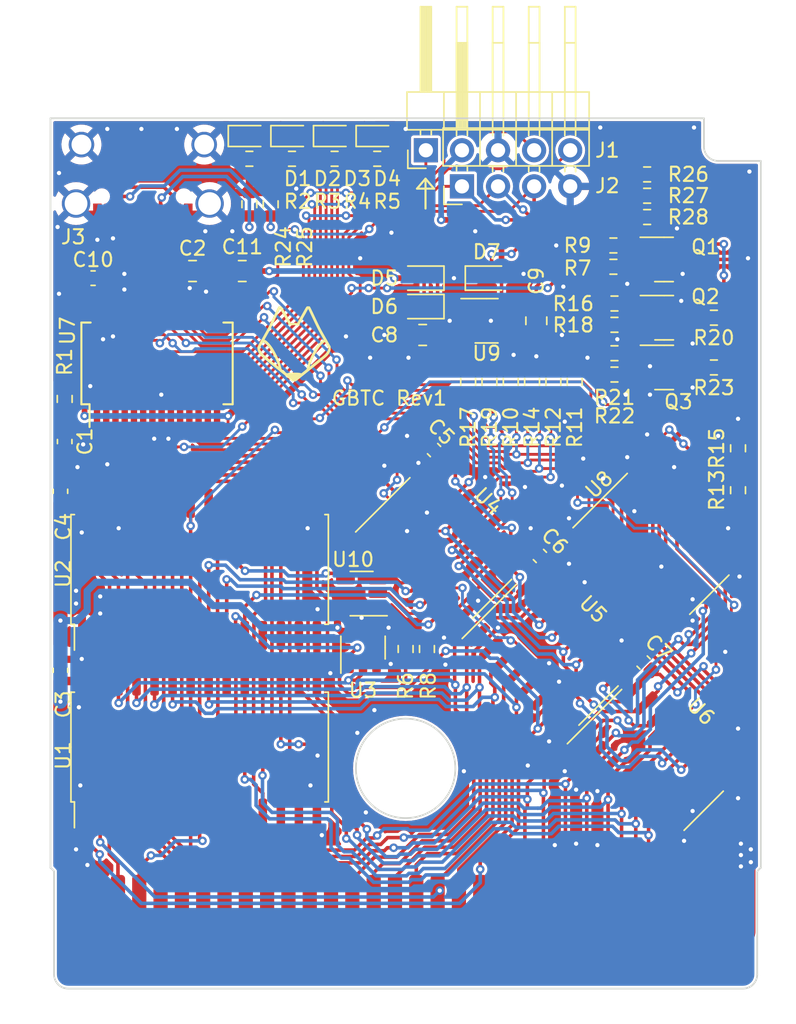
<source format=kicad_pcb>
(kicad_pcb (version 20221018) (generator pcbnew)
  (layers (0 "F.Cu" signal) (31 "B.Cu" signal) (34 "B.Paste" user) (35 "F.Paste" user) (36 "B.SilkS" user "B.Silkscreen") (37 "F.SilkS" user "F.Silkscreen") (38 "B.Mask" user) (39 "F.Mask" user) (44 "Edge.Cuts" user))
  (net 0 "")
  (net 1 "/~{MCLR}")
  (net 2 "GND")
  (net 3 "/VCAP")
  (net 4 "+5V")
  (net 5 "Net-(C8-Pad1)")
  (net 6 "+3.3V")
  (net 7 "Net-(D1-Pad2)")
  (net 8 "Net-(D2-Pad2)")
  (net 9 "Net-(D3-Pad2)")
  (net 10 "Net-(D4-Pad2)")
  (net 11 "+5P")
  (net 12 "/PGED")
  (net 13 "/PGEC")
  (net 14 "/EXT_1")
  (net 15 "/EXT_2")
  (net 16 "/EXT_3")
  (net 17 "Net-(J3-PadA5)")
  (net 18 "/USB_DP")
  (net 19 "/USB_DM")
  (net 21 "Net-(J3-PadB5)")
  (net 23 "Net-(Q1-Pad1)")
  (net 24 "/~{RESET}")
  (net 25 "Net-(Q2-Pad1)")
  (net 26 "/~{RD}")
  (net 27 "Net-(Q3-Pad1)")
  (net 28 "/~{WR}")
  (net 29 "/LED_1")
  (net 30 "/LED_2")
  (net 31 "/LED_3")
  (net 32 "/LED_4")
  (net 33 "/A13")
  (net 34 "/GB_RESET")
  (net 35 "/A15")
  (net 36 "/SHIFT_CLK")
  (net 37 "/~{ADDR_OE}")
  (net 38 "/~{DATA_OE}")
  (net 39 "Net-(R13-Pad1)")
  (net 40 "/SHIFT_OUT")
  (net 41 "/SHIFT_LOAD")
  (net 42 "/GB_RD")
  (net 43 "/DATA_CLK")
  (net 44 "/REG_CLK")
  (net 45 "/GB_WR")
  (net 46 "/A14")
  (net 47 "/A12")
  (net 48 "/A7")
  (net 49 "/A6")
  (net 50 "/A5")
  (net 51 "/A4")
  (net 52 "/A3")
  (net 53 "/A2")
  (net 54 "/A1")
  (net 55 "/A0")
  (net 56 "/D0")
  (net 57 "/D1")
  (net 58 "/D2")
  (net 59 "/D3")
  (net 60 "/D4")
  (net 61 "/D5")
  (net 62 "/D6")
  (net 63 "/D7")
  (net 64 "/A10")
  (net 65 "/A11")
  (net 66 "/A9")
  (net 67 "/A8")
  (net 68 "/SRAM_SELECT")
  (net 69 "/SHIFT_2")
  (net 70 "/SHIFT_IN")
  (net 71 "/SHIFT_3")
  (net 78 "/SRAM_SELECT_MID")
  (footprint "Package_SO:SOIC-28W_7.5x17.9mm_P1.27mm" (layer "F.Cu") (at 173.5 125 90)
    (fp_text reference "U1")
    (fp_text value "CY62256-70PC")
  )
  (footprint "Package_SO:SOIC-16_3.9x9.9mm_P1.27mm" (layer "F.Cu") (at 205.8 110.7 45)
    (fp_text reference "U8")
    (fp_text value "74HC165")
  )
  (footprint "Resistor_SMD:R_0603_1608Metric" (layer "F.Cu") (at 205 87.7 180)
    (fp_text reference "R28")
    (fp_text value "470k")
  )
  (footprint "Neofoxx's Library:FOX_LOGO_SILK" (layer "F.Cu") (at 180.15 96.6)
    (fp_text reference "MARK2" hide)
    (fp_text value "LOGO" hide)
  )
  (footprint "Resistor_SMD:R_0603_1608Metric" (layer "F.Cu") (at 199.9 99.3 -90)
    (fp_text reference "R11")
    (fp_text value "470k")
  )
  (footprint "Resistor_SMD:R_0603_1608Metric" (layer "F.Cu") (at 192.4 99.3 -90)
    (fp_text reference "R17")
    (fp_text value "470k")
  )
  (footprint "Resistor_SMD:R_0603_1608Metric" (layer "F.Cu") (at 205 84.7 180)
    (fp_text reference "R26")
    (fp_text value "470k")
  )
  (footprint "Resistor_SMD:R_0603_1608Metric" (layer "F.Cu") (at 180 83.6)
    (fp_text reference "R3")
    (fp_text value "10k")
  )
  (footprint "Resistor_SMD:R_0603_1608Metric" (layer "F.Cu") (at 196.9 99.3 -90)
    (fp_text reference "R14")
    (fp_text value "470k")
  )
  (footprint "Capacitor_SMD:C_0603_1608Metric" (layer "F.Cu") (at 197.451992 111.551992 135)
    (fp_text reference "C6")
    (fp_text value "100nF")
  )
  (footprint "Resistor_SMD:R_0603_1608Metric" (layer "F.Cu") (at 211.4 103.975 -90)
    (fp_text reference "R15")
    (fp_text value "10k")
  )
  (footprint "Resistor_SMD:R_0603_1608Metric" (layer "F.Cu") (at 164 100.5 -90)
    (fp_text reference "R1")
    (fp_text value "10k")
  )
  (footprint "Capacitor_SMD:C_0603_1608Metric" (layer "F.Cu") (at 163.7 107 90)
    (fp_text reference "C4")
    (fp_text value "100nF")
  )
  (footprint "Capacitor_SMD:C_0805_2012Metric" (layer "F.Cu") (at 173 91.5)
    (fp_text reference "C2")
    (fp_text value "10uF")
  )
  (footprint "LED_SMD:LED_0603_1608Metric" (layer "F.Cu") (at 183 82)
    (fp_text reference "D3")
    (fp_text value "LED")
  )
  (footprint "Resistor_SMD:R_0603_1608Metric" (layer "F.Cu") (at 209.7 98.284249 180)
    (fp_text reference "R23")
    (fp_text value "100k")
  )
  (footprint "Resistor_SMD:R_0603_1608Metric" (layer "F.Cu") (at 202.625 89.7)
    (fp_text reference "R9")
    (fp_text value "470k")
  )
  (footprint "Resistor_SMD:R_0603_1608Metric" (layer "F.Cu") (at 183 83.6)
    (fp_text reference "R4")
    (fp_text value "10k")
  )
  (footprint "Package_SO:SOIC-16_3.9x9.9mm_P1.27mm" (layer "F.Cu") (at 205.403051 125.902872 45)
    (fp_text reference "U6")
    (fp_text value "74AHCT595")
  )
  (footprint "Resistor_SMD:R_0603_1608Metric" (layer "F.Cu") (at 193.9 99.3 -90)
    (fp_text reference "R19")
    (fp_text value "470k")
  )
  (footprint "Resistor_SMD:R_0603_1608Metric" (layer "F.Cu") (at 195.4 99.3 -90)
    (fp_text reference "R10")
    (fp_text value "470k")
  )
  (footprint "Connector_PinHeader_2.54mm:PinHeader_1x05_P2.54mm_Horizontal" (layer "F.Cu") (at 189.425 83 90)
    (fp_text reference "J1")
    (fp_text value "Conn_01x05")
  )
  (footprint "LED_SMD:LED_0603_1608Metric" (layer "F.Cu") (at 180 82)
    (fp_text reference "D2")
    (fp_text value "LED")
  )
  (footprint "Resistor_SMD:R_0603_1608Metric" (layer "F.Cu") (at 178.5 86.8 90)
    (fp_text reference "R25")
    (fp_text value "5.1k")
  )
  (footprint "Package_TO_SOT_SMD:SOT-23-5" (layer "F.Cu") (at 185 118 90)
    (fp_text reference "U3")
    (fp_text value "74AHCT1G00")
  )
  (footprint "Resistor_SMD:R_0603_1608Metric" (layer "F.Cu") (at 202.7 98.784249 180)
    (fp_text reference "R22")
    (fp_text value "470k")
  )
  (footprint "LED_SMD:LED_0603_1608Metric" (layer "F.Cu") (at 177 82)
    (fp_text reference "D1")
    (fp_text value "LED")
  )
  (footprint "Resistor_SMD:R_0603_1608Metric" (layer "F.Cu") (at 202.7 97.284249)
    (fp_text reference "R21")
    (fp_text value "10k")
  )
  (footprint "Package_TO_SOT_SMD:SOT-23" (layer "F.Cu") (at 206.2 98.284249)
    (fp_text reference "Q3")
    (fp_text value "BC847")
  )
  (footprint "Diode_SMD:D_SOD-323" (layer "F.Cu") (at 193.7 92)
    (fp_text reference "D7")
    (fp_text value "D_Schottky")
  )
  (footprint "Capacitor_SMD:C_0805_2012Metric" (layer "F.Cu") (at 197.2 95 -90)
    (fp_text reference "C9")
    (fp_text value "10uF")
  )
  (footprint "Resistor_SMD:R_0603_1608Metric" (layer "F.Cu") (at 202.7 93.784249)
    (fp_text reference "R16")
    (fp_text value "10k")
  )
  (footprint "Neofoxx's Library:Jing_USB_C_2_0_16pin_receptable_noSlots" (layer "F.Cu") (at 169.5 80 180)
    (fp_text reference "J3")
    (fp_text value "USB_C_Receptacle_USB2.0")
  )
  (footprint "Capacitor_SMD:C_0603_1608Metric" (layer "F.Cu") (at 164 103.5 -90)
    (fp_text reference "C1")
    (fp_text value "100nF")
  )
  (footprint "Resistor_SMD:R_0603_1608Metric" (layer "F.Cu") (at 186 83.6)
    (fp_text reference "R5")
    (fp_text value "10k")
  )
  (footprint "Package_TO_SOT_SMD:SOT-23" (layer "F.Cu") (at 206.1875 90.684249)
    (fp_text reference "Q1")
    (fp_text value "BC847")
  )
  (footprint "Capacitor_SMD:C_0603_1608Metric" (layer "F.Cu") (at 190 104.1 135)
    (fp_text reference "C5")
    (fp_text value "100nF")
  )
  (footprint "Package_SO:SOIC-28W_7.5x17.9mm_P1.27mm" (layer "F.Cu") (at 173.5 112.5 90)
    (fp_text reference "U2")
    (fp_text value "CY62256-70PC")
  )
  (footprint "Resistor_SMD:R_0603_1608Metric" (layer "F.Cu") (at 188 118.1 -90)
    (fp_text reference "R6")
    (fp_text value "470k")
  )
  (footprint "Resistor_SMD:R_0603_1608Metric" (layer "F.Cu") (at 177 86.8 90)
    (fp_text reference "R24")
    (fp_text value "5.1k")
  )
  (footprint "Capacitor_SMD:C_0805_2012Metric" (layer "F.Cu") (at 189.2 96 180)
    (fp_text reference "C8")
    (fp_text value "10uF")
  )
  (footprint "Capacitor_SMD:C_0603_1608Metric" (layer "F.Cu") (at 166 92)
    (fp_text reference "C10")
    (fp_text value "100nF")
  )
  (footprint "Package_TO_SOT_SMD:SOT-23" (layer "F.Cu") (at 206.2 94.784249)
    (fp_text reference "Q2")
    (fp_text value "BC847")
  )
  (footprint "Package_SO:SOIC-16_3.9x9.9mm_P1.27mm" (layer "F.Cu") (at 198 118.5 45)
    (fp_text reference "U5")
    (fp_text value "74AHCT595")
  )
  (footprint "Connector_PinHeader_2.54mm:PinHeader_1x04_P2.54mm_Horizontal" (layer "F.Cu") (at 191.965 85.54 90)
    (fp_text reference "J2")
    (fp_text value "Conn_01x04")
  )
  (footprint "Resistor_SMD:R_0603_1608Metric" (layer "F.Cu") (at 205 86.2 180)
    (fp_text reference "R27")
    (fp_text value "470k")
  )
  (footprint "Capacitor_SMD:C_0805_2012Metric" (layer "F.Cu") (at 176.5 91.5 180)
    (fp_text reference "C11")
    (fp_text value "10uF")
  )
  (footprint "Neofoxx's Library:GameboyCartridge" (layer "F.Cu") (at 188 142)
    (fp_text reference "J4" hide)
    (fp_text value "Conn_01x32")
    (fp_line (start -25 -61.25) (end -25 -8.5) (stroke (width 0.12)) (layer "Edge.Cuts"))
    (fp_line (start -24.75 -1) (end -24.75 -8.25) (stroke (width 0.12)) (layer "Edge.Cuts"))
    (fp_line (start -23.75 0) (end 23.75 0) (stroke (width 0.12)) (layer "Edge.Cuts"))
    (fp_line (start 21 -61.25) (end -25 -61.25) (stroke (width 0.12)) (layer "Edge.Cuts"))
    (fp_line (start 21 -59.25) (end 21 -61.25) (stroke (width 0.12)) (layer "Edge.Cuts"))
    (fp_line (start 24.75 -1) (end 24.75 -8.25) (stroke (width 0.12)) (layer "Edge.Cuts"))
    (fp_line (start 25 -58.25) (end 22 -58.25) (stroke (width 0.12)) (layer "Edge.Cuts"))
    (fp_line (start 25 -8.5) (end 25 -58.25) (stroke (width 0.12)) (layer "Edge.Cuts"))
    (fp_arc (start -25 -8.5) (mid -24.866117 -8.383883) (end -24.75 -8.25) (stroke (width 0.12)) (layer "Edge.Cuts"))
    (fp_arc (start -23.75 0) (mid -24.457107 -0.292893) (end -24.75 -1) (stroke (width 0.12)) (layer "Edge.Cuts"))
    (fp_arc (start 22 -58.25) (mid 21.292893 -58.542893) (end 21 -59.25) (stroke (width 0.12)) (layer "Edge.Cuts"))
    (fp_arc (start 24.75 -8.25) (mid 24.866117 -8.383883) (end 25 -8.5) (stroke (width 0.12)) (layer "Edge.Cuts"))
    (fp_arc (start 24.75 -1) (mid 24.457107 -0.292893) (end 23.75 0) (stroke (width 0.12)) (layer "Edge.Cuts"))
    (fp_circle (center 0 -15.5) (end 3.5 -15.5) (stroke (width 0.12)) (fill none) (layer "Edge.Cuts"))
  )
  (footprint "Capacitor_SMD:C_0603_1608Metric" (layer "F.Cu") (at 204.751992 119.051992 135)
    (fp_text reference "C7")
    (fp_text value "100nF")
  )
  (footprint "Diode_SMD:D_SOD-323" (layer "F.Cu") (at 189.2 94 180)
    (fp_text reference "D6")
    (fp_text value "D_Schottky")
  )
  (footprint "Resistor_SMD:R_0603_1608Metric" (layer "F.Cu") (at 209.7 94.784249 180)
    (fp_text reference "R20")
    (fp_text value "100k")
  )
  (footprint "Resistor_SMD:R_0603_1608Metric" (layer "F.Cu") (at 202.625 91.2)
    (fp_text reference "R7")
    (fp_text value "10k")
  )
  (footprint "Capacitor_SMD:C_0603_1608Metric" (layer "F.Cu") (at 163.7 119.6 90)
    (fp_text reference "C3")
    (fp_text value "100nF")
  )
  (footprint "Diode_SMD:D_SOD-323" (layer "F.Cu") (at 189.2 92 180)
    (fp_text reference "D5")
    (fp_text value "D_Schottky")
  )
  (footprint "Package_SO:SSOP-28_5.3x10.2mm_P0.65mm" (layer "F.Cu") (at 170.5 98 90)
    (fp_text reference "U7")
    (fp_text value "PIC32MM0256GPM028-I-SS")
  )
  (footprint "Resistor_SMD:R_0603_1608Metric" (layer "F.Cu") (at 211.4 106.925 90)
    (fp_text reference "R13")
    (fp_text value "10k")
  )
  (footprint "Resistor_SMD:R_0603_1608Metric" (layer "F.Cu") (at 198.4 99.3 -90)
    (fp_text reference "R12")
    (fp_text value "470k")
  )
  (footprint "Package_TO_SOT_SMD:SOT-23-5" (layer "F.Cu") (at 193.7 95)
    (fp_text reference "U9")
    (fp_text value "LN1134-3.3V")
  )
  (footprint "Resistor_SMD:R_0603_1608Metric" (layer "F.Cu") (at 177 83.6)
    (fp_text reference "R2")
    (fp_text value "10k")
  )
  (footprint "Resistor_SMD:R_0603_1608Metric" (layer "F.Cu") (at 189.5 118.1 -90)
    (fp_text reference "R8")
    (fp_text value "470k")
  )
  (footprint "Package_TO_SOT_SMD:SOT-23-5" (layer "F.Cu") (at 184.9 114.2 180)
    (fp_text reference "U10")
    (fp_text value "74AHCT1G08")
  )
  (footprint "LED_SMD:LED_0603_1608Metric" (layer "F.Cu") (at 186 82)
    (fp_text reference "D4")
    (fp_text value "LED")
  )
  (footprint "Package_SO:SOIC-16_3.9x9.9mm_P1.27mm" (layer "F.Cu") (at 190.5 111 45)
    (fp_text reference "U4")
    (fp_text value "74AHCT595")
  )
  (footprint "Resistor_SMD:R_0603_1608Metric" (layer "F.Cu") (at 202.7 95.284249 180)
    (fp_text reference "R18")
    (fp_text value "470k")
  )
  (footprint "Neofoxx's Library:FOX_LOGO_MASK" (layer "B.Cu") (at 192.55 95.7 180)
    (fp_text reference "MARK1" hide)
    (fp_text value "LOGO" hide)
  )
  (gr_line (start 189.4 85) (end 188.8 85.7) (stroke (width 0.15)) (layer "F.SilkS"))
  (gr_line (start 190 85.7) (end 189.4 85) (stroke (width 0.15)) (layer "F.SilkS"))
  (gr_line (start 189.4 85) (end 189.4 87.1) (stroke (width 0.15)) (layer "F.SilkS"))
  (gr_line (start 188.8 85.7) (end 190 85.7) (stroke (width 0.15)) (layer "F.SilkS"))
  (gr_text "GBTC Rev1" (at 186.85 100.45) (layer "F.SilkS") (effects (font (size 1 1))))
  (segment (start 164 102.725) (end 164 101.325) (width 0.4) (layer "F.Cu") (net 1))
  (segment (start 164.175 102.9) (end 164 102.725) (width 0.4) (layer "F.Cu") (net 1))
  (segment (start 169.425 97.175) (end 176.525 97.175) (width 0.2) (layer "F.Cu") (net 1))
  (segment (start 166.275 101.6) (end 166.275 100.325) (width 0.2) (layer "F.Cu") (net 1))
  (segment (start 180.4 86.9) (end 181.3 86) (width 0.2) (layer "F.Cu") (net 1))
  (segment (start 166.275 100.325) (end 169.425 97.175) (width 0.2) (layer "F.Cu") (net 1))
  (segment (start 183.7995 86) (end 188.134314 86) (width 0.2) (layer "F.Cu") (net 1))
  (segment (start 180.8 88.248029) (end 180.4 87.848029) (width 0.2) (layer "F.Cu") (net 1))
  (segment (start 180.4 87.848029) (end 180.4 86.9) (width 0.2) (layer "F.Cu") (net 1))
  (segment (start 166 102.9) (end 164.175 102.9) (width 0.4) (layer "F.Cu") (net 1))
  (segment (start 166.275 101.6) (end 166.275 102.625) (width 0.4) (layer "F.Cu") (net 1))
  (segment (start 180.8 92.9) (end 180.8 88.248029) (width 0.2) (layer "F.Cu") (net 1))
  (segment (start 166.275 102.625) (end 166 102.9) (width 0.4) (layer "F.Cu") (net 1))
  (segment (start 176.525 97.175) (end 180.8 92.9) (width 0.2) (layer "F.Cu") (net 1))
  (segment (start 188.134314 86) (end 189.425 84.709314) (width 0.2) (layer "F.Cu") (net 1))
  (segment (start 189.425 84.709314) (end 189.425 83) (width 0.2) (layer "F.Cu") (net 1))
  (via (at 181.3 86) (size 0.6) (drill 0.3) (layers "F.Cu" "B.Cu") (net 1))
  (via (at 183.7995 86) (size 0.6) (drill 0.3) (layers "F.Cu" "B.Cu") (net 1))
  (segment (start 181.3 86) (end 183.7995 86) (width 0.2) (layer "B.Cu") (net 1))
  (segment (start 187.2 81.1) (end 185.1 81.1) (width 0.3) (layer "F.Cu") (net 2))
  (segment (start 179.2125 82) (end 179.2125 81.1125) (width 0.3) (layer "F.Cu") (net 2))
  (segment (start 179.2 81.1) (end 175.2 81.1) (width 0.3) (layer "F.Cu") (net 2))
  (segment (start 164 105.2) (end 164 104.275) (width 0.4) (layer "F.Cu") (net 2))
  (segment (start 163.7 105.5) (end 164 105.2) (width 0.4) (layer "F.Cu") (net 2))
  (segment (start 167.785 109.585) (end 167.8 109.6) (width 0.4) (layer "F.Cu") (net 2))
  (segment (start 185.1 81.1) (end 182.2 81.1) (width 0.3) (layer "F.Cu") (net 2))
  (segment (start 182.2125 81.1125) (end 182.2 81.1) (width 0.3) (layer "F.Cu") (net 2))
  (segment (start 181.755 129.65) (end 181.755 130.855) (width 0.6) (layer "F.Cu") (net 2))
  (segment (start 182.2125 82) (end 182.2125 81.1125) (width 0.3) (layer "F.Cu") (net 2))
  (segment (start 179.2125 81.1125) (end 179.2 81.1) (width 0.3) (layer "F.Cu") (net 2))
  (segment (start 185.2125 81.2125) (end 185.1 81.1) (width 0.3) (layer "F.Cu") (net 2))
  (segment (start 167.785 107.85) (end 167.785 109.585) (width 0.4) (layer "F.Cu") (net 2))
  (segment (start 211.625 138) (end 211.625 132.625) (width 2) (layer "F.Cu") (net 2))
  (segment (start 185.2125 82) (end 185.2125 81.2125) (width 0.3) (layer "F.Cu") (net 2))
  (segment (start 181.755 130.855) (end 182.1 131.2) (width 0.6) (layer "F.Cu") (net 2))
  (segment (start 182.2 81.1) (end 179.2 81.1) (width 0.3) (layer "F.Cu") (net 2))
  (segment (start 163.7 106.225) (end 163.7 105.5) (width 0.4) (layer "F.Cu") (net 2))
  (via (at 191.4 92) (size 0.6) (drill 0.3) (layers "F.Cu" "B.Cu") (net 2))
  (via (at 165.1 127.7) (size 0.6) (drill 0.3) (layers "F.Cu" "B.Cu") (net 2))
  (via (at 207.1 88.5) (size 0.6) (drill 0.3) (layers "F.Cu" "B.Cu") (net 2))
  (via (at 198.5 131.9) (size 0.6) (drill 0.3) (layers "F.Cu" "B.Cu") (net 2))
  (via (at 200 131.8) (size 0.6) (drill 0.3) (layers "F.Cu" "B.Cu") (net 2))
  (via (at 185.5 97.6) (size 0.6) (drill 0.3) (layers "F.Cu" "B.Cu") (net 2))
  (via (at 199.2 102.1) (size 0.6) (drill 0.3) (layers "F.Cu" "B.Cu") (net 2))
  (via (at 211.4 123.7) (size 0.6) (drill 0.3) (layers "F.Cu" "B.Cu") (net 2))
  (via (at 198.1 124.6) (size 0.6) (drill 0.3) (layers "F.Cu" "B.Cu") (net 2))
  (via (at 181.8 125.6) (size 0.6) (drill 0.3) (layers "F.Cu" "B.Cu") (net 2))
  (via (at 188.1 103.1) (size 0.6) (drill 0.3) (layers "F.Cu" "B.Cu") (net 2))
  (via (at 164.8 114) (size 0.6) (drill 0.3) (layers "F.Cu" "B.Cu") (net 2))
  (via (at 187 88.8) (size 0.6) (drill 0.3) (layers "F.Cu" "B.Cu") (net 2))
  (via (at 186.95 119.15) (size 0.6) (drill 0.3) (layers "F.Cu" "B.Cu") (net 2))
  (via (at 190.8 119.2) (size 0.6) (drill 0.3) (layers "F.Cu" "B.Cu") (net 2))
  (via (at 207.4 93.6) (size 0.6) (drill 0.3) (layers "F.Cu" "B.Cu") (net 2))
  (via (at 167 105.1) (size 0.6) (drill 0.3) (layers "F.Cu" "B.Cu") (net 2))
  (via (at 170.8 100.2) (size 0.6) (drill 0.3) (layers "F.Cu" "B.Cu") (net 2))
  (via (at 196.3 91.7) (size 0.6) (drill 0.3) (layers "F.Cu" "B.Cu") (net 2))
  (via (at 190.7 117.3) (size 0.6) (drill 0.3) (layers "F.Cu" "B.Cu") (net 2))
  (via (at 169.4 81.5) (size 0.6) (drill 0.3) (layers "F.Cu" "B.Cu") (net 2))
  (via (at 207.6 131.6) (size 0.6) (drill 0.3) (layers "F.Cu" "B.Cu") (net 2))
  (via (at 188.9 105) (size 0.6) (drill 0.3) (layers "F.Cu" "B.Cu") (net 2))
  (via (at 206 112.3) (size 0.6) (drill 0.3) (layers "F.Cu" "B.Cu") (net 2))
  (via (at 211.4 101.9) (size 0.6) (drill 0.3) (layers "F.Cu" "B.Cu") (net 2))
  (via (at 163.5 88.4) (size 0.6) (drill 0.3) (layers "F.Cu" "B.Cu") (net 2))
  (via (at 170.3 103.3) (size 0.6) (drill 0.3) (layers "F.Cu" "B.Cu") (net 2))
  (via (at 208.2 96.6) (size 0.6) (drill 0.3) (layers "F.Cu" "B.Cu") (net 2))
  (via (at 165.8 99.6) (size 0.6) (drill 0.3) (layers "F.Cu" "B.Cu") (net 2))
  (via (at 212.2 84.5) (size 0.6) (drill 0.3) (layers "F.Cu" "B.Cu") (net 2))
  (via (at 200.5 104.7) (size 0.6) (drill 0.3) (layers "F.Cu" "B.Cu") (net 2))
  (via (at 212.3 133.1) (size 0.6) (drill 0.3) (layers "F.Cu" "B.Cu") (net 2))
  (via (at 205.2 98.2) (size 0.6) (drill 0.3) (layers "F.Cu" "B.Cu") (net 2))
  (via (at 210.7 109.6) (size 0.6) (drill 0.3) (layers "F.Cu" "B.Cu") (net 2))
  (via (at 166.5 114.4) (size 0.6) (drill 0.3) (layers "F.Cu" "B.Cu") (net 2))
  (via (at 171.9 81.5) (size 0.6) (drill 0.3) (layers "F.Cu" "B.Cu") (net 2))
  (via (at 181.3 127.7) (size 0.6) (drill 0.3) (layers "F.Cu" "B.Cu") (net 2))
  (via (at 192.1 126.7) (size 0.6) (drill 0.3) (layers "F.Cu" "B.Cu") (net 2))
  (via (at 198.1 119.1) (size 0.6) (drill 0.3) (layers "F.Cu" "B.Cu") (net 2))
  (via (at 208.2 129.5) (size 0.6) (drill 0.3) (layers "F.Cu" "B.Cu") (net 2))
  (via (at 208.2 116.1) (size 0.6) (drill 0.3) (layers "F.Cu" "B.Cu") (net 2))
  (via (at 199 96) (size 0.6) (drill 0.3) (layers "F.Cu" "B.Cu") (net 2))
  (via (at 211.6 131.8) (size 0.6) (drill 0.3) (layers "F.Cu" "B.Cu") (net 2))
  (via (at 167.4 89.2) (size 0.6) (drill 0.3) (layers "F.Cu" "B.Cu") (net 2))
  (via (at 165.6 133.3) (size 0.6) (drill 0.3) (layers "F.Cu" "B.Cu") (net 2))
  (via (at 205.2 100.2) (size 0.6) (drill 0.3) (layers "F.Cu" "B.Cu") (net 2))
  (via (at 173.95 92.95) (size 0.6) (drill 0.3) (layers "F.Cu" "B.Cu") (net 2))
  (via (at 198.8 120.4) (size 0.6) (drill 0.3) (layers "F.Cu" "B.Cu") (net 2))
  (via (at 168.2 91.7) (size 0.6) (drill 0.3) (layers "F.Cu" "B.Cu") (net 2))
  (via (at 201.5 128.1) (size 0.6) (drill 0.3) (layers "F.Cu" "B.Cu") (net 2))
  (via (at 201.5 131.9) (size 0.6) (drill 0.3) (layers "F.Cu" "B.Cu") (net 2))
  (via (at 208.3 81.4) (size 0.6) (drill 0.3) (layers "F.Cu" "B.Cu") (net 2))
  (via (at 208.2 114.6) (size 0.6) (drill 0.3) (layers "F.Cu" "B.Cu") (net 2))
  (via (at 199.2 126.7) (size 0.6) (drill 0.3) (layers "F.Cu" "B.Cu") (net 2))
  (via (at 203.5 100.2) (size 0.6) (drill 0.3) (layers "F.Cu" "B.Cu") (net 2))
  (via (at 211.6 133.4) (size 0.6) (drill 0.3) (layers "F.Cu" "B.Cu") (net 2))
  (via (at 184.9 115.9) (size 0.6) (drill 0.3) (layers "F.Cu" "B.Cu") (net 2))
  (via (at 205 103) (size 0.6) (drill 0.3) (layers "F.Cu" "B.Cu") (net 2))
  (via (at 163.6 93.1) (size 0.6) (drill 0.3) (layers "F.Cu" "B.Cu") (net 2))
  (via (at 164.8 114.9) (size 0.6) (drill 0.3) (layers "F.Cu" "B.Cu") (net 2))
  (via (at 183.8 96.1) (size 0.6) (drill 0.3) (layers "F.Cu" "B.Cu") (net 2))
  (via (at 196.4 106.7) (size 0.6) (drill 0.3) (layers "F.Cu" "B.Cu") (net 2))
  (via (at 165.3 103.7) (size 0.6) (drill 0.3) (layers "F.Cu" "B.Cu") (net 2))
  (via (at 211.5 113) (size 0.6) (drill 0.3) (layers "F.Cu" "B.Cu") (net 2))
  (via (at 191.1 95) (size 0.6) (drill 0.3) (layers "F.Cu" "B.Cu") (net 2))
  (via (at 203.6 92.4) (size 0.6) (drill 0.3) (layers "F.Cu" "B.Cu") (net 2))
  (via (at 186.8 116.6) (size 0.6) (drill 0.3) (layers "F.Cu" "B.Cu") (net 2))
  (via (at 207.5 91.7) (size 0.6) (drill 0.3) (layers "F.Cu" "B.Cu") (net 2))
  (via (at 199 106.6) (size 0.6) (drill 0.3) (layers "F.Cu" "B.Cu") (net 2))
  (via (at 186.5 105.2) (size 0.6) (drill 0.3) (layers "F.Cu" "B.Cu") (net 2))
  (via (at 208.2 99.7) (size 0.6) (drill 0.3) (layers "F.Cu" "B.Cu") (net 2))
  (via (at 164.8 132.2) (size 0.6) (drill 0.3) (layers "F.Cu" "B.Cu") (net 2))
  (via (at 203.2 117.5) (size 0.6) (drill 0.3) (layers "F.Cu" "B.Cu") (net 2))
  (via (at 186.5 96) (size 0.6) (drill 0.3) (layers "F.Cu" "B.Cu") (net 2))
  (via (at 172.8 92.7) (size 0.6) (drill 0.3) (layers "F.Cu" "B.Cu") (net 2))
  (via (at 201.9 106.1) (size 0.6) (drill 0.3) (layers "F.Cu" "B.Cu") (net 2))
  (via (at 182.1 131.2) (size 0.6) (drill 0.3) (layers "F.Cu" "B.Cu") (net 2))
  (via (at 212.1 90.6) (size 0.6) (drill 0.3) (layers "F.Cu" "B.Cu") (net 2))
  (via (at 173.9 88.7) (size 0.6) (drill 0.3) (layers "F.Cu" "B.Cu") (net 2))
  (via (at 181.8 115.3) (size 0.6) (drill 0.3) (layers "F.Cu" "B.Cu") (net 2))
  (via (at 171.3 103.3) (size 0.6) (drill 0.3) (layers "F.Cu" "B.Cu") (net 2))
  (via (at 211.4 128.6) (size 0.6) (drill 0.3) (layers "F.Cu" "B.Cu") (net 2))
  (via (at 165.2 109.9) (size 0.6) (drill 0.3) (layers "F.Cu" "B.Cu") (net 2))
  (via (at 200 128) (size 0.6) (drill 0.3) (layers "F.Cu" "B.Cu") (net 2))
  (via (at 193.1 114.7) (size 0.6) (drill 0.3) (layers "F.Cu" "B.Cu") (net 2))
  (via (at 204.1 108.4) (size 0.6) (drill 0.3) (layers "F.Cu" "B.Cu") (net 2))
  (via (at 210.5 118.3) (size 0.6) (drill 0.3) (layers "F.Cu" "B.Cu") (net 2))
  (via (at 166.3 89.3) (size 0.6) (drill 0.3) (layers "F.Cu" "B.Cu") (net 2))
  (via (at 194.5 116.6) (size 0.6) (drill 0.3) (layers "F.Cu" "B.Cu") (net 2))
  (via (at 200.8 97.6) (size 0.6) (drill 0.3) (layers "F.Cu" "B.Cu") (net 2))
  (via (at 167.8 109.6) (size 0.6) (drill 0.3) (layers "F.Cu" "B.Cu") (net 2))
  (via (at 185.8 122.4) (size 0.6) (drill 0.3) (layers "F.Cu" "B.Cu") (net 2))
  (via (at 210 103.1) (size 0.6) (drill 0.3) (layers "F.Cu" "B.Cu") (net 2))
  (via (at 189.5 108.5) (size 0.6) (drill 0.3) (layers "F.Cu" "B.Cu") (net 2))
  (via (at 180.3 85.7) (size 0.6) (drill 0.3) (layers "F.Cu" "B.Cu") (net 2))
  (via (at 193.6 106) (size 0.6) (drill 0.3) (layers "F.Cu" "B.Cu") (net 2))
  (via (at 165.2 118.8) (size 0.6) (drill 0.3) (layers "F.Cu" "B.Cu") (net 2))
  (via (at 199.1 92.6) (size 0.6) (drill 0.3) (layers "F.Cu" "B.Cu") (net 2))
  (via (at 184.8 90.6) (size 0.6) (drill 0.3) (layers "F.Cu" "B.Cu") (net 2))
  (via (at 199.5 112.1) (size 0.6) (drill 0.3) (layers "F.Cu" "B.Cu") (net 2))
  (via (at 165 122.2) (size 0.6) (drill 0.3) (layers "F.Cu" "B.Cu") (net 2))
  (via (at 198.6 89.7) (size 0.6) (drill 0.3) (layers "F.Cu" "B.Cu") (net 2))
  (via (at 168.2 92.8) (size 0.6) (drill 0.3) (layers "F.Cu" "B.Cu") (net 2))
  (via (at 196.6 126.3) (size 0.6) (drill 0.3) (layers "F.Cu" "B.Cu") (net 2))
  (via (at 166.5 115.6) (size 0.6) (drill 0.3) (layers "F.Cu" "B.Cu") (net 2))
  (via (at 200.6 113.4) (size 0.6) (drill 0.3) (layers "F.Cu" "B.Cu") (net 2))
  (via (at 164.9 105.3) (size 0.6) (drill 0.3) (layers "F.Cu" "B.Cu") (net 2))
  (via (at 185.2 129.6) (size 0.6) (drill 0.3) (layers "F.Cu" "B.Cu") (net 2))
  (via (at 195.6 97.4) (size 0.6) (drill 0.3) (layers "F.Cu" "B.Cu") (net 2))
  (via (at 167.4 96.1) (size 0.6) (drill 0.3) (layers "F.Cu" "B.Cu") (net 2))
  (via (at 197.2 97.5) (size 0.6) (drill 0.3) (layers "F.Cu" "B.Cu") (net 2))
  (via (at 188.1 109.8) (size 0.6) (drill 0.3) (layers "F.Cu" "B.Cu") (net 2))
  (via (at 184.6 124) (size 0.6) (drill 0.3) (layers "F.Cu" "B.Cu") (net 2))
  (via (at 211.6 132.6) (size 0.6) (drill 0.3) (layers "F.Cu" "B.Cu") (net 2))
  (via (at 199.5 108.9) (size 0.6) (drill 0.3) (layers "F.Cu" "B.Cu") (net 2))
  (via (at 201.7 81.4) (size 0.6) (drill 0.3) (layers "F.Cu" "B.Cu") (net 2))
  (via (at 163.6 84.6) (size 0.6) (drill 0.3) (layers "F.Cu" "B.Cu") (net 2))
  (via (at 206.9 105.3) (size 0.6) (drill 0.3) (layers "F.Cu" "B.Cu") (net 2))
  (via (at 167 81.5) (size 0.6) (drill 0.3) (layers "F.Cu" "B.Cu") (net 2))
  (via (at 196.8 109.6) (size 0.6) (drill 0.3) (layers "F.Cu" "B.Cu") (net 2))
  (via (at 181.1 109.6) (size 0.6) (drill 0.3) (layers "F.Cu" "B.Cu") (net 2))
  (via (at 194 95) (size 0.6) (drill 0.3) (layers "F.Cu" "B.Cu") (net 2))
  (via (at 166.7 96.3) (size 0.6) (drill 0.3) (layers "F.Cu" "B.Cu") (net 2))
  (via (at 212.3 132.2) (size 0.6) (drill 0.3) (layers "F.Cu" "B.Cu") (net 2))
  (via (at 203.6 104.6) (size 0.6) (drill 0.3) (layers "F.Cu" "B.Cu") (net 2))
  (via (at 188.2 97.6) (size 0.6) (drill 0.3) (layers "F.Cu" "B.Cu") (net 2))
  (via (at 192.9 88.7) (size 0.6) (drill 0.3) (layers "F.Cu" "B.Cu") (net 2))
  (via (at 175.8 88.7) (size 0.6) (drill 0.3) (layers "F.Cu" "B.Cu") (net 2))
  (via (at 202.9 96.3) (size 0.6) (drill 0.3) (layers "F.Cu" "B.Cu") (net 2))
  (via (at 182.7 119.8) (size 0.6) (drill 0.3) (layers "F.Cu" "B.Cu") (net 2))
  (via (at 188 81.5) (size 0.6) (drill 0.3) (layers "F.Cu" "B.Cu") (net 2))
  (segment (start 194.505 83) (end 193.305 84.2) (width 0.4) (layer "B.Cu") (net 2))
  (segment (start 193.305 84.2) (end 193.3 84.2) (width 0.4) (layer "B.Cu") (net 2))
  (segment (start 199.585 85.54) (end 198.345 84.3) (width 0.4) (layer "B.Cu") (net 2))
  (segment (start 198.345 84.3) (end 198.3 84.3) (width 0.4) (layer "B.Cu") (net 2))
  (segment (start 194.505 83) (end 195.8 84.295) (width 0.4) (layer "B.Cu") (net 2))
  (segment (start 171.475 94.4) (end 171.475 92.825) (width 0.4) (layer "F.Cu") (net 3))
  (segment (start 171.475 92.825) (end 172.05 92.25) (width 0.4) (layer "F.Cu") (net 3))
  (segment (start 172.05 92.25) (end 172.05 91.5) (width 0.4) (layer "F.Cu") (net 3))
  (segment (start 202.5 116.6) (end 199.4 113.5) (width 0.25) (layer "F.Cu") (net 4))
  (segment (start 188.7 94) (end 189.3 93.4) (width 0.25) (layer "F.Cu") (net 4))
  (segment (start 209.398204 126.397847) (end 210.45 125.346051) (width 0.25) (layer "F.Cu") (net 4))
  (segment (start 189.3 93.4) (end 189.3 91.6) (width 0.25) (layer "F.Cu") (net 4))
  (segment (start 194.0505 90.3) (end 194.0505 91.4495) (width 0.25) (layer "F.Cu") (net 4))
  (segment (start 205.825 84.7) (end 205.825 86.2) (width 0.25) (layer "F.Cu") (net 4))
  (segment (start 204.010051 120.889949) (end 205.3 119.6) (width 0.25) (layer "F.Cu") (net 4))
  (segment (start 163.7 133.1) (end 163.7 121.8) (width 1) (layer "F.Cu") (net 4))
  (segment (start 200.793756 112.106244) (end 199.4 113.5) (width 0.25) (layer "F.Cu") (net 4))
  (segment (start 199.4 113.5) (end 198 112.1) (width 0.25) (layer "F.Cu") (net 4))
  (segment (start 195.4 110.590128) (end 194.495153 111.494975) (width 0.25) (layer "F.Cu") (net 4))
  (segment (start 192.2 91.2) (end 192.65 91.65) (width 0.25) (layer "F.Cu") (net 4))
  (segment (start 189.627295 117.275) (end 193.2 113.702295) (width 0.25) (layer "F.Cu") (net 4))
  (segment (start 200.793756 112.1) (end 203.2 109.693756) (width 0.25) (layer "F.Cu") (net 4))
  (segment (start 203.2 109.693756) (end 203.2 107.013821) (width 0.25) (layer "F.Cu") (net 4))
  (segment (start 208.969574 119.313604) (end 208.969574 119.560386) (width 0.25) (layer "F.Cu") (net 4))
  (segment (start 210.45 121.040812) (end 210.45 121.45) (width 0.25) (layer "F.Cu") (net 4))
  (segment (start 202.5 118.490128) (end 202.5 116.6) (width 0.25) (layer "F.Cu") (net 4))
  (segment (start 163.775 107.85) (end 163.7 107.775) (width 0.6) (layer "F.Cu") (net 4))
  (segment (start 210.4 91.8) (end 210.4 94.659249) (width 0.25) (layer "F.Cu") (net 4))
  (segment (start 204.407 105.806821) (end 210.525 99.688821) (width 0.4) (layer "F.Cu") (net 4))
  (segment (start 203.219744 121.8) (end 204.010051 121.009693) (width 0.25) (layer "F.Cu") (net 4))
  (segment (start 207.131802 121.151376) (end 207.131802 121.131802) (width 0.25) (layer "F.Cu") (net 4))
  (segment (start 192.8 113.2) (end 194.2 114.6) (width 0.25) (layer "F.Cu") (net 4))
  (segment (start 186.4 117.9) (end 187.025 117.275) (width 0.25) (layer "F.Cu") (net 4))
  (segment (start 210.525 94.784249) (end 210.525 98.284249) (width 0.25) (layer "F.Cu") (net 4))
  (segment (start 201.995153 118.994975) (end 202.5 118.490128) (width 0.25) (layer "F.Cu") (net 4))
  (segment (start 196.607 113.493) (end 198 112.1) (width 0.25) (layer "F.Cu") (net 4))
  (segment (start 190.548008 104.648008) (end 191.5 105.6) (width 0.25) (layer "F.Cu") (net 4))
  (segment (start 207.5 87.7) (end 205.825 87.7) (width 0.25) (layer "F.Cu") (net 4))
  (segment (start 164.375 133.775) (end 163.7 133.1) (width 1) (layer "F.Cu") (net 4))
  (segment (start 184.05 116.8625) (end 183.462997 116.8625) (width 0.5) (layer "F.Cu") (net 4))
  (segment (start 193.2 113.6) (end 192.8 113.2) (width 0.25) (layer "F.Cu") (net 4))
  (segment (start 194.495153 111.494975) (end 192.8 113.190128) (width 0.25) (layer "F.Cu") (net 4))
  (segment (start 196.607 113.606821) (end 196.607 113.493) (width 0.25) (layer "F.Cu") (net 4))
  (segment (start 163.725 120.35) (end 163.7 120.375) (width 0.6) (layer "F.Cu") (net 4))
  (segment (start 207.131802 121.131802) (end 205.886396 119.886396) (width 0.25) (layer "F.Cu") (net 4))
  (segment (start 208.969574 119.560386) (end 210.45 121.040812) (width 0.25) (layer "F.Cu") (net 4))
  (segment (start 165.245 107.85) (end 163.775 107.85) (width 0.6) (layer "F.Cu") (net 4))
  (segment (start 205.886396 119.886396) (end 205.586396 119.886396) (width 0.25) (layer "F.Cu") (net 4))
  (segment (start 191.5 105.6) (end 191.5 106.3) (width 0.25) (layer "F.Cu") (net 4))
  (segment (start 205.586396 119.886396) (end 205.3 119.6) (width 0.25) (layer "F.Cu") (net 4))
  (segment (start 189.5 117.275) (end 189.627295 117.275) (width 0.25) (layer "F.Cu") (net 4))
  (segment (start 185.653249 117.9) (end 186.4 117.9) (width 0.25) (layer "F.Cu") (net 4))
  (segment (start 165.245 120.35) (end 163.725 120.35) (width 0.6) (layer "F.Cu") (net 4))
  (segment (start 201.995153 118.994975) (end 201.2 119.790128) (width 0.25) (layer "F.Cu") (net 4))
  (segment (start 183.462997 116.8625) (end 183.2 116.599503) (width 0.5) (layer "F.Cu") (net 4))
  (segment (start 195.4 109.641899) (end 195.4 110.590128) (width 0.25) (layer "F.Cu") (net 4))
  (segment (start 184.05 116.8625) (end 184.615749 116.8625) (width 0.25) (layer "F.Cu") (net 4))
  (segment (start 200.793756 112.1) (end 200.793756 112.106244) (width 0.25) (layer "F.Cu") (net 4))
  (segment (start 195.613821 114.6) (end 196.607 113.606821) (width 0.25) (layer "F.Cu") (net 4))
  (segment (start 189.3 91.6) (end 189.7 91.2) (width 0.25) (layer "F.Cu") (net 4))
  (segment (start 210.4 94.659249) (end 210.525 94.784249) (width 0.25) (layer "F.Cu") (net 4))
  (segment (start 194.2 114.6) (end 195.613821 114.6) (width 0.25) (layer "F.Cu") (net 4))
  (segment (start 193.5 92) (end 192.65 92) (width 0.25) (layer "F.Cu") (net 4))
  (segment (start 197.0995 88.65) (end 195.4495 90.3) (width 0.25) (layer "F.Cu") (net 4))
  (segment (start 164.375 138) (end 164.375 133.775) (width 1) (layer "F.Cu") (net 4))
  (segment (start 201.2 121.083884) (end 201.916116 121.8) (width 0.25) (layer "F.Cu") (net 4))
  (segment (start 188 117.275) (end 189.5 117.275) (width 0.25) (layer "F.Cu") (net 4))
  (segment (start 192.65 91.65) (end 192.65 92) (width 0.25) (layer "F.Cu") (net 4))
  (segment (start 204.875 88.65) (end 200.5 88.65) (width 0.25) (layer "F.Cu") (net 4))
  (segment (start 192.8 113.190128) (end 192.8 113.2) (width 0.25) (layer "F.Cu") (net 4))
  (segment (start 184.615749 116.8625) (end 185.653249 117.9) (width 0.25) (layer "F.Cu") (net 4))
  (segment (start 201.2 119.790128) (end 201.2 121.083884) (width 0.25) (layer "F.Cu") (net 4))
  (segment (start 210.45 125.346051) (end 210.45 121.45) (width 0.25) (layer "F.Cu") (net 4))
  (segment (start 205.825 87.7) (end 204.875 88.65) (width 0.25) (layer "F.Cu") (net 4))
  (segment (start 210.4 89.6) (end 209.4 89.6) (width 0.25) (layer "F.Cu") (net 4))
  (segment (start 209.4 89.6) (end 207.5 87.7) (width 0.25) (layer "F.Cu") (net 4))
  (segment (start 163.7 121.8) (end 163.7 120.375) (width 1) (layer "F.Cu") (net 4))
  (segment (start 163.7 107.875) (end 163.7 116.1) (width 1) (layer "F.Cu") (net 4))
  (segment (start 188.15 94) (end 188.7 94) (width 0.25) (layer "F.Cu") (net 4))
  (segment (start 194.0505 91.4495) (end 193.5 92) (width 0.25) (layer "F.Cu") (net 4))
  (segment (start 204.010051 121.009693) (end 204.010051 120.889949) (width 0.25) (layer "F.Cu") (net 4))
  (segment (start 183.2 116.599503) (end 183.2 115.7125) (width 0.5) (layer "F.Cu") (net 4))
  (segment (start 193.2 113.702295) (end 193.2 113.6) (width 0.25) (layer "F.Cu") (net 4))
  (segment (start 205.825 86.2) (end 205.825 87.7) (width 0.25) (layer "F.Cu") (net 4))
  (segment (start 195.47095 109.570949) (end 195.4 109.641899) (width 0.25) (layer "F.Cu") (net 4))
  (segment (start 189.7 91.2) (end 192.2 91.2) (width 0.25) (layer "F.Cu") (net 4))
  (segment (start 210.525 99.688821) (end 210.525 98.284249) (width 0.4) (layer "F.Cu") (net 4))
  (segment (start 183.2 115.7125) (end 183.7625 115.15) (width 0.5) (layer "F.Cu") (net 4))
  (segment (start 189.107 106.106821) (end 189.107 106.089016) (width 0.25) (layer "F.Cu") (net 4))
  (segment (start 189.107 106.089016) (end 190.548008 104.648008) (width 0.25) (layer "F.Cu") (net 4))
  (segment (start 187.025 117.275) (end 188 117.275) (width 0.25) (layer "F.Cu") (net 4))
  (segment (start 200.5 88.65) (end 197.0995 88.65) (width 0.25) (layer "F.Cu") (net 4))
  (segment (start 203.2 107.013821) (end 204.407 105.806821) (width 0.25) (layer "F.Cu") (net 4))
  (segment (start 201.916116 121.8) (end 203.219744 121.8) (width 0.25) (layer "F.Cu") (net 4))
  (via (at 163.7 116.1) (size 0.6) (drill 0.3) (layers "F.Cu" "B.Cu") (net 4))
  (via (at 191.5 106.3) (size 0.6) (drill 0.3) (layers "F.Cu" "B.Cu") (net 4))
  (via (at 208.969574 119.313604) (size 0.6) (drill 0.3) (layers "F.Cu" "B.Cu") (net 4))
  (via (at 163.7 121.8) (size 0.6) (drill 0.3) (layers "F.Cu" "B.Cu") (net 4))
  (via (at 210.4 91.8) (size 0.6) (drill 0.3) (layers "F.Cu" "B.Cu") (net 4))
  (via (at 195.4495 90.3) (size 0.6) (drill 0.3) (layers "F.Cu" "B.Cu") (net 4))
  (via (at 210.4 89.6) (size 0.6) (drill 0.3) (layers "F.Cu" "B.Cu") (net 4))
  (via (at 207.131802 121.151376) (size 0.6) (drill 0.3) (layers "F.Cu" "B.Cu") (net 4))
  (via (at 195.47095 109.570949) (size 0.6) (drill 0.3) (layers "F.Cu" "B.Cu") (net 4))
  (via (at 194.0505 90.3) (size 0.6) (drill 0.3) (layers "F.Cu" "B.Cu") (net 4))
  (via (at 183.2 116.599503) (size 0.6) (drill 0.3) (layers "F.Cu" "B.Cu") (net 4))
  (segment (start 195.4495 90.3) (end 194.0505 90.3) (width 0.25) (layer "B.Cu") (net 4))
  (segment (start 191.5 106.3) (end 194.770949 109.570949) (width 0.25) (layer "B.Cu") (net 4))
  (segment (start 208.969574 119.313604) (end 207.131802 121.151376) (width 0.25) (layer "B.Cu") (net 4))
  (segment (start 194.770949 109.570949) (end 195.47095 109.570949) (width 0.25) (layer "B.Cu") (net 4))
  (segment (start 166.2 113.4) (end 165.580331 114.019669) (width 0.5) (layer "B.Cu") (net 4))
  (segment (start 174.45 115.05) (end 172.8 113.4) (width 0.5) (layer "B.Cu") (net 4))
  (segment (start 172.8 113.4) (end 166.2 113.4) (width 0.5) (layer "B.Cu") (net 4))
  (segment (start 176.340161 115.05) (end 174.45 115.05) (width 0.5) (layer "B.Cu") (net 4))
  (segment (start 183.2 116.599503) (end 177.889664 116.599503) (width 0.5) (layer "B.Cu") (net 4))
  (segment (start 165.580331 115.380331) (end 164.860661 116.1) (width 0.5) (layer "B.Cu") (net 4))
  (segment (start 165.580331 114.019669) (end 165.580331 115.380331) (width 0.5) (layer "B.Cu") (net 4))
  (segment (start 210.4 89.6) (end 210.4 91.8) (width 0.25) (layer "B.Cu") (net 4))
  (segment (start 163.7 116.1) (end 163.7 121.8) (width 1) (layer "B.Cu") (net 4))
  (segment (start 177.889664 116.599503) (end 176.340161 115.05) (width 0.5) (layer "B.Cu") (net 4))
  (segment (start 164.860661 116.1) (end 163.7 116.1) (width 0.5) (layer "B.Cu") (net 4))
  (segment (start 192.5625 94.05) (end 190.3 94.05) (width 0.25) (layer "F.Cu") (net 5))
  (segment (start 192.5625 95.95) (end 190.2 95.95) (width 0.25) (layer "F.Cu") (net 5))
  (segment (start 190.3 94.05) (end 190.25 94) (width 0.25) (layer "F.Cu") (net 5))
  (segment (start 190.2 95.95) (end 190.15 96) (width 0.25) (layer "F.Cu") (net 5))
  (segment (start 190.25 94) (end 190.25 95.9) (width 0.25) (layer "F.Cu") (net 5))
  (segment (start 190.25 92) (end 190.25 94) (width 0.25) (layer "F.Cu") (net 5))
  (segment (start 190.25 95.9) (end 190.15 96) (width 0.25) (layer "F.Cu") (net 5))
  (segment (start 185 98.5) (end 183.484571 96.984571) (width 0.5) (layer "F.Cu") (net 6))
  (segment (start 197.2 92.6) (end 197.2 94.05) (width 0.25) (layer "F.Cu") (net 6))
  (segment (start 174.075 101.6) (end 174.075 102.675) (width 0.2) (layer "F.Cu") (net 6))
  (segment (start 197.2 94.05) (end 198.85 94.05) (width 0.5) (layer "F.Cu") (net 6))
  (segment (start 199.9 95.1) (end 199.9 97.1) (width 0.5) (layer "F.Cu") (net 6))
  (segment (start 165.225 92.325) (end 166.275 93.375) (width 0.4) (layer "F.Cu") (net 6))
  (segment (start 194.75 89.25) (end 194.75 92) (width 0.4) (layer "F.Cu") (net 6))
  (segment (start 164 97.8) (end 166.275 95.525) (width 0.4) (layer "F.Cu") (net 6))
  (segment (start 199.9 97.1) (end 199.9 98) (width 0.5) (layer "F.Cu") (net 6))
  (segment (start 165.225 90.975) (end 165.8 90.4) (width 0.4) (layer "F.Cu") (net 6))
  (segment (start 200.1 89.7) (end 197.2 92.6) (width 0.25) (layer "F.Cu") (net 6))
  (segment (start 193.3995 87.8995) (end 194.75 89.25) (width 0.4) (layer "F.Cu") (net 6))
  (segment (start 165.225 92) (end 165.225 92.325) (width 0.4) (layer "F.Cu") (net 6))
  (segment (start 164 99.675) (end 164.475 99.675) (width 0.4) (layer "F.Cu") (net 6))
  (segment (start 199.4 98.5) (end 185 98.5) (width 0.5) (layer "F.Cu") (net 6))
  (segment (start 174.275 102.875) (end 175.2 102.875) (width 0.2) (layer "F.Cu") (net 6))
  (segment (start 169.525 91.725) (end 169.525 94.4) (width 0.4) (layer "F.Cu") (net 6))
  (segment (start 198.85 94.05) (end 199.9 95.1) (width 0.5) (layer "F.Cu") (net 6))
  (segment (start 175.875 101.325) (end 175.5 101.7) (width 0.5) (layer "F.Cu") (net 6))
  (segment (start 201.8 89.7) (end 200.1 89.7) (width 0.25) (layer "F.Cu") (net 6))
  (segment (start 175.5 102.575) (end 175.5 101.7) (width 0.2) (layer "F.Cu") (net 6))
  (segment (start 178.484188 101.325) (end 175.875 101.325) (width 0.5) (layer "F.Cu") (net 6))
  (segment (start 194.75 92) (end 194.75 93.9625) (width 0.25) (layer "F.Cu") (net 6))
  (segment (start 174.075 102.675) (end 174.275 102.875) (width 0.2) (layer "F.Cu") (net 6))
  (segment (start 194.75 93.9625) (end 194.8375 94.05) (width 0.25) (layer "F.Cu") (net 6))
  (segment (start 168.2 90.4) (end 169.525 91.725) (width 0.4) (layer "F.Cu") (net 6))
  (segment (start 165.4 100.6) (end 165.4 101.7) (width 0.4) (layer "F.Cu") (net 6))
  (segment (start 175.2 102.875) (end 175.5 102.575) (width 0.2) (layer "F.Cu") (net 6))
  (segment (start 199.9 97.1) (end 199.9 98.475) (width 0.5) (layer "F.Cu") (net 6))
  (segment (start 164 99.675) (end 164 97.8) (width 0.4) (layer "F.Cu") (net 6))
  (segment (start 165.225 92) (end 165.225 90.975) (width 0.4) (layer "F.Cu") (net 6))
  (segment (start 183.484571 96.984571) (end 182.824617 96.984571) (width 0.5) (layer "F.Cu") (net 6))
  (segment (start 164.475 99.675) (end 165.4 100.6) (width 0.4) (layer "F.Cu") (net 6))
  (segment (start 165.8 90.4) (end 168.2 90.4) (width 0.4) (layer "F.Cu") (net 6))
  (segment (start 166.275 93.375) (end 166.275 94.4) (width 0.4) (layer "F.Cu") (net 6))
  (segment (start 182.824617 96.984571) (end 178.484188 101.325) (width 0.5) (layer "F.Cu") (net 6))
  (segment (start 190.5 87.8995) (end 193.3995 87.8995) (width 0.4) (layer "F.Cu") (net 6))
  (segment (start 194.8375 94.05) (end 197.2 94.05) (width 0.5) (layer "F.Cu") (net 6))
  (segment (start 166.275 95.525) (end 166.275 94.4) (width 0.4) (layer "F.Cu") (net 6))
  (via (at 190.5 87.8995) (size 0.6) (drill 0.3) (layers "F.Cu" "B.Cu") (net 6))
  (via (at 175.5 101.7) (size 0.6) (drill 0.3) (layers "F.Cu" "B.Cu") (net 6))
  (via (at 165.4 101.7) (size 0.6) (drill 0.3) (layers "F.Cu" "B.Cu") (net 6))
  (segment (start 190.5 84.465) (end 191.965 83) (width 0.4) (layer "B.Cu") (net 6))
  (segment (start 165.4 101.7) (end 175.5 101.7) (width 0.4) (layer "B.Cu") (net 6))
  (segment (start 190.5 87.8995) (end 190.5 84.465) (width 0.4) (layer "B.Cu") (net 6))
  (segment (start 177.7875 82) (end 177.7875 83.5625) (width 0.3) (layer "F.Cu") (net 7))
  (segment (start 177.7875 83.5625) (end 177.825 83.6) (width 0.3) (layer "F.Cu") (net 7))
  (segment (start 180.7875 82) (end 180.7875 83.5625) (width 0.3) (layer "F.Cu") (net 8))
  (segment (start 180.7875 83.5625) (end 180.825 83.6) (width 0.3) (layer "F.Cu") (net 8))
  (segment (start 183.7875 83.5625) (end 183.825 83.6) (width 0.3) (layer "F.Cu") (net 9))
  (segment (start 183.7875 82) (end 183.7875 83.5625) (width 0.3) (layer "F.Cu") (net 9))
  (segment (start 186.7875 83.5625) (end 186.825 83.6) (width 0.3) (layer "F.Cu") (net 10))
  (segment (start 186.7875 82) (end 186.7875 83.5625) (width 0.3) (layer "F.Cu") (net 10))
  (segment (start 167.1 87.5) (end 167.275 87.325) (width 0.25) (layer "F.Cu") (net 11))
  (segment (start 172.4 89.5) (end 176.6 89.5) (width 0.4) (layer "F.Cu") (net 11))
  (segment (start 167.275 86.574951) (end 167.3 86.549951) (width 0.25) (layer "F.Cu") (net 11))
  (segment (start 176.6 89.5) (end 177.45 90.35) (width 0.4) (layer "F.Cu") (net 11))
  (segment (start 187.2 92) (end 188.15 92) (width 0.4) (layer "F.Cu") (net 11))
  (segment (start 167.275 87.325) (end 167.275 86.574951) (width 0.25) (layer "F.Cu") (net 11))
  (segment (start 170.989894 85.6) (end 171.65 86.260106) (width 0.25) (layer "F.Cu") (net 11))
  (segment (start 175.2 92.9) (end 177.2 92.9) (width 0.4) (layer "F.Cu") (net 11))
  (segment (start 171.9 86.75) (end 171.9 87.5) (width 0.25) (layer "F.Cu") (net 11))
  (segment (start 168.1 85.6) (end 170.989894 85.6) (width 0.25) (layer "F.Cu") (net 11))
  (segment (start 167.3 86.549951) (end 167.3 86.4) (width 0.25) (layer "F.Cu") (net 11))
  (segment (start 171.65 86.5) (end 171.9 86.75) (width 0.25) (layer "F.Cu") (net 11))
  (segment (start 177.45 91.5) (end 178.4 91.5) (width 0.4) (layer "F.Cu") (net 11))
  (segment (start 174.725 93.375) (end 175.2 92.9) (width 0.4) (layer "F.Cu") (net 11))
  (segment (start 171.65 86.260106) (end 171.65 86.5) (width 0.25) (layer "F.Cu") (net 11))
  (segment (start 171.9 89) (end 172.4 89.5) (width 0.4) (layer "F.Cu") (net 11))
  (segment (start 177.45 90.35) (end 177.45 91.5) (width 0.4) (layer "F.Cu") (net 11))
  (segment (start 177.2 92.9) (end 177.45 92.65) (width 0.4) (layer "F.Cu") (net 11))
  (segment (start 174.725 94.4) (end 174.725 93.375) (width 0.4) (layer "F.Cu") (net 11))
  (segment (start 171.9 87.5) (end 171.9 89) (width 0.4) (layer "F.Cu") (net 11))
  (segment (start 177.45 92.65) (end 177.45 91.5) (width 0.4) (layer "F.Cu") (net 11))
  (segment (start 167.3 86.4) (end 168.1 85.6) (width 0.25) (layer "F.Cu") (net 11))
  (via (at 187.2 92) (size 0.6) (drill 0.3) (layers "F.Cu" "B.Cu") (net 11))
  (via (at 178.4 91.5) (size 0.6) (drill 0.3) (layers "F.Cu" "B.Cu") (net 11))
  (segment (start 178.4 91.5) (end 186.7 91.5) (width 0.4) (layer "B.Cu") (net 11))
  (segment (start 186.7 91.5) (end 187.2 92) (width 0.4) (layer "B.Cu") (net 11))
  (segment (start 195.745 81.7) (end 197.045 83) (width 0.2) (layer "F.Cu") (net 12))
  (segment (start 183.7995 86.8) (end 184.2 86.8) (width 0.2) (layer "F.Cu") (net 12))
  (segment (start 188.299999 86.4) (end 190.7 84) (width 0.2) (layer "F.Cu") (net 12))
  (segment (start 184.6 86.4) (end 188.299999 86.4) (width 0.2) (layer "F.Cu") (net 12))
  (segment (start 181.4005 86.8) (end 181.6 86.9995) (width 0.2) (layer "F.Cu") (net 12))
  (segment (start 176.890686 97.975) (end 169.756372 97.975) (width 0.2) (layer "F.Cu") (net 12))
  (segment (start 190.7 82.638654) (end 191.638654 81.7) (width 0.2) (layer "F.Cu") (net 12))
  (segment (start 169.756372 97.975) (end 167.575 100.156372) (width 0.2) (layer "F.Cu") (net 12))
  (segment (start 167.575 100.156372) (end 167.575 101.6) (width 0.2) (layer "F.Cu") (net 12))
  (segment (start 184.2 86.8) (end 184.6 86.4) (width 0.2) (layer "F.Cu") (net 12))
  (segment (start 190.7 84) (end 190.7 82.638654) (width 0.2) (layer "F.Cu") (net 12))
  (segment (start 181.6 93.265686) (end 176.890686 97.975) (width 0.2) (layer "F.Cu") (net 12))
  (segment (start 181.6 86.9995) (end 181.6 93.265686) (width 0.2) (layer "F.Cu") (net 12))
  (segment (start 191.638654 81.7) (end 195.745 81.7) (width 0.2) (layer "F.Cu") (net 12))
  (via (at 183.7995 86.8) (size 0.6) (drill 0.3) (layers "F.Cu" "B.Cu") (net 12))
  (via (at 181.4005 86.8) (size 0.6) (drill 0.3) (layers "F.Cu" "B.Cu") (net 12))
  (segment (start 181.4005 86.8) (end 183.7995 86.8) (width 0.2) (layer "B.Cu") (net 12))
  (segment (start 191 84.3) (end 198.285 84.3) (width 0.2) (layer "F.Cu") (net 13))
  (segment (start 184.4 87.6) (end 184.7 87.3) (width 0.2) (layer "F.Cu") (net 13))
  (segment (start 185.2 86.8) (end 188.5 86.8) (width 0.2) (layer "F.Cu") (net 13))
  (segment (start 183.7995 87.6) (end 184.4 87.6) (width 0.2) (layer "F.Cu") (net 13))
  (segment (start 169.590686 97.575) (end 176.725 97.575) (width 0.2) (layer "F.Cu") (net 13))
  (segment (start 176.725 97.575) (end 181.2 93.1) (width 0.2) (layer "F.Cu") (net 13))
  (segment (start 166.925 100.240686) (end 169.590686 97.575) (width 0.2) (layer "F.Cu") (net 13))
  (segment (start 184.7 87.3) (end 185.2 86.8) (width 0.2) (layer "F.Cu") (net 13))
  (segment (start 188.5 86.8) (end 191 84.3) (width 0.2) (layer "F.Cu") (net 13))
  (segment (start 181.2 87.7995) (end 181.0005 87.6) (width 0.2) (layer "F.Cu") (net 13))
  (segment (start 166.925 101.6) (end 166.925 100.240686) (width 0.2) (layer "F.Cu") (net 13))
  (segment (start 198.285 84.3) (end 199.585 83) (width 0.2) (layer "F.Cu") (net 13))
  (segment (start 181.2 93.1) (end 181.2 87.7995) (width 0.2) (layer "F.Cu") (net 13))
  (via (at 181.0005 87.6) (size 0.6) (drill 0.3) (layers "F.Cu" "B.Cu") (net 13))
  (via (at 183.7995 87.6) (size 0.6) (drill 0.3) (layers "F.Cu" "B.Cu") (net 13))
  (segment (start 181.0005 87.6) (end 183.7995 87.6) (width 0.2) (layer "B.Cu") (net 13))
  (segment (start 172.025 99.975) (end 177.719116 99.975) (width 0.2) (layer "F.Cu") (net 14))
  (segment (start 202.136396 88.2) (end 196.663604 88.2) (width 0.25) (layer "F.Cu") (net 14))
  (segment (start 188.665686 87.2) (end 190.325686 85.54) (width 0.2) (layer "F.Cu") (net 14))
  (segment (start 171.475 101.6) (end 171.475 100.525) (width 0.2) (layer "F.Cu") (net 14))
  (segment (start 185.365686 87.2) (end 188.665686 87.2) (width 0.2) (layer "F.Cu") (net 14))
  (segment (start 183.6 88.965686) (end 185.365686 87.2) (width 0.2) (layer "F.Cu") (net 14))
  (segment (start 196.663604 88.2) (end 196.363604 87.9) (width 0.25) (layer "F.Cu") (net 14))
  (segment (start 195.046227 87.9) (end 195.045727 87.8995) (width 0.25) (layer "F.Cu") (net 14))
  (segment (start 171.475 100.525) (end 172.025 99.975) (width 0.2) (layer "F.Cu") (net 14))
  (segment (start 183.6 94.094114) (end 183.6 88.965686) (width 0.2) (layer "F.Cu") (net 14))
  (segment (start 204.175 87.7) (end 202.636396 87.7) (width 0.25) (layer "F.Cu") (net 14))
  (segment (start 196.363604 87.9) (end 195.046227 87.9) (width 0.25) (layer "F.Cu") (net 14))
  (segment (start 190.325686 85.54) (end 191.965 85.54) (width 0.2) (layer "F.Cu") (net 14))
  (segment (start 177.719116 99.975) (end 183.6 94.094114) (width 0.2) (layer "F.Cu") (net 14))
  (segment (start 202.636396 87.7) (end 202.136396 88.2) (width 0.25) (layer "F.Cu") (net 14))
  (via (at 195.045727 87.8995) (size 0.6) (drill 0.3) (layers "F.Cu" "B.Cu") (net 14))
  (segment (start 194.3245 87.8995) (end 191.965 85.54) (width 0.25) (layer "B.Cu") (net 14))
  (segment (start 195.045727 87.8995) (end 194.3245 87.8995) (width 0.25) (layer "B.Cu") (net 14))
  (segment (start 184 91.7) (end 184 89.131372) (width 0.2) (layer "F.Cu") (net 15))
  (segment (start 201.95 87.75) (end 196.85 87.75) (width 0.25) (layer "F.Cu") (net 15))
  (segment (start 174.9 100.775) (end 178.050484 100.775) (width 0.2) (layer "F.Cu") (net 15))
  (segment (start 184.8 92.3) (end 184.6 92.1) (width 0.2) (layer "F.Cu") (net 15))
  (segment (start 189.531371 86.9) (end 193.145 86.9) (width 0.2) (layer "F.Cu") (net 15))
  (segment (start 184 89.131372) (end 185.531372 87.6) (width 0.2) (layer "F.Cu") (net 15))
  (segment (start 184.6 92.1) (end 184.4 92.1) (width 0.2) (layer "F.Cu") (net 15))
  (segment (start 204.175 86.2) (end 203.5 86.2) (width 0.25) (layer "F.Cu") (net 15))
  (segment (start 193.145 86.9) (end 194.505 85.54) (width 0.2) (layer "F.Cu") (net 15))
  (segment (start 184.4 92.1) (end 184 91.7) (width 0.2) (layer "F.Cu") (net 15))
  (segment (start 184.8 93) (end 184.8 92.3) (width 0.2) (layer "F.Cu") (net 15))
  (segment (start 203.5 86.2) (end 201.95 87.75) (width 0.25) (layer "F.Cu") (net 15))
  (segment (start 196.85 87.75) (end 196.266411 87.166411) (width 0.25) (layer "F.Cu") (net 15))
  (segment (start 174.725 100.95) (end 174.9 100.775) (width 0.2) (layer "F.Cu") (net 15))
  (segment (start 185.531372 87.6) (end 188.831372 87.6) (width 0.2) (layer "F.Cu") (net 15))
  (segment (start 184.4 94.425484) (end 184.4 93.4) (width 0.2) (layer "F.Cu") (net 15))
  (segment (start 178.050484 100.775) (end 184.4 94.425484) (width 0.2) (layer "F.Cu") (net 15))
  (segment (start 188.831372 87.6) (end 189.531371 86.9) (width 0.2) (layer "F.Cu") (net 15))
  (segment (start 184.4 93.4) (end 184.8 93) (width 0.2) (layer "F.Cu") (net 15))
  (segment (start 174.725 101.6) (end 174.725 100.95) (width 0.2) (layer "F.Cu") (net 15))
  (via (at 196.266411 87.166411) (size 0.6) (drill 0.3) (layers "F.Cu" "B.Cu") (net 15))
  (segment (start 196.131411 87.166411) (end 194.505 85.54) (width 0.25) (layer "B.Cu") (net 15))
  (segment (start 196.266411 87.166411) (end 196.131411 87.166411) (width 0.25) (layer "B.Cu") (net 15))
  (segment (start 202.881802 85.181802) (end 203.363604 84.7) (width 0.25) (layer "F.Cu") (net 16))
  (segment (start 174.175 95.575) (end 174.075 95.475) (width 0.2) (layer "F.Cu") (net 16))
  (segment (start 185.439597 88.539597) (end 185.979194 88) (width 0.2) (layer "F.Cu") (net 16))
  (segment (start 175.225 95.575) (end 174.175 95.575) (width 0.2) (layer "F.Cu") (net 16))
  (segment (start 177.4 93.4) (end 175.225 95.575) (width 0.2) (layer "F.Cu") (net 16))
  (segment (start 197.045 86.945) (end 197.4 87.3) (width 0.25) (layer "F.Cu") (net 16))
  (segment (start 195.285 87.3) (end 197.045 85.54) (width 0.2) (layer "F.Cu") (net 16))
  (segment (start 197.4 87.3) (end 201.763604 87.3) (width 0.25) (layer "F.Cu") (net 16))
  (segment (start 188.997058 88) (end 189.697058 87.3) (width 0.2) (layer "F.Cu") (net 16))
  (segment (start 202.881802 86.181802) (end 202.881802 85.181802) (width 0.25) (layer "F.Cu") (net 16))
  (segment (start 179.832011 88.567989) (end 179 89.4) (width 0.2) (layer "F.Cu") (net 16))
  (segment (start 189.697058 87.3) (end 195.285 87.3) (width 0.2) (layer "F.Cu") (net 16))
  (segment (start 174.075 95.475) (end 174.075 94.4) (width 0.2) (layer "F.Cu") (net 16))
  (segment (start 203.363604 84.7) (end 204.175 84.7) (width 0.25) (layer "F.Cu") (net 16))
  (segment (start 201.763604 87.3) (end 202.881802 86.181802) (width 0.25) (layer "F.Cu") (net 16))
  (segment (start 179 89.4) (end 179 91.807106) (width 0.2) (layer "F.Cu") (net 16))
  (segment (start 179 91.807106) (end 177.407106 93.4) (width 0.2) (layer "F.Cu") (net 16))
  (segment (start 177.407106 93.4) (end 177.4 93.4) (width 0.2) (layer "F.Cu") (net 16))
  (segment (start 180.2005 88.567989) (end 179.832011 88.567989) (width 0.2) (layer "F.Cu") (net 16))
  (segment (start 197.045 85.54) (end 197.045 86.945) (width 0.25) (layer "F.Cu") (net 16))
  (segment (start 185.979194 88) (end 188.997058 88) (width 0.2) (layer "F.Cu") (net 16))
  (via (at 185.439597 88.539597) (size 0.6) (drill 0.3) (layers "F.Cu" "B.Cu") (net 16))
  (via (at 180.2005 88.567989) (size 0.6) (drill 0.3) (layers "F.Cu" "B.Cu") (net 16))
  (segment (start 180.2005 88.567989) (end 180.532511 88.9) (width 0.2) (layer "B.Cu") (net 16))
  (segment (start 180.532511 88.9) (end 185.079194 88.9) (width 0.2) (layer "B.Cu") (net 16))
  (segment (start 185.079194 88.9) (end 185.439597 88.539597) (width 0.2) (layer "B.Cu") (net 16))
  (segment (start 170.75 87.5) (end 170.75 86.411042) (width 0.25) (layer "F.Cu") (net 17))
  (segment (start 170.75 86.411042) (end 170.833526 86.327516) (width 0.25) (layer "F.Cu") (net 17))
  (segment (start 177 88.4) (end 177 87.325) (width 0.25) (layer "F.Cu") (net 17))
  (via (at 170.833526 86.327516) (size 0.6) (drill 0.3) (layers "F.Cu" "B.Cu") (net 17))
  (via (at 177 88.4) (size 0.6) (drill 0.3) (layers "F.Cu" "B.Cu") (net 17))
  (segment (start 175.4 84.85) (end 172.311042 84.85) (width 0.25) (layer "B.Cu") (net 17))
  (segment (start 177 88.4) (end 177 86.45) (width 0.25) (layer "B.Cu") (net 17))
  (segment (start 172.311042 84.85) (end 170.833526 86.327516) (width 0.25) (layer "B.Cu") (net 17))
  (segment (start 177 86.45) (end 175.4 84.85) (width 0.25) (layer "B.Cu") (net 17))
  (segment (start 169.75 87.5) (end 169.75 88.85) (width 0.25) (layer "F.Cu") (net 18))
  (segment (start 169.75 91.15) (end 170.175 91.575) (width 0.25) (layer "F.Cu") (net 18))
  (segment (start 169.75 88.85) (end 169.75 91.15) (width 0.25) (layer "F.Cu") (net 18))
  (segment (start 168.75 87.5) (end 168.75 88.55) (width 0.25) (layer "F.Cu") (net 18))
  (segment (start 168.75 88.55) (end 169.05 88.85) (width 0.25) (layer "F.Cu") (net 18))
  (segment (start 170.175 91.575) (end 170.175 94.4) (width 0.25) (layer "F.Cu") (net 18))
  (segment (start 169.05 88.85) (end 169.75 88.85) (width 0.25) (layer "F.Cu") (net 18))
  (segment (start 169.25 87.5) (end 169.25 86.55) (width 0.25) (layer "F.Cu") (net 19))
  (segment (start 170 86.3) (end 170.25 86.55) (width 0.25) (layer "F.Cu") (net 19))
  (segment (start 169.25 86.55) (end 169.5 86.3) (width 0.25) (layer "F.Cu") (net 19))
  (segment (start 170.25 90.95) (end 170.5 91.2) (width 0.25) (layer "F.Cu") (net 19))
  (segment (start 169.5 86.3) (end 170 86.3) (width 0.25) (layer "F.Cu") (net 19))
  (segment (start 170.825 91.525) (end 170.5 91.2) (width 0.25) (layer "F.Cu") (net 19))
  (segment (start 170.25 86.55) (end 170.25 87.5) (width 0.25) (layer "F.Cu") (net 19))
  (segment (start 170.825 94.4) (end 170.825 91.525) (width 0.25) (layer "F.Cu") (net 19))
  (segment (start 170.25 87.5) (end 170.25 90.95) (width 0.25) (layer "F.Cu") (net 19))
  (segment (start 168.602369 86.25) (end 168.602867 86.250498) (width 0.25) (layer "F.Cu") (net 21))
  (segment (start 178.5 88.4) (end 178.5 87.325) (width 0.25) (layer "F.Cu") (net 21))
  (segment (start 167.75 87.5) (end 167.75 86.6) (width 0.25) (layer "F.Cu") (net 21))
  (segment (start 167.75 86.6) (end 168.1 86.25) (width 0.25) (layer "F.Cu") (net 21))
  (segment (start 168.1 86.25) (end 168.602369 86.25) (width 0.25) (layer "F.Cu") (net 21))
  (via (at 178.5 88.4) (size 0.6) (drill 0.3) (layers "F.Cu" "B.Cu") (net 21))
  (via (at 168.602867 86.250498) (size 0.6) (drill 0.3) (layers "F.Cu" "B.Cu") (net 21))
  (segment (start 178.5 87.25) (end 175.65 84.4) (width 0.25) (layer "B.Cu") (net 21))
  (segment (start 175.65 84.4) (end 172.124646 84.4) (width 0.25) (layer "B.Cu") (net 21))
  (segment (start 172.124646 84.4) (end 171.012323 85.512323) (width 0.25) (layer "B.Cu") (net 21))
  (segment (start 171.012323 85.512323) (end 169.341043 85.512323) (width 0.25) (layer "B.Cu") (net 21))
  (segment (start 169.341043 85.512323) (end 168.602867 86.250498) (width 0.25) (layer "B.Cu") (net 21))
  (segment (start 178.5 88.4) (end 178.5 87.25) (width 0.25) (layer "B.Cu") (net 21))
  (segment (start 203.484249 89.734249) (end 203.45 89.7) (width 0.25) (layer "F.Cu") (net 23))
  (segment (start 203.45 89.7) (end 203.45 91.2) (width 0.25) (layer "F.Cu") (net 23))
  (segment (start 205.25 89.734249) (end 203.484249 89.734249) (width 0.25) (layer "F.Cu") (net 23))
  (segment (start 208.25 132.95) (end 212.2 129) (width 0.25) (layer "F.Cu") (net 24))
  (segment (start 212.2 92) (end 210.884249 90.684249) (width 0.25) (layer "F.Cu") (net 24))
  (segment (start 208.25 137.5) (end 208.25 132.95) (width 0.25) (layer "F.Cu") (net 24))
  (segment (start 212.2 129) (end 212.2 92) (width 0.25) (layer "F.Cu") (net 24))
  (segment (start 210.884249 90.684249) (end 207.125 90.684249) (width 0.25) (layer "F.Cu") (net 24))
  (segment (start 205.2625 93.834249) (end 203.575 93.834249) (width 0.25) (layer "F.Cu") (net 25))
  (segment (start 203.525 93.784249) (end 203.525 95.284249) (width 0.25) (layer "F.Cu") (net 25))
  (segment (start 203.575 93.834249) (end 203.525 93.784249) (width 0.25) (layer "F.Cu") (net 25))
  (segment (start 178.9995 102.875) (end 180.1 102.875) (width 0.2) (layer "F.Cu") (net 26))
  (segment (start 170.072015 132.627985) (end 169.25 133.45) (width 0.25) (layer "F.Cu") (net 26))
  (segment (start 172.865 111.065) (end 173.51 111.71) (width 0.25) (layer "F.Cu") (net 26))
  (segment (start 186.125 102.875) (end 186.5 102.5) (width 0.2) (layer "F.Cu") (net 26))
  (segment (start 173.51 118.376396) (end 173.51 111.71) (width 0.25) (layer "F.Cu") (net 26))
  (segment (start 206.5 99.020645) (end 206.1 98.620645) (width 0.2) (layer "F.Cu") (net 26))
  (segment (start 201.9 100.7005) (end 202.0995 100.9) (width 0.2) (layer "F.Cu") (net 26))
  (segment (start 172.865 109.435) (end 172.865 111.065) (width 0.25) (layer "F.Cu") (net 26))
  (segment (start 169.25 133.45) (end 169.25 137.5) (width 0.25) (layer "F.Cu") (net 26))
  (segment (start 206.5 100.7) (end 206.5 99.020645) (width 0.2) (layer "F.Cu") (net 26))
  (segment (start 173.5 127.2) (end 173.5 131.4) (width 0.25) (layer "F.Cu") (net 26))
  (segment (start 172.865 120.35) (end 172.865 119.021396) (width 0.25) (layer "F.Cu") (net 26))
  (segment (start 202.0995 100.9) (end 206.3 100.9) (width 0.2) (layer "F.Cu") (net 26))
  (segment (start 172.865 119.021396) (end 173.51 118.376396) (width 0.25) (layer "F.Cu") (net 26))
  (segment (start 207.1375 96.8625) (end 207.1375 94.784249) (width 0.2) (layer "F.Cu") (net 26))
  (segment (start 207.1375 94.784249) (end 208.875 94.784249) (width 0.25) (layer "F.Cu") (net 26))
  (segment (start 172.865 126.565) (end 173.5 127.2) (width 0.25) (layer "F.Cu") (net 26))
  (segment (start 172.865 120.35) (end 172.865 126.565) (width 0.25) (layer "F.Cu") (net 26))
  (segment (start 180.1 102.875) (end 186.125 102.875) (width 0.2) (layer "F.Cu") (net 26))
  (segment (start 173.5 131.4) (end 173.7 131.6) (width 0.25) (layer "F.Cu") (net 26))
  (segment (start 206.1 97.9) (end 207.1375 96.8625) (width 0.2) (layer "F.Cu") (net 26))
  (segment (start 178.8 102.6755) (end 178.9995 102.875) (width 0.2) (layer "F.Cu") (net 26))
  (segment (start 172.865 107.85) (end 172.865 109.435) (width 0.25) (layer "F.Cu") (net 26))
  (segment (start 206.3 100.9) (end 206.5 100.7) (width 0.2) (layer "F.Cu") (net 26))
  (segment (start 206.1 98.620645) (end 206.1 97.9) (width 0.2) (layer "F.Cu") (net 26))
  (via (at 178.8 102.6755) (size 0.6) (drill 0.3) (layers "F.Cu" "B.Cu") (net 26))
  (via (at 186.5 102.5) (size 0.6) (drill 0.3) (layers "F.Cu" "B.Cu") (net 26))
  (via (at 170.072015 132.627985) (size 0.6) (drill 0.3) (layers "F.Cu" "B.Cu") (net 26))
  (via (at 173.7 131.6) (size 0.6) (drill 0.3) (layers "F.Cu" "B.Cu") (net 26))
  (via (at 201.9 100.7005) (size 0.6) (drill 0.3) (layers "F.Cu" "B.Cu") (net 26))
  (via (at 172.865 109.435) (size 0.6) (drill 0.3) (layers "F.Cu" "B.Cu") (net 26))
  (segment (start 172.865 109.435) (end 172.865 108.6105) (width 0.2) (layer "B.Cu") (net 26))
  (segment (start 197.1 99.3) (end 200.4 99.3) (width 0.2) (layer "B.Cu") (net 26))
  (segment (start 172.865 108.6105) (end 178.8 102.6755) (width 0.2) (layer "B.Cu") (net 26))
  (segment (start 171.8 131.6) (end 173.7 131.6) (width 0.25) (layer "B.Cu") (net 26))
  (segment (start 201.8005 100.7005) (end 201.9 100.7005) (width 0.2) (layer "B.Cu") (net 26))
  (segment (start 170.072015 132.627985) (end 170.772015 132.627985) (width 0.25) (layer "B.Cu") (net 26))
  (segment (start 170.772015 132.627985) (end 171.8 131.6) (width 0.25) (layer "B.Cu") (net 26))
  (segment (start 200.4 99.3) (end 201 99.9) (width 0.2) (layer "B.Cu") (net 26))
  (segment (start 189.7 99.3) (end 197.1 99.3) (width 0.2) (layer "B.Cu") (net 26))
  (segment (start 186.5 102.5) (end 189.7 99.3) (width 0.2) (layer "B.Cu") (net 26))
  (segment (start 201 99.9) (end 201.8005 100.7005) (width 0.2) (layer "B.Cu") (net 26))
  (segment (start 203.525 97.284249) (end 203.525 98.784249) (width 0.25) (layer "F.Cu") (net 27))
  (segment (start 205.2625 97.334249) (end 203.575 97.334249) (width 0.25) (layer "F.Cu") (net 27))
  (segment (start 203.575 97.334249) (end 203.525 97.284249) (width 0.25) (layer "F.Cu") (net 27))
  (segment (start 201.0375 99.8625) (end 200.475 99.3) (width 0.2) (layer "F.Cu") (net 28))
  (segment (start 166.515 112.915) (end 166.515 107.85) (width 0.25) (layer "F.Cu") (net 28))
  (segment (start 181.960403 101.839597) (end 181.9 101.9) (width 0.2) (layer "F.Cu") (net 28))
  (segment (start 201.0375 100.7375) (end 201.0375 99.8625) (width 0.2) (layer "F.Cu") (net 28))
  (segment (start 171.725 104.075) (end 171.9245 103.8755) (width 0.2) (layer "F.Cu") (net 28))
  (segment (start 166.515 120.35) (end 166.515 119.248604) (width 0.25) (layer "F.Cu") (net 28))
  (segment (start 167.14 132.54) (end 167.14 125.44) (width 0.25) (layer "F.Cu") (net 28))
  (segment (start 177.0495 101.9) (end 176.5 102.4495) (width 0.2) (layer "F.Cu") (net 28))
  (segment (start 207.1375 100.7625) (end 206.6 101.3) (width 0.2) (layer "F.Cu") (net 28))
  (segment (start 207.1375 98.284249) (end 208.875 98.284249) (width 0.25) (layer "F.Cu") (net 28))
  (segment (start 166.515 119.248604) (end 167.16 118.603604) (width 0.25) (layer "F.Cu") (net 28))
  (segment (start 167.16 113.56) (end 166.515 112.915) (width 0.25) (layer "F.Cu") (net 28))
  (segment (start 191 99.5) (end 184.2 99.5) (width 0.2) (layer "F.Cu") (net 28))
  (segment (start 167.16 118.603604) (end 167.16 113.56) (width 0.25) (layer "F.Cu") (net 28))
  (segment (start 207.1375 98.284249) (end 207.1375 100.7625) (width 0.2) (layer "F.Cu") (net 28))
  (segment (start 166.515 124.815) (end 166.515 120.35) (width 0.25) (layer "F.Cu") (net 28))
  (segment (start 166.515 106.78396) (end 169.22396 104.075) (width 0.2) (layer "F.Cu") (net 28))
  (segment (start 167.75 133.15) (end 167.14 132.54) (width 0.25) (layer "F.Cu") (net 28))
  (segment (start 166.515 107.85) (end 166.515 106.78396) (width 0.2) (layer "F.Cu") (net 28))
  (segment (start 167.14 125.44) (end 166.515 124.815) (width 0.25) (layer "F.Cu") (net 28))
  (segment (start 169.22396 104.075) (end 171.725 104.075) (width 0.2) (layer "F.Cu") (net 28))
  (segment (start 191.2 99.3) (end 191 99.5) (width 0.2) (layer "F.Cu") (net 28))
  (segment (start 201.6 101.3) (end 201.0375 100.7375) (width 0.2) (layer "F.Cu") (net 28))
  (segment (start 206.6 101.3) (end 201.6 101.3) (width 0.2) (layer "F.Cu") (net 28))
  (segment (start 200.475 99.3) (end 191.2 99.3) (width 0.2) (layer "F.Cu") (net 28))
  (segment (start 171.9245 103.8755) (end 172.4 103.8755) (width 0.2) (layer "F.Cu") (net 28))
  (segment (start 184.2 99.5) (end 183.9 99.2) (width 0.2) (layer "F.Cu") (net 28))
  (segment (start 167.75 137.5) (end 167.75 133.15) (width 0.25) (layer "F.Cu") (net 28))
  (segment (start 181.9 101.9) (end 177.0495 101.9) (width 0.2) (layer "F.Cu") (net 28))
  (via (at 172.4 103.8755) (size 0.6) (drill 0.3) (layers "F.Cu" "B.Cu") (net 28))
  (via (at 181.960403 101.839597) (size 0.6) (drill 0.3) (layers "F.Cu" "B.Cu") (net 28))
  (via (at 183.9 99.2) (size 0.6) (drill 0.3) (layers "F.Cu" "B.Cu") (net 28))
  (via (at 176.5 102.4495) (size 0.6) (drill 0.3) (layers "F.Cu" "B.Cu") (net 28))
  (segment (start 175.074 103.8755) (end 172.4 103.8755) (width 0.2) (layer "B.Cu") (net 28))
  (segment (start 181.960403 101.839597) (end 183.9 99.9) (width 0.2) (layer "B.Cu") (net 28))
  (segment (start 183.9 99.9) (end 183.9 99.2) (width 0.2) (layer "B.Cu") (net 28))
  (segment (start 176.5 102.4495) (end 175.074 103.8755) (width 0.2) (layer "B.Cu") (net 28))
  (segment (start 177.056372 98.375) (end 182 93.431372) (width 0.2) (layer "F.Cu") (net 29))
  (segment (start 169.922058 98.375) (end 177.056372 98.375) (width 0.2) (layer "F.Cu") (net 29))
  (segment (start 182 93.431372) (end 182 85.765686) (width 0.2) (layer "F.Cu") (net 29))
  (segment (start 168.225 100.072058) (end 169.922058 98.375) (width 0.2) (layer "F.Cu") (net 29))
  (segment (start 182 85.765686) (end 181.134314 84.9) (width 0.2) (layer "F.Cu") (net 29))
  (segment (start 176.175 83.675) (end 176.175 83.6) (width 0.2) (layer "F.Cu") (net 29))
  (segment (start 168.225 101.6) (end 168.225 100.072058) (width 0.2) (layer "F.Cu") (net 29))
  (segment (start 176.9 84.4) (end 176.175 83.675) (width 0.2) (layer "F.Cu") (net 29))
  (segment (start 181.134314 84.9) (end 180.2 84.9) (width 0.2) (layer "F.Cu") (net 29))
  (segment (start 179.7 84.4) (end 176.9 84.4) (width 0.2) (layer "F.Cu") (net 29))
  (segment (start 180.2 84.9) (end 179.7 84.4) (width 0.2) (layer "F.Cu") (net 29))
  (segment (start 180.332842 84.467158) (end 179.465685 83.6) (width 0.2) (layer "F.Cu") (net 30))
  (segment (start 182.4 93.597058) (end 182.4 85.6) (width 0.2) (layer "F.Cu") (net 30))
  (segment (start 181.267158 84.467158) (end 180.332842 84.467158) (width 0.2) (layer "F.Cu") (net 30))
  (segment (start 179.465685 83.6) (end 179.175 83.6) (width 0.2) (layer "F.Cu") (net 30))
  (segment (start 168.875 99.987744) (end 170.087744 98.775) (width 0.2) (layer "F.Cu") (net 30))
  (segment (start 177.222058 98.775) (end 182.4 93.597058) (width 0.2) (layer "F.Cu") (net 30))
  (segment (start 168.875 101.6) (end 168.875 99.987744) (width 0.2) (layer "F.Cu") (net 30))
  (segment (start 182.4 85.6) (end 181.267158 84.467158) (width 0.2) (layer "F.Cu") (net 30))
  (segment (start 170.087744 98.775) (end 177.222058 98.775) (width 0.2) (layer "F.Cu") (net 30))
  (segment (start 169.525 99.90343) (end 170.25343 99.175) (width 0.2) (layer "F.Cu") (net 31))
  (segment (start 182.8 93.762744) (end 182.8 84.225) (width 0.2) (layer "F.Cu") (net 31))
  (segment (start 169.525 101.6) (end 169.525 99.90343) (width 0.2) (layer "F.Cu") (net 31))
  (segment (start 177.387744 99.175) (end 182.8 93.762744) (width 0.2) (layer "F.Cu") (net 31))
  (segment (start 182.8 84.225) (end 182.175 83.6) (width 0.2) (layer "F.Cu") (net 31))
  (segment (start 170.25343 99.175) (end 177.387744 99.175) (width 0.2) (layer "F.Cu") (net 31))
  (segment (start 170.419116 99.575) (end 177.55343 99.575) (width 0.2) (layer "F.Cu") (net 32))
  (segment (start 184 84.4) (end 184.375 84.4) (width 0.2) (layer "F.Cu") (net 32))
  (segment (start 184.375 84.4) (end 185.175 83.6) (width 0.2) (layer "F.Cu") (net 32))
  (segment (start 183.2 93.928429) (end 183.2 85.2) (width 0.2) (layer "F.Cu") (net 32))
  (segment (start 183.2 85.2) (end 184 84.4) (width 0.2) (layer "F.Cu") (net 32))
  (segment (start 170.175 101.6) (end 170.175 99.819116) (width 0.2) (layer "F.Cu") (net 32))
  (segment (start 170.175 99.819116) (end 170.419116 99.575) (width 0.2) (layer "F.Cu") (net 32))
  (segment (start 177.55343 99.575) (end 183.2 93.928429) (width 0.2) (layer "F.Cu") (net 32))
  (segment (start 188 120.4) (end 188 118.925) (width 0.25) (layer "F.Cu") (net 33))
  (segment (start 185 119.8) (end 185 119.1375) (width 0.25) (layer "F.Cu") (net 33))
  (segment (start 195.8 121.598026) (end 196.698924 120.699102) (width 0.25) (layer "F.Cu") (net 33))
  (segment (start 187.6 120.8) (end 188 120.4) (width 0.25) (layer "F.Cu") (net 33))
  (segment (start 191.75 133.6) (end 195.045064 130.304936) (width 0.25) (layer "F.Cu") (net 33))
  (segment (start 184.5 120.3) (end 185 119.8) (width 0.25) (layer "F.Cu") (net 33))
  (segment (start 167.785 120.35) (end 167.785 121.885) (width 0.25) (layer "F.Cu") (net 33))
  (segment (start 195.8 123.917336) (end 195.8 122.2) (width 0.25) (layer "F.Cu") (net 33))
  (segment (start 191.75 137.5) (end 191.75 133.6) (width 0.25) (layer "F.Cu") (net 33))
  (segment (start 167.785 121.885) (end 167.8 121.9) (width 0.25) (layer "F.Cu") (net 33))
  (segment (start 195.045064 124.672272) (end 195.8 123.917336) (width 0.25) (layer "F.Cu") (net 33))
  (segment (start 195.8 122.2) (end 195.8 121.598026) (width 0.25) (layer "F.Cu") (net 33))
  (segment (start 195.045064 130.304936) (end 195.045064 124.672272) (width 0.25) (layer "F.Cu") (net 33))
  (segment (start 183.971515 120.3) (end 184.5 120.3) (width 0.25) (layer "F.Cu") (net 33))
  (segment (start 183.971515 120.3) (end 184.471515 120.8) (width 0.25) (layer "F.Cu") (net 33))
  (segment (start 184.471515 120.8) (end 187.6 120.8) (width 0.25) (layer "F.Cu") (net 33))
  (via (at 195.8 122.2) (size 0.6) (drill 0.3) (layers "F.Cu" "B.Cu") (net 33))
  (via (at 167.8 121.9) (size 0.6) (drill 0.3) (layers "F.Cu" "B.Cu") (net 33))
  (via (at 183.971515 120.3) (size 0.6) (drill 0.3) (layers "F.Cu" "B.Cu") (net 33))
  (segment (start 183.971515 120.3) (end 183.796515 120.475) (width 0.25) (layer "B.Cu") (net 33))
  (segment (start 183.796515 120.475) (end 169.225 120.475) (width 0.25) (layer "B.Cu") (net 33))
  (segment (start 169.225 120.475) (end 167.8 121.9) (width 0.25) (layer "B.Cu") (net 33))
  (segment (start 195.8 122.1) (end 195.8 122.2) (width 0.25) (layer "B.Cu") (net 33))
  (segment (start 193.55 119.85) (end 195.8 122.1) (width 0.25) (layer "B.Cu") (net 33))
  (segment (start 184.421515 119.85) (end 193.55 119.85) (width 0.25) (layer "B.Cu") (net 33))
  (segment (start 183.971515 120.3) (end 184.421515 119.85) (width 0.25) (layer "B.Cu") (net 33))
  (segment (start 184 93.234315) (end 184.2005 93.033815) (width 0.2) (layer "F.Cu") (net 34))
  (segment (start 184.2005 93.033815) (end 184.2005 92.7) (width 0.2) (layer "F.Cu") (net 34))
  (segment (start 199.5 91.2) (end 201.8 91.2) (width 0.25) (layer "F.Cu") (net 34))
  (segment (start 172.125 100.525) (end 172.275 100.375) (width 0.2) (layer "F.Cu") (net 34))
  (segment (start 184 94.259799) (end 184 93.234315) (width 0.2) (layer "F.Cu") (net 34))
  (segment (start 185.3995 92.7) (end 186.7 92.7) (width 0.2) (layer "F.Cu") (net 34))
  (segment (start 172.275 100.375) (end 177.884802 100.375) (width 0.2) (layer "F.Cu") (net 34))
  (segment (start 177.884802 100.375) (end 184 94.259799) (width 0.2) (layer "F.Cu") (net 34))
  (segment (start 198 92.7) (end 199.5 91.2) (width 0.25) (layer "F.Cu") (net 34))
  (segment (start 172.125 101.6) (end 172.125 100.525) (width 0.2) (layer "F.Cu") (net 34))
  (via (at 184.2005 92.7) (size 0.6) (drill 0.3) (layers "F.Cu" "B.Cu") (net 34))
  (via (at 186.7 92.7) (size 0.6) (drill 0.3) (layers "F.Cu" "B.Cu") (net 34))
  (via (at 185.3995 92.7) (size 0.6) (drill 0.3) (layers "F.Cu" "B.Cu") (net 34))
  (via (at 198 92.7) (size 0.6) (drill 0.3) (layers "F.Cu" "B.Cu") (net 34))
  (segment (start 184.2005 92.7) (end 185.3995 92.7) (width 0.2) (layer "B.Cu") (net 34))
  (segment (start 198 92.7) (end 186.7 92.7) (width 0.25) (layer "B.Cu") (net 34))
  (segment (start 175.405 119.040927) (end 175.405 120.35) (width 0.25) (layer "F.Cu") (net 35))
  (segment (start 187.786396 121.25) (end 183.966116 121.25) (width 0.25) (layer "F.Cu") (net 35))
  (segment (start 189.5 118.925) (end 190.133906 118.925) (width 0.25) (layer "F.Cu") (net 35))
  (segment (start 194.75 131.872792) (end 195.945064 130.677728) (width 0.25) (layer "F.Cu") (net 35))
  (segment (start 184.05 118.55) (end 184.05 119.1375) (width 0.25) (layer "F.Cu") (net 35))
  (segment (start 183.347015 120.630899) (end 183.347015 119.840485) (width 0.25) (layer "F.Cu") (net 35))
  (segment (start 183.966116 121.25) (end 183.347015 120.630899) (width 0.25) (layer "F.Cu") (net 35))
  (segment (start 184.6 118) (end 184.05 118.55) (width 0.25) (layer "F.Cu") (net 35))
  (segment (start 183.347015 119.840485) (end 184.05 119.1375) (width 0.25) (layer "F.Cu") (net 35))
  (segment (start 197.3 123.7) (end 198.494975 122.505025) (width 0.25) (layer "F.Cu") (net 35))
  (segment (start 176.03 118.415927) (end 175.405 119.040927) (width 0.25) (layer "F.Cu") (net 35))
  (segment (start 195.945064 125.045064) (end 198.494975 122.495153) (width 0.25) (layer "F.Cu") (net 35))
  (segment (start 198.494975 122.505025) (end 198.494975 122.495153) (width 0.25) (layer "F.Cu") (net 35))
  (segment (start 189.5 119.536396) (end 187.786396 121.25) (width 0.25) (layer "F.Cu") (net 35))
  (segment (start 195.945064 130.677728) (end 195.945064 125.045064) (width 0.25) (layer "F.Cu") (net 35))
  (segment (start 190.133906 118.925) (end 190.8255 118.233406) (width 0.25) (layer "F.Cu") (net 35))
  (segment (start 189.5 118.925) (end 189.5 119.536396) (width 0.25) (layer "F.Cu") (net 35))
  (segment (start 176.0295 115.8) (end 176.03 115.8005) (width 0.25) (layer "F.Cu") (net 35))
  (segment (start 194.75 137.5) (end 194.75 131.872792) (width 0.25) (layer "F.Cu") (net 35))
  (segment (start 176.03 115.8005) (end 176.03 118.415927) (width 0.25) (layer "F.Cu") (net 35))
  (via (at 184.6 118) (size 0.6) (drill 0.3) (layers "F.Cu" "B.Cu") (net 35))
  (via (at 190.8255 118.233406) (size 0.6) (drill 0.3) (layers "F.Cu" "B.Cu") (net 35))
  (via (at 176.0295 115.8) (size 0.6) (drill 0.3) (layers "F.Cu" "B.Cu") (net 35))
  (via (at 197.3 123.7) (size 0.6) (drill 0.3) (layers "F.Cu" "B.Cu") (net 35))
  (segment (start 178.4295 118) (end 184.6 118) (width 0.25) (layer "B.Cu") (net 35))
  (segment (start 193.433406 118.233406) (end 190.8255 118.233406) (width 0.25) (layer "B.Cu") (net 35))
  (segment (start 176.0295 115.8) (end 176.2295 115.8) (width 0.25) (layer "B.Cu") (net 35))
  (segment (start 193.433406 118.233406) (end 193.95 118.75) (width 0.25) (layer "B.Cu") (net 35))
  (segment (start 197.3 123.7) (end 197.3 121.6) (width 0.25) (layer "B.Cu") (net 35))
  (segment (start 193.95 118.75) (end 194.45 118.75) (width 0.25) (layer "B.Cu") (net 35))
  (segment (start 176.2295 115.8) (end 178.4295 118) (width 0.25) (layer "B.Cu") (net 35))
  (segment (start 197.3 121.6) (end 194.45 118.75) (width 0.25) (layer "B.Cu") (net 35))
  (segment (start 168.875 95.45) (end 169 95.575) (width 0.2) (layer "F.Cu") (net 36))
  (segment (start 195.8 104.4) (end 195.801 104.399) (width 0.2) (layer "F.Cu") (net 36))
  (segment (start 183.034314 101.5) (end 190.602942 101.5) (width 0.2) (layer "F.Cu") (net 36))
  (segment (start 195.8 103.199431) (end 195.8 102.7) (width 0.2) (layer "F.Cu") (net 36))
  (segment (start 168.875 94.4) (end 168.875 95.45) (width 0.2) (layer "F.Cu") (net 36))
  (segment (start 182.338922 100.804608) (end 183.034314 101.5) (width 0.2) (layer "F.Cu") (net 36))
  (segment (start 190.602942 101.5) (end 193.302943 104.2) (width 0.2) (layer "F.Cu") (net 36))
  (segment (start 181.235293 100.804608) (end 182.338922 100.804608) (width 0.2) (layer "F.Cu") (net 36))
  (segment (start 195.799502 103.199929) (end 195.8 103.199431) (width 0.2) (layer "F.Cu") (net 36))
  (segment (start 202.6 107.8) (end 202.6 109.409872) (width 0.2) (layer "F.Cu") (net 36))
  (segment (start 195.801 104.399) (end 199.199 104.399) (width 0.2) (layer "F.Cu") (net 36))
  (segment (start 180.684571 100.253886) (end 181.235293 100.804608) (width 0.2) (layer "F.Cu") (net 36))
  (segment (start 193.302943 104.2) (end 194.9 104.2) (width 0.2) (layer "F.Cu") (net 36))
  (segment (start 195.1 104.4) (end 195.8 104.4) (width 0.2) (layer "F.Cu") (net 36))
  (segment (start 195.8 102.7) (end 195.4 102.3) (width 0.2) (layer "F.Cu") (net 36))
  (segment (start 195.4 102.3) (end 195.4 100.125) (width 0.2) (layer "F.Cu") (net 36))
  (segment (start 199.199 104.399) (end 202.6 107.8) (width 0.2) (layer "F.Cu") (net 36))
  (segment (start 169 95.575) (end 171.545806 95.575) (width 0.2) (layer "F.Cu") (net 36))
  (segment (start 194.9 104.2) (end 195.1 104.4) (width 0.2) (layer "F.Cu") (net 36))
  (segment (start 171.545806 95.575) (end 172.535403 96.564597) (width 0.2) (layer "F.Cu") (net 36))
  (segment (start 180.684571 100.184571) (end 180.684571 100.253886) (width 0.2) (layer "F.Cu") (net 36))
  (segment (start 202.6 109.409872) (end 201.804847 110.205025) (width 0.2) (layer "F.Cu") (net 36))
  (via (at 172.535403 96.564597) (size 0.6) (drill 0.3) (layers "F.Cu" "B.Cu") (net 36))
  (via (at 180.684571 100.184571) (size 0.6) (drill 0.3) (layers "F.Cu" "B.Cu") (net 36))
  (via (at 195.8 104.4) (size 0.6) (drill 0.3) (layers "F.Cu" "B.Cu") (net 36))
  (via (at 195.799502 103.199929) (size 0.6) (drill 0.3) (layers "F.Cu" "B.Cu") (net 36))
  (segment (start 177.064597 96.564597) (end 180.684571 100.184571) (width 0.2) (layer "B.Cu") (net 36))
  (segment (start 172.535403 96.564597) (end 177.064597 96.564597) (width 0.2) (layer "B.Cu") (net 36))
  (segment (start 195.8 104.4) (end 195.8 103.200427) (width 0.2) (layer "B.Cu") (net 36))
  (segment (start 195.8 103.200427) (end 195.799502 103.199929) (width 0.2) (layer "B.Cu") (net 36))
  (segment (start 191.801076 108.800898) (end 191.801076 108.798924) (width 0.25) (layer "F.Cu") (net 37))
  (segment (start 186.458411 107.141589) (end 187.641822 108.325) (width 0.2) (layer "F.Cu") (net 37))
  (segment (start 172.775 102.95) (end 173.5 103.675) (width 0.2) (layer "F.Cu") (net 37))
  (segment (start 198.2 105.9985) (end 198.1985 106) (width 0.2) (layer "F.Cu") (net 37))
  (segment (start 173.5 103.675) (end 186.175 103.675) (width 0.2) (layer "F.Cu") (net 37))
  (segment (start 187.4 104.9) (end 187.4 106.2) (width 0.2) (layer "F.Cu") (net 37))
  (segment (start 190.801974 109.8) (end 191.801076 108.800898) (width 0.25) (layer "F.Cu") (net 37))
  (segment (start 186.175 103.675) (end 187.4 104.9) (width 0.2) (layer "F.Cu") (net 37))
  (segment (start 187.641822 108.325) (end 188.425 108.325) (width 0.2) (layer "F.Cu") (net 37))
  (segment (start 198.575 117.025) (end 198.576974 117.025) (width 0.25) (layer "F.Cu") (net 37))
  (segment (start 198.1985 106) (end 194.6 106) (width 0.2) (layer "F.Cu") (net 37))
  (segment (start 172.775 101.6) (end 172.775 102.95) (width 0.2) (layer "F.Cu") (net 37))
  (segment (start 199.5 101.1) (end 199.9 100.7) (width 0.2) (layer "F.Cu") (net 37))
  (segment (start 190.8 109.8) (end 190.801974 109.8) (width 0.25) (layer "F.Cu") (net 37))
  (segment (start 198.217679 103.199914) (end 198.217679 101.782321) (width 0.2) (layer "F.Cu") (net 37))
  (segment (start 198.3 117.3) (end 198.575 117.025) (width 0.25) (layer "F.Cu") (net 37))
  (segment (start 198.576974 117.025) (end 199.301076 116.300898) (width 0.25) (layer "F.Cu") (net 37))
  (segment (start 198.217679 101.782321) (end 198.9 101.1) (width 0.2) (layer "F.Cu") (net 37))
  (segment (start 198.9 101.1) (end 199.5 101.1) (width 0.2) (layer "F.Cu") (net 37))
  (segment (start 199.9 100.7) (end 199.9 100.125) (width 0.2) (layer "F.Cu") (net 37))
  (segment (start 194.6 106) (end 191.801076 108.798924) (width 0.2) (layer "F.Cu") (net 37))
  (segment (start 189.9 109.8) (end 190.8 109.8) (width 0.2) (layer "F.Cu") (net 37))
  (segment (start 188.425 108.325) (end 189.9 109.8) (width 0.2) (layer "F.Cu") (net 37))
  (via (at 198.217679 103.199914) (size 0.6) (drill 0.3) (layers "F.Cu" "B.Cu") (net 37))
  (via (at 198.3 117.3) (size 0.6) (drill 0.3) (layers "F.Cu" "B.Cu") (net 37))
  (via (at 190.8 109.8) (size 0.6) (drill 0.3) (layers "F.Cu" "B.Cu") (net 37))
  (via (at 186.458411 107.141589) (size 0.6) (drill 0.3) (layers "F.Cu" "B.Cu") (net 37))
  (via (at 187.4 106.2) (size 0.6) (drill 0.3) (layers "F.Cu" "B.Cu") (net 37))
  (via (at 198.2 105.9985) (size 0.6) (drill 0.3) (layers "F.Cu" "B.Cu") (net 37))
  (segment (start 195.591578 115.491578) (end 195.591578 114.591578) (width 0.25) (layer "B.Cu") (net 37))
  (segment (start 198.3 117.3) (end 197.4 117.3) (width 0.25) (layer "B.Cu") (net 37))
  (segment (start 197.4 117.3) (end 195.591578 115.491578) (width 0.25) (layer "B.Cu") (net 37))
  (segment (start 195.591578 114.591578) (end 190.8 109.8) (width 0.25) (layer "B.Cu") (net 37))
  (segment (start 198.2 103.217593) (end 198.217679 103.199914) (width 0.2) (layer "B.Cu") (net 37))
  (segment (start 198.2 105.9985) (end 198.2 103.217593) (width 0.2) (layer "B.Cu") (net 37))
  (segment (start 187.4 106.2) (end 186.458411 107.141589) (width 0.2) (layer "B.Cu") (net 37))
  (segment (start 173.425 102.675) (end 174.025 103.275) (width 0.2) (layer "F.Cu") (net 38))
  (segment (start 186.622822 103.275) (end 187.597822 102.3) (width 0.2) (layer "F.Cu") (net 38))
  (segment (start 209.846183 119.553817) (end 209.846183 117.254857) (width 0.2) (layer "F.Cu") (net 38))
  (segment (start 198.4 100.8) (end 197.418177 101.781823) (width 0.2) (layer "F.Cu") (net 38))
  (segment (start 194.933815 105.3995) (end 195.9995 105.3995) (width 0.2) (layer "F.Cu") (net 38))
  (segment (start 199.033314 105.399) (end 200.1 106.465686) (width 0.2) (layer "F.Cu") (net 38))
  (segment (start 192.585785 104.614215) (end 192.97157 105) (width 0.2) (layer "F.Cu") (net 38))
  (segment (start 200.1 106.465686) (end 200.1 107.8) (width 0.2) (layer "F.Cu") (net 38))
  (segment (start 174.025 103.275) (end 186.622822 103.275) (width 0.2) (layer "F.Cu") (net 38))
  (segment (start 209.846183 117.254857) (end 210.70052 116.40052) (width 0.2) (layer "F.Cu") (net 38))
  (segment (start 198.4 100.125) (end 198.4 100.8) (width 0.2) (layer "F.Cu") (net 38))
  (segment (start 210.925 115.82396) (end 210.925 115.1995) (width 0.2) (layer "F.Cu") (net 38))
  (segment (start 206.704127 123.695873) (end 208.4 122) (width 0.2) (layer "F.Cu") (net 38))
  (segment (start 197.418177 101.781823) (end 197.418177 103.2005) (width 0.2) (layer "F.Cu") (net 38))
  (segment (start 196.2 105.6) (end 197.199 105.6) (width 0.2) (layer "F.Cu") (net 38))
  (segment (start 192.97157 105) (end 194.534314 105) (width 0.2) (layer "F.Cu") (net 38))
  (segment (start 195.9995 105.3995) (end 196.2 105.6) (width 0.2) (layer "F.Cu") (net 38))
  (segment (start 197.4 105.399) (end 199.033314 105.399) (width 0.2) (layer "F.Cu") (net 38))
  (segment (start 210.70052 116.40052) (end 210.925 116.17604) (width 0.2) (layer "F.Cu") (net 38))
  (segment (start 210.925 115.1995) (end 211.1245 115) (width 0.2) (layer "F.Cu") (net 38))
  (segment (start 210.925 116.17604) (end 210.925 115.82396) (width 0.2) (layer "F.Cu") (net 38))
  (segment (start 187.597822 102.3) (end 190.271571 102.3) (width 0.2) (layer "F.Cu") (net 38))
  (segment (start 197.199 105.6) (end 197.4 105.399) (width 0.2) (layer "F.Cu") (net 38))
  (segment (start 206.704127 123.70377) (end 206.704127 123.695873) (width 0.2) (layer "F.Cu") (net 38))
  (segment (start 194.534314 105) (end 194.933815 105.3995) (width 0.2) (layer "F.Cu") (net 38))
  (segment (start 190.271571 102.3) (end 192.585785 104.614215) (width 0.2) (layer "F.Cu") (net 38))
  (segment (start 173.425 101.6) (end 173.425 102.675) (width 0.2) (layer "F.Cu") (net 38))
  (via (at 208.4 122) (size 0.6) (drill 0.3) (layers "F.Cu" "B.Cu") (net 38))
  (via (at 209.846183 119.553817) (size 0.6) (drill 0.3) (layers "F.Cu" "B.Cu") (net 38))
  (via (at 200.1 107.8) (size 0.6) (drill 0.3) (layers "F.Cu" "B.Cu") (net 38))
  (via (at 211.1245 115) (size 0.6) (drill 0.3) (layers "F.Cu" "B.Cu") (net 38))
  (via (at 197.418177 103.2005) (size 0.6) (drill 0.3) (layers "F.Cu" "B.Cu") (net 38))
  (via (at 197.4 105.399) (size 0.6) (drill 0.3) (layers "F.Cu" "B.Cu") (net 38))
  (segment (start 197.4 105.399) (end 197.418177 105.380823) (width 0.2) (layer "B.Cu") (net 38))
  (segment (start 202.3 107.8) (end 204.1 109.6) (width 0.2) (layer "B.Cu") (net 38))
  (segment (start 205.7245 109.6) (end 211.1245 115) (width 0.2) (layer "B.Cu") (net 38))
  (segment (start 200.1 107.8) (end 202.3 107.8) (width 0.2) (layer "B.Cu") (net 38))
  (segment (start 208.4 122) (end 208.4 121) (width 0.2) (layer "B.Cu") (net 38))
  (segment (start 204.1 109.6) (end 205.7245 109.6) (width 0.2) (layer "B.Cu") (net 38))
  (segment (start 197.418177 105.380823) (end 197.418177 103.2005) (width 0.2) (layer "B.Cu") (net 38))
  (segment (start 208.4 121) (end 209.846183 119.553817) (width 0.2) (layer "B.Cu") (net 38))
  (segment (start 211.4 111.386179) (end 210.693179 112.093) (width 0.25) (layer "F.Cu") (net 39))
  (segment (start 211.4 107.75) (end 211.4 111.386179) (width 0.25) (layer "F.Cu") (net 39))
  (segment (start 193.468628 103.8) (end 205.424578 103.8) (width 0.2) (layer "F.Cu") (net 40))
  (segment (start 168.492157 96.207843) (end 168.659315 96.375) (width 0.2) (layer "F.Cu") (net 40))
  (segment (start 211.4 104.8) (end 208.7 104.8) (width 0.25) (layer "F.Cu") (net 40))
  (segment (start 167.575 94.4) (end 167.575 95.290686) (width 0.2) (layer "F.Cu") (net 40))
  (segment (start 211.4 106.1) (end 211.4 104.8) (width 0.25) (layer "F.Cu") (net 40))
  (segment (start 183.2 101.1) (end 190.768628 101.1) (width 0.2) (layer "F.Cu") (net 40))
  (segment (start 167.575 95.290686) (end 168.492157 96.207843) (width 0.2) (layer "F.Cu") (net 40))
  (segment (start 182.304608 100.204608) (end 183.2 101.1) (width 0.2) (layer "F.Cu") (net 40))
  (segment (start 205.424578 103.8) (end 206.562289 102.662289) (width 0.2) (layer "F.Cu") (net 40))
  (segment (start 181.483822 100.204608) (end 182.304608 100.204608) (width 0.2) (layer "F.Cu") (net 40))
  (segment (start 169.8 96.375) (end 170.4995 96.375) (width 0.2) (layer "F.Cu") (net 40))
  (segment (start 208.7 104.8) (end 207.551532 103.651532) (width 0.25) (layer "F.Cu") (net 40))
  (segment (start 170.4995 96.375) (end 170.7 96.5755) (width 0.2) (layer "F.Cu") (net 40))
  (segment (start 190.768628 101.1) (end 193.468628 103.8) (width 0.2) (layer "F.Cu") (net 40))
  (segment (start 168.659315 96.375) (end 169.8 96.375) (width 0.2) (layer "F.Cu") (net 40))
  (via (at 206.562289 102.662289) (size 0.6) (drill 0.3) (layers "F.Cu" "B.Cu") (net 40))
  (via (at 181.483822 100.204608) (size 0.6) (drill 0.3) (layers "F.Cu" "B.Cu") (net 40))
  (via (at 207.551532 103.651532) (size 0.6) (drill 0.3) (layers "F.Cu" "B.Cu") (net 40))
  (via (at 170.7 96.5755) (size 0.6) (drill 0.3) (layers "F.Cu" "B.Cu") (net 40))
  (segment (start 181.483822 100.204608) (end 181.483822 100.083822) (width 0.2) (layer "B.Cu") (net 40))
  (segment (start 181.483822 100.083822) (end 180.9 99.5) (width 0.2) (layer "B.Cu") (net 40))
  (segment (start 171.310903 95.964597) (end 170.7 96.5755) (width 0.2) (layer "B.Cu") (net 40))
  (segment (start 173.9 96.164597) (end 173.7 95.964597) (width 0.2) (layer "B.Cu") (net 40))
  (segment (start 180.565685 99.5) (end 177.230282 96.164597) (width 0.2) (layer "B.Cu") (net 40))
  (segment (start 180.9 99.5) (end 180.565685 99.5) (width 0.2) (layer "B.Cu") (net 40))
  (segment (start 177.230282 96.164597) (end 173.9 96.164597) (width 0.2) (layer "B.Cu") (net 40))
  (segment (start 207.551532 103.651532) (end 206.562289 102.662289) (width 0.25) (layer "B.Cu") (net 40))
  (segment (start 173.7 95.964597) (end 171.310903 95.964597) (width 0.2) (layer "B.Cu") (net 40))
  (segment (start 181.069607 101.204608) (end 182.173236 101.204608) (width 0.2) (layer "F.Cu") (net 41))
  (segment (start 196.599004 103.20001) (end 196.599004 101.600996) (width 0.2) (layer "F.Cu") (net 41))
  (segment (start 196.8005 104.7995) (end 198.9995 104.7995) (width 0.2) (layer "F.Cu") (net 41))
  (segment (start 180.084571 100.784571) (end 180.64957 100.784571) (width 0.2) (layer "F.Cu") (net 41))
  (segment (start 196.5995 104.9995) (end 196.6 105) (width 0.2) (layer "F.Cu") (net 41))
  (segment (start 190.437256 101.9) (end 193.137258 104.6) (width 0.2) (layer "F.Cu") (net 41))
  (segment (start 196.9 101.3) (end 196.9 100.125) (width 0.2) (layer "F.Cu") (net 41))
  (segment (start 182.173236 101.204608) (end 182.868628 101.9) (width 0.2) (layer "F.Cu") (net 41))
  (segment (start 198.9995 104.7995) (end 200.906821 106.706821) (width 0.2) (layer "F.Cu") (net 41))
  (segment (start 168.225 95.375) (end 168.225 94.4) (width 0.2) (layer "F.Cu") (net 41))
  (segment (start 171.6 96.5755) (end 170.9995 95.975) (width 0.2) (layer "F.Cu") (net 41))
  (segment (start 180.64957 100.784571) (end 181.069607 101.204608) (width 0.2) (layer "F.Cu") (net 41))
  (segment (start 170.9995 95.975) (end 168.825 95.975) (width 0.2) (layer "F.Cu") (net 41))
  (segment (start 195.0995 104.9995) (end 196.5995 104.9995) (width 0.2) (layer "F.Cu") (net 41))
  (segment (start 196.6 105) (end 196.8005 104.7995) (width 0.2) (layer "F.Cu") (net 41))
  (segment (start 193.137258 104.6) (end 194.7 104.6) (width 0.2) (layer "F.Cu") (net 41))
  (segment (start 200.906821 106.706821) (end 200.906821 109.307) (width 0.2) (layer "F.Cu") (net 41))
  (segment (start 182.868628 101.9) (end 190.437256 101.9) (width 0.2) (layer "F.Cu") (net 41))
  (segment (start 194.7 104.6) (end 195.0995 104.9995) (width 0.2) (layer "F.Cu") (net 41))
  (segment (start 168.825 95.975) (end 168.225 95.375) (width 0.2) (layer "F.Cu") (net 41))
  (segment (start 196.599004 101.600996) (end 196.9 101.3) (width 0.2) (layer "F.Cu") (net 41))
  (via (at 171.6 96.5755) (size 0.6) (drill 0.3) (layers "F.Cu" "B.Cu") (net 41))
  (via (at 196.599004 103.20001) (size 0.6) (drill 0.3) (layers "F.Cu" "B.Cu") (net 41))
  (via (at 196.6 105) (size 0.6) (drill 0.3) (layers "F.Cu" "B.Cu") (net 41))
  (via (at 180.084571 100.784571) (size 0.6) (drill 0.3) (layers "F.Cu" "B.Cu") (net 41))
  (segment (start 196.599004 104.999004) (end 196.599004 103.20001) (width 0.2) (layer "B.Cu") (net 41))
  (segment (start 196.6 105) (end 196.599004 104.999004) (width 0.2) (layer "B.Cu") (net 41))
  (segment (start 180.084571 100.150257) (end 180.084571 100.784571) (width 0.2) (layer "B.Cu") (net 41))
  (segment (start 173.2 96.964597) (end 175.4 96.964597) (width 0.2) (layer "B.Cu") (net 41))
  (segment (start 171.6 96.5755) (end 172.189097 97.164597) (width 0.2) (layer "B.Cu") (net 41))
  (segment (start 175.4 96.964597) (end 176.898911 96.964597) (width 0.2) (layer "B.Cu") (net 41))
  (segment (start 172.189097 97.164597) (end 173 97.164597) (width 0.2) (layer "B.Cu") (net 41))
  (segment (start 173 97.164597) (end 173.2 96.964597) (width 0.2) (layer "B.Cu") (net 41))
  (segment (start 177.417157 97.482843) (end 180.084571 100.150257) (width 0.2) (layer "B.Cu") (net 41))
  (segment (start 176.898911 96.964597) (end 177.417157 97.482843) (width 0.2) (layer "B.Cu") (net 41))
  (segment (start 173.925 95.975) (end 173.425 95.475) (width 0.2) (layer "F.Cu") (net 43))
  (segment (start 192.7 101.1) (end 192.4 100.8) (width 0.2) (layer "F.Cu") (net 43))
  (segment (start 195.499502 108.694575) (end 193.597128 110.596949) (width 0.2) (layer "F.Cu") (net 43))
  (segment (start 193.403051 110.596949) (end 191.740213 112.259787) (width 0.25) (layer "F.Cu") (net 43))
  (segment (start 207.4 126.6) (end 208.500179 125.499821) (width 0.25) (layer "F.Cu") (net 43))
  (segment (start 178.445328 92.927464) (end 175.397792 95.975) (width 0.2) (layer "F.Cu") (net 43))
  (segment (start 183.7 99.9) (end 183.169238 99.369238) (width 0.2) (layer "F.Cu") (net 43))
  (segment (start 195.499502 107.0995) (end 195.499502 108.694575) (width 0.2) (layer "F.Cu") (net 43))
  (segment (start 193.075485 101.1) (end 192.7 101.1) (width 0.2) (layer "F.Cu") (net 43))
  (segment (start 194.799503 102.824019) (end 194.475484 102.5) (width 0.2) (layer "F.Cu") (net 43))
  (segment (start 191.3 99.9) (end 183.7 99.9) (width 0.2) (layer "F.Cu") (net 43))
  (segment (start 200 119.2) (end 200 119.194077) (width 0.25) (layer "F.Cu") (net 43))
  (segment (start 194.475484 102.5) (end 193.8 102.5) (width 0.2) (layer "F.Cu") (net 43))
  (segment (start 192.4 100.125) (end 191.525 100.125) (width 0.2) (layer "F.Cu") (net 43))
  (segment (start 193.8 102.5) (end 193.6 102.3) (width 0.2) (layer "F.Cu") (net 43))
  (segment (start 193.597128 110.596949) (end 193.403051 110.596949) (width 0.25) (layer "F.Cu") (net 43))
  (segment (start 200 119.194077) (end 201.097128 118.096949) (width 0.25) (layer "F.Cu") (net 43))
  (segment (start 192.4 100.8) (end 192.4 100.125) (width 0.2) (layer "F.Cu") (net 43))
  (segment (start 175.397792 95.975) (end 173.925 95.975) (width 0.2) (layer "F.Cu") (net 43))
  (segment (start 173.425 95.475) (end 173.425 94.4) (width 0.2) (layer "F.Cu") (net 43))
  (segment (start 191.525 100.125) (end 191.3 99.9) (width 0.2) (layer "F.Cu") (net 43))
  (segment (start 194.799503 103.2005) (end 194.799503 102.824019) (width 0.2) (layer "F.Cu") (net 43))
  (segment (start 200 119.2) (end 200 120.767061) (width 0.25) (layer "F.Cu") (net 43))
  (segment (start 183.169238 97.769238) (end 183.134571 97.734571) (width 0.2) (layer "F.Cu") (net 43))
  (segment (start 193.6 101.624516) (end 193.075485 101.1) (width 0.2) (layer "F.Cu") (net 43))
  (segment (start 183.169238 99.369238) (end 183.169238 97.769238) (width 0.2) (layer "F.Cu") (net 43))
  (segment (start 200 120.767061) (end 201.245487 122.012548) (width 0.25) (layer "F.Cu") (net 43))
  (segment (start 193.6 102.3) (end 193.6 101.624516) (width 0.2) (layer "F.Cu") (net 43))
  (segment (start 178.727464 92.927464) (end 178.445328 92.927464) (width 0.2) (layer "F.Cu") (net 43))
  (via (at 201.245487 122.012548) (size 0.6) (drill 0.3) (layers "F.Cu" "B.Cu") (net 43))
  (via (at 178.727464 92.927464) (size 0.6) (drill 0.3) (layers "F.Cu" "B.Cu") (net 43))
  (via (at 183.134571 97.734571) (size 0.6) (drill 0.3) (layers "F.Cu" "B.Cu") (net 43))
  (via (at 195.499502 107.0995) (size 0.6) (drill 0.3) (layers "F.Cu" "B.Cu") (net 43))
  (via (at 191.740213 112.259787) (size 0.6) (drill 0.3) (layers "F.Cu" "B.Cu") (net 43))
  (via (at 200 119.2) (size 0.6) (drill 0.3) (layers "F.Cu" "B.Cu") (net 43))
  (via (at 194.799503 103.2005) (size 0.6) (drill 0.3) (layers "F.Cu" "B.Cu") (net 43))
  (via (at 207.4 126.6) (size 0.6) (drill 0.3) (layers "F.Cu" "B.Cu") (net 43))
  (segment (start 207.4 126.6) (end 206 125.2) (width 0.25) (layer "B.Cu") (net 43))
  (segment (start 194.6 103.649526) (end 194.6 105.4) (width 0.2) (layer "B.Cu") (net 43))
  (segment (start 194.955182 116.127974) (end 197.277208 118.45) (width 0.25) (layer "B.Cu") (net 43))
  (segment (start 178.727464 92.927464) (end 178.727464 93.327464) (width 0.2) (layer "B.Cu") (net 43))
  (segment (start 191.740213 112.259787) (end 191.986995 112.259787) (width 0.25) (layer "B.Cu") (net 43))
  (segment (start 202.175 124.975) (end 202.175 122.942061) (width 0.25) (layer "B.Cu") (net 43))
  (segment (start 195.1 105.9) (end 195.1 106.651471) (width 0.2) (layer "B.Cu") (net 43))
  (segment (start 194.691578 115.86437) (end 194.955182 116.127974) (width 0.25) (layer "B.Cu") (net 43))
  (segment (start 198.1 118.45) (end 198.35 118.45) (width 0.25) (layer "B.Cu") (net 43))
  (segment (start 178.727464 93.327464) (end 183.134571 97.734571) (width 0.2) (layer "B.Cu") (net 43))
  (segment (start 203.15 125.95) (end 202.175 124.975) (width 0.25) (layer "B.Cu") (net 43))
  (segment (start 198.35 118.45) (end 198.8 118.9) (width 0.25) (layer "B.Cu") (net 43))
  (segment (start 197.277208 118.45) (end 198.1 118.45) (width 0.25) (layer "B.Cu") (net 43))
  (segment (start 193.913604 114.186396) (end 194.691578 114.96437) (width 0.25) (layer "B.Cu") (net 43))
  (segment (start 202.175 122.942061) (end 201.245487 122.012548) (width 0.25) (layer "B.Cu") (net 43))
  (segment (start 204.3 125.2) (end 203.55 125.95) (width 0.25) (layer "B.Cu") (net 43))
  (segment (start 194.799503 103.450023) (end 194.6 103.649526) (width 0.2) (layer "B.Cu") (net 43))
  (segment (start 194.691578 115) (end 194.691578 115.7) (width 0.25) (layer "B.Cu") (net 43))
  (segment (start 191.986995 112.259787) (end 193.913604 114.186396) (width 0.25) (layer "B.Cu") (net 43))
  (segment (start 195.1 106.651471) (end 195.499502 107.050973) (width 0.2) (layer "B.Cu") (net 43))
  (segment (start 203.55 125.95) (end 203.15 125.95) (width 0.25) (layer "B.Cu") (net 43))
  (segment (start 206 125.2) (end 204.3 125.2) (width 0.25) (layer "B.Cu") (net 43))
  (segment (start 194.691578 115.7) (end 194.691578 115.86437) (width 0.25) (layer "B.Cu") (net 43))
  (segment (start 199.1 119.2) (end 200 119.2) (width 0.25) (layer "B.Cu") (net 43))
  (segment (start 194.799503 103.2005) (end 194.799503 103.450023) (width 0.2) (layer "B.Cu") (net 43))
  (segment (start 195.499502 107.050973) (end 195.499502 107.0995) (width 0.2) (layer "B.Cu") (net 43))
  (segment (start 198.8 118.9) (end 199.1 119.2) (width 0.25) (layer "B.Cu") (net 43))
  (segment (start 194.691578 114.96437) (end 194.691578 115) (width 0.25) (layer "B.Cu") (net 43))
  (segment (start 194.6 105.4) (end 195.1 105.9) (width 0.2) (layer "B.Cu") (net 43))
  (segment (start 177.366393 95.137771) (end 175.729163 96.775) (width 0.2) (layer "F.Cu") (net 44))
  (segment (start 199.1 119.2) (end 199.5 119.6) (width 0.25) (layer "F.Cu") (net 44))
  (segment (start 200.274881 121.678338) (end 200.274881 121.92512) (width 0.25) (layer "F.Cu") (net 44))
  (segment (start 194.7 107.1) (end 194.7 107.698026) (width 0.2) (layer "F.Cu") (net 44))
  (segment (start 194.1995 101.803648) (end 194.1995 101.622975) (width 0.25) (layer "F.Cu") (net 44))
  (segment (start 199.1 118.3) (end 199.1 119.2) (width 0.25) (layer "F.Cu") (net 44))
  (segment (start 199.5 119.6) (end 199.5 120.903457) (width 0.25) (layer "F.Cu") (net 44))
  (segment (start 178.033367 94.752933) (end 177.648529 95.137771) (width 0.2) (layer "F.Cu") (net 44))
  (segment (start 183.368628 100.7) (end 182.003904 99.335276) (width 0.2) (layer "F.Cu") (net 44))
  (segment (start 206.06236 126.141589) (end 207.602153 124.601796) (width 0.25) (layer "F.Cu") (net 44))
  (segment (start 206.058411 126.141589) (end 206.06236 126.141589) (width 0.25) (layer "F.Cu") (net 44))
  (segment (start 199.5 120.903457) (end 199.748272 121.151729) (width 0.25) (layer "F.Cu") (net 44))
  (segment (start 191.258411 111.141589) (end 191.258411 111.139615) (width 0.25) (layer "F.Cu") (net 44))
  (segment (start 193.434814 103.2005) (end 190.934314 100.7) (width 0.2) (layer "F.Cu") (net 44))
  (segment (start 193.9 101.323475) (end 193.9 100.125) (width 0.25) (layer "F.Cu") (net 44))
  (segment (start 172.125 95.306372) (end 172.125 94.4) (width 0.2) (layer "F.Cu") (net 44))
  (segment (start 175.729163 96.775) (end 173.59363 96.775) (width 0.2) (layer "F.Cu") (net 44))
  (segment (start 177.648529 95.137771) (end 177.366393 95.137771) (width 0.2) (layer "F.Cu") (net 44))
  (segment (start 182.003904 99.335276) (end 182.003904 98.865238) (width 0.2) (layer "F.Cu") (net 44))
  (segment (start 190.934314 100.7) (end 183.368628 100.7) (width 0.2) (layer "F.Cu") (net 44))
  (segment (start 194.1995 101.622975) (end 193.9 101.323475) (width 0.25) (layer "F.Cu") (net 44))
  (segment (start 200.199102 117.198924) (end 200.199102 117.200898) (width 0.25) (layer "F.Cu") (net 44))
  (segment (start 194 103.2005) (end 193.434814 103.2005) (width 0.2) (layer "F.Cu") (net 44))
  (segment (start 191.258411 111.139615) (end 192.699102 109.698924) (width 0.25) (layer "F.Cu") (net 44))
  (segment (start 200.199102 117.200898) (end 199.1 118.3) (width 0.25) (layer "F.Cu") (net 44))
  (segment (start 194.7 107.698026) (end 192.699102 109.698924) (width 0.2) (layer "F.Cu") (net 44))
  (segment (start 199.748272 121.151729) (end 200.274881 121.678338) (width 0.25) (layer "F.Cu") (net 44))
  (segment (start 173.59363 96.775) (end 172.125 95.306372) (width 0.2) (layer "F.Cu") (net 44))
  (via (at 194 103.2005) (size 0.6) (drill 0.3) (layers "F.Cu" "B.Cu") (net 44))
  (via (at 199.1 118.3) (size 0.6) (drill 0.3) (layers "F.Cu" "B.Cu") (net 44))
  (via (at 191.258411 111.141589) (size 0.6) (drill 0.3) (layers "F.Cu" "B.Cu") (net 44))
  (via (at 200.274881 121.92512) (size 0.6) (drill 0.3) (layers "F.Cu" "B.Cu") (net 44))
  (via (at 178.033367 94.752933) (size 0.6) (drill 0.3) (layers "F.Cu" "B.Cu") (net 44))
  (via (at 206.058411 126.141589) (size 0.6) (drill 0.3) (layers "F.Cu" "B.Cu") (net 44))
  (via (at 182.003904 98.865238) (size 0.6) (drill 0.3) (layers "F.Cu" "B.Cu") (net 44))
  (via (at 194.1995 101.803648) (size 0.6) (drill 0.3) (layers "F.Cu" "B.Cu") (net 44))
  (via (at 194.7 107.1) (size 0.6) (drill 0.3) (layers "F.Cu" "B.Cu") (net 44))
  (segment (start 205.813604 125.65) (end 205.831802 125.668198) (width 0.25) (layer "B.Cu") (net 44))
  (segment (start 205 125.65) (end 205.813604 125.65) (width 0.25) (layer "B.Cu") (net 44))
  (segment (start 202.963604 126.4) (end 203.736396 126.4) (width 0.25) (layer "B.Cu") (net 44))
  (segment (start 178.033367 94.894701) (end 182.003904 98.865238) (width 0.2) (layer "B.Cu") (net 44))
  (segment (start 194.1995 102.1005) (end 194 102.3) (width 0.25) (layer "B.Cu") (net 44))
  (segment (start 200.274881 121.92512) (end 201.15149 122.801729) (width 0.25) (layer "B.Cu") (net 44))
  (segment (start 201.725 123.7) (end 201.725 125.161396) (width 0.25) (layer "B.Cu") (net 44))
  (segment (start 205.831802 125.668198) (end 206.058411 125.894807) (width 0.25) (layer "B.Cu") (net 44))
  (segment (start 201.725 123.128457) (end 201.725 123.7) (width 0.25) (layer "B.Cu") (net 44))
  (segment (start 198.8 118) (end 197.463604 118) (width 0.25) (layer "B.Cu") (net 44))
  (segment (start 206.058411 125.894807) (end 206.058411 126.141589) (width 0.25) (layer "B.Cu") (net 44))
  (segment (start 202.631802 126.068198) (end 202.963604 126.4) (width 0.25) (layer "B.Cu") (net 44))
  (segment (start 194.1995 101.803648) (end 194.1995 102.1005) (width 0.25) (layer "B.Cu") (net 44))
  (segment (start 178.033367 94.752933) (end 178.033367 94.894701) (width 0.2) (layer "B.Cu") (net 44))
  (segment (start 195.141578 115.677974) (end 195.141578 114.777974) (width 0.25) (layer "B.Cu") (net 44))
  (segment (start 194 103.2005) (end 194 103.9) (width 0.2) (layer "B.Cu") (net 44))
  (segment (start 199.1 118.3) (end 198.8 118) (width 0.25) (layer "B.Cu") (net 44))
  (segment (start 191.505193 111.141589) (end 191.258411 111.141589) (width 0.25) (layer "B.Cu") (net 44))
  (segment (start 194 102.3) (end 194 103.2005) (width 0.25) (layer "B.Cu") (net 44))
  (segment (start 201.15149 122.801729) (end 201.398272 122.801729) (width 0.25) (layer "B.Cu") (net 44))
  (segment (start 201.398272 122.801729) (end 201.725 123.128457) (width 0.25) (layer "B.Cu") (net 44))
  (segment (start 201.725 125.161396) (end 202.631802 126.068198) (width 0.25) (layer "B.Cu") (net 44))
  (segment (start 194.7 106.1) (end 194.7 107.1) (width 0.2) (layer "B.Cu") (net 44))
  (segment (start 203.968198 126.168198) (end 204.486396 125.65) (width 0.25) (layer "B.Cu") (net 44))
  (segment (start 194.2 104.1) (end 194.2 105.6) (width 0.2) (layer "B.Cu") (net 44))
  (segment (start 204.486396 125.65) (end 205 125.65) (width 0.25) (layer "B.Cu") (net 44))
  (segment (start 194 103.9) (end 194.2 104.1) (width 0.2) (layer "B.Cu") (net 44))
  (segment (start 194.2 105.6) (end 194.7 106.1) (width 0.2) (layer "B.Cu") (net 44))
  (segment (start 203.736396 126.4) (end 203.968198 126.168198) (width 0.25) (layer "B.Cu") (net 44))
  (segment (start 195.141578 114.777974) (end 191.505193 111.141589) (width 0.25) (layer "B.Cu") (net 44))
  (segment (start 197.463604 118) (end 195.141578 115.677974) (width 0.25) (layer "B.Cu") (net 44))
  (segment (start 189.442605 115.6) (end 190.972774 114.069831) (width 0.2) (layer "F.Cu") (net 46))
  (segment (start 191.242605 113.8) (end 192 113.8) (width 0.2) (layer "F.Cu") (net 46))
  (segment (start 165.245 131.328178) (end 166.465837 132.549015) (width 0.25) (layer "F.Cu") (net 46))
  (segment (start 196.5 123.853732) (end 196.5 122.6) (width 0.25) (layer "F.Cu") (net 46))
  (segment (start 186.8 114.2) (end 187.6 115) (width 0.2) (layer "F.Cu") (net 46))
  (segment (start 195.4 117.5) (end 195.6 117.5) (width 0.2) (layer "F.Cu") (net 46))
  (segment (start 195.495064 124.858668) (end 196.5 123.853732) (width 0.25) (layer "F.Cu") (net 46))
  (segment (start 186.0375 114.2) (end 186.8 114.2) (width 0.2) (layer "F.Cu") (net 46))
  (segment (start 195.495064 130.491332) (end 195.495064 124.858668) (width 0.25) (layer "F.Cu") (net 46))
  (segment (start 188.2 115.6) (end 189.442605 115.6) (width 0.2) (layer "F.Cu") (net 46))
  (segment (start 187.6 115) (end 188.2 115.6) (width 0.2) (layer "F.Cu") (net 46))
  (segment (start 190.972774 114.069831) (end 191.242605 113.8) (width 0.2) (layer "F.Cu") (net 46))
  (segment (start 196.5 122.6) (end 197.502872 121.597128) (width 0.25) (layer "F.Cu") (net 46))
  (segment (start 195.6 117.5) (end 198.1 120) (width 0.2) (layer "F.Cu") (net 46))
  (segment (start 193.25 132.736396) (end 195.495064 130.491332) (width 0.25) (layer "F.Cu") (net 46))
  (segment (start 193.25 137.5) (end 193.25 133.6) (width 0.25) (layer "F.Cu") (net 46))
  (segment (start 198.1 121.094077) (end 197.596949 121.597128) (width 0.2) (layer "F.Cu") (net 46))
  (segment (start 193.25 133.6) (end 193.25 132.736396) (width 0.25) (layer "F.Cu") (net 46))
  (segment (start 165.245 129.65) (end 165.245 131.328178) (width 0.25) (layer "F.Cu") (net 46))
  (segment (start 198.1 120) (end 198.1 121.094077) (width 0.2) (layer "F.Cu") (net 46))
  (segment (start 197.502872 121.597128) (end 197.596949 121.597128) (width 0.25) (layer "F.Cu") (net 46))
  (via (at 195.4 117.5) (size 0.6) (drill 0.3) (layers "F.Cu" "B.Cu") (net 46))
  (via (at 193.25 133.6) (size 0.6) (drill 0.3) (layers "F.Cu" "B.Cu") (net 46))
  (via (at 192 113.8) (size 0.6) (drill 0.3) (layers "F.Cu" "B.Cu") (net 46))
  (via (at 166.465837 132.549015) (size 0.6) (drill 0.3) (layers "F.Cu" "B.Cu") (net 46))
  (segment (start 193.25 134.55) (end 191.8 136) (width 0.25) (layer "B.Cu") (net 46))
  (segment (start 193.25 133.6) (end 193.25 134.55) (width 0.25) (layer "B.Cu") (net 46))
  (segment (start 192 113.8) (end 192 114.948529) (width 0.2) (layer "B.Cu") (net 46))
  (segment (start 195.2 117.3) (end 195.4 117.5) (width 0.2) (layer "B.Cu") (net 46))
  (segment (start 166.465837 133.065837) (end 166.465837 132.549015) (width 0.25) (layer "B.Cu") (net 46))
  (segment (start 191.8 136) (end 169.4 136) (width 0.25) (layer "B.Cu") (net 46))
  (segment (start 194.351471 117.3) (end 195.2 117.3) (width 0.2) (layer "B.Cu") (net 46))
  (segment (start 169.4 136) (end 166.465837 133.065837) (width 0.25) (layer "B.Cu") (net 46))
  (segment (start 192 114.948529) (end 194.351471 117.3) (width 0.2) (layer "B.Cu") (net 46))
  (segment (start 190.4 135.1) (end 190.25 135.25) (width 0.25) (layer "F.Cu") (net 47))
  (segment (start 190.4 135.1) (end 190.4 134.313604) (width 0.25) (layer "F.Cu") (net 47))
  (segment (start 194.595064 130.11854) (end 194.595064 124.404936) (width 0.25) (layer "F.Cu") (net 47))
  (segment (start 165.87 125.07) (end 166.515 125.715) (width 0.25) (layer "F.Cu") (net 47))
  (segment (start 166.515 118.612208) (end 165.87 119.257208) (width 0.25) (layer "F.Cu") (net 47))
  (segment (start 166.515 117.15) (end 166.515 118.612208) (width 0.25) (layer "F.Cu") (net 47))
  (segment (start 166.515 125.715) (end 166.515 129.65) (width 0.25) (layer "F.Cu") (net 47))
  (segment (start 194.595064 124.404936) (end 194.9 124.1) (width 0.25) (layer "F.Cu") (net 47))
  (segment (start 165.87 119.257208) (end 165.87 125.07) (width 0.25) (layer "F.Cu") (net 47))
  (segment (start 166.5 131.7) (end 166.5 129.665) (width 0.25) (layer "F.Cu") (net 47))
  (segment (start 194.9 120.701974) (end 195.800898 119.801076) (width 0.25) (layer "F.Cu") (net 47))
  (segment (start 190.25 135.25) (end 190.25 137.5) (width 0.25) (layer "F.Cu") (net 47))
  (segment (start 194.9 124.1) (end 194.9 120.701974) (width 0.25) (layer "F.Cu") (net 47))
  (segment (start 166.5 129.665) (end 166.515 129.65) (width 0.25) (layer "F.Cu") (net 47))
  (segment (start 190.4 134.313604) (end 194.595064 130.11854) (width 0.25) (layer "F.Cu") (net 47))
  (via (at 190.4 135.1) (size 0.6) (drill 0.3) (layers "F.Cu" "B.Cu") (net 47))
  (via (at 166.5 131.7) (size 0.6) (drill 0.3) (layers "F.Cu" "B.Cu") (net 47))
  (segment (start 190.4 135.1) (end 189.95 135.55) (width 0.25) (layer "B.Cu") (net 47))
  (segment (start 189.95 135.55) (end 170.35 135.55) (width 0.25) (layer "B.Cu") (net 47))
  (segment (start 170.35 135.55) (end 166.5 131.7) (width 0.25) (layer "B.Cu") (net 47))
  (segment (start 179.872792 132.6) (end 180.322792 133.05) (width 0.25) (layer "F.Cu") (net 48))
  (segment (start 176.675 115.1245) (end 176.675 117.15) (width 0.25) (layer "F.Cu") (net 48))
  (segment (start 182.6 133.6) (end 182.75 133.75) (width 0.25) (layer "F.Cu") (net 48))
  (segment (start 176.675 117.15) (end 176.675 118.407323) (width 0.25) (layer "F.Cu") (net 48))
  (segment (start 176.675 129.65) (end 176.675 131.075) (width 0.25) (layer "F.Cu") (net 48))
  (segment (start 177.65 132.05) (end 178.522792 132.05) (width 0.25) (layer "F.Cu") (net 48))
  (segment (start 180.322792 133.05) (end 181.086396 133.05) (width 0.25) (layer "F.Cu") (net 48))
  (segment (start 182.75 133.75) (end 182.75 137.5) (width 0.25) (layer "F.Cu") (net 48))
  (segment (start 176.675 118.407323) (end 176.05 119.032323) (width 0.25) (layer "F.Cu") (net 48))
  (segment (start 189.6 116.3755) (end 189.614628 116.3755) (width 0.25) (layer "F.Cu") (net 48))
  (segment (start 176.675 128.675) (end 176.675 129.65) (width 0.25) (layer "F.Cu") (net 48))
  (segment (start 176.05 128.05) (end 176.675 128.675) (width 0.25) (layer "F.Cu") (net 48))
  (segment (start 189.614628 116.3755) (end 190.994975 114.995153) (width 0.25) (layer "F.Cu") (net 48))
  (segment (start 181.636396 133.6) (end 182.6 133.6) (width 0.25) (layer "F.Cu") (net 48))
  (segment (start 179.072792 132.6) (end 179.872792 132.6) (width 0.25) (layer "F.Cu") (net 48))
  (segment (start 176.675 131.075) (end 177.65 132.05) (width 0.25) (layer "F.Cu") (net 48))
  (segment (start 178.522792 132.05) (end 179.072792 132.6) (width 0.25) (layer "F.Cu") (net 48))
  (segment (start 176.05 119.032323) (end 176.05 128.05) (width 0.25) (layer "F.Cu") (net 48))
  (segment (start 177.5 114.2995) (end 176.675 115.1245) (width 0.25) (layer "F.Cu") (net 48))
  (segment (start 181.086396 133.05) (end 181.636396 133.6) (width 0.25) (layer "F.Cu") (net 48))
  (via (at 189.6 116.3755) (size 0.6) (drill 0.3) (layers "F.Cu" "B.Cu") (net 48))
  (via (at 177.5 114.2995) (size 0.6) (drill 0.3) (layers "F.Cu" "B.Cu") (net 48))
  (segment (start 186.75372 114.2995) (end 177.5 114.2995) (width 0.25) (layer "B.Cu") (net 48))
  (segment (start 189.6 116.3755) (end 188.82972 116.3755) (width 0.25) (layer "B.Cu") (net 48))
  (segment (start 188.82972 116.3755) (end 186.75372 114.2995) (width 0.25) (layer "B.Cu") (net 48))
  (segment (start 174.78 119.015584) (end 174.78 127.98) (width 0.25) (layer "F.Cu") (net 49))
  (segment (start 175.405 128.605) (end 175.405 129.65) (width 0.25) (layer "F.Cu") (net 49))
  (segment (start 189 115) (end 189.194077 115) (width 0.25) (layer "F.Cu") (net 49))
  (segment (start 175.405 129.65) (end 175.405 131.505) (width 0.25) (layer "F.Cu") (net 49))
  (segment (start 175.405 131.505) (end 175.6 131.7) (width 0.25) (layer "F.Cu") (net 49))
  (segment (start 181.25 133.85) (end 181.25 137.5) (width 0.25) (layer "F.Cu") (net 49))
  (segment (start 175.405 117.15) (end 175.405 118.390584) (width 0.25) (layer "F.Cu") (net 49))
  (segment (start 179.686396 133.05) (end 180.136396 133.5) (width 0.25) (layer "F.Cu") (net 49))
  (segment (start 175.4 113.2) (end 175.405 113.205) (width 0.25) (layer "F.Cu") (net 49))
  (segment (start 178.886396 133.05) (end 179.686396 133.05) (width 0.25) (layer "F.Cu") (net 49))
  (segment (start 180.136396 133.5) (end 180.9 133.5) (width 0.25) (layer "F.Cu") (net 49))
  (segment (start 180.9 133.5) (end 181.25 133.85) (width 0.25) (layer "F.Cu") (net 49))
  (segment (start 189.194077 115) (end 190.096949 114.097128) (width 0.25) (layer "F.Cu") (net 49))
  (segment (start 174.78 127.98) (end 175.405 128.605) (width 0.25) (layer "F.Cu") (net 49))
  (segment (start 175.405 113.205) (end 175.405 117.15) (width 0.25) (layer "F.Cu") (net 49))
  (segment (start 178.336396 132.5) (end 178.886396 133.05) (width 0.25) (layer "F.Cu") (net 49))
  (segment (start 175.6 131.7) (end 176.609188 131.7) (width 0.25) (layer "F.Cu") (net 49))
  (segment (start 177.409188 132.5) (end 178.336396 132.5) (width 0.25) (layer "F.Cu") (net 49))
  (segment (start 175.405 118.390584) (end 174.78 119.015584) (width 0.25) (layer "F.Cu") (net 49))
  (segment (start 176.609188 131.7) (end 177.409188 132.5) (width 0.25) (layer "F.Cu") (net 49))
  (via (at 175.4 113.2) (size 0.6) (drill 0.3) (layers "F.Cu" "B.Cu") (net 49))
  (via (at 189 115) (size 0.6) (drill 0.3) (layers "F.Cu" "B.Cu") (net 49))
  (segment (start 176.156354 113.675) (end 175.681354 113.2) (width 0.25) (layer "B.Cu") (net 49))
  (segment (start 188.090616 115) (end 186.940616 113.85) (width 0.25) (layer "B.Cu") (net 49))
  (segment (start 186.940616 113.85) (end 179.377208 113.85) (width 0.25) (layer "B.Cu") (net 49))
  (segment (start 175.681354 113.2) (end 175.4 113.2) (width 0.25) (layer "B.Cu") (net 49))
  (segment (start 179.377208 113.85) (end 179.202208 113.675) (width 0.25) (layer "B.Cu") (net 49))
  (segment (start 189 115) (end 188.090616 115) (width 0.25) (layer "B.Cu") (net 49))
  (segment (start 179.202208 113.675) (end 176.156354 113.675) (width 0.25) (layer "B.Cu") (net 49))
  (segment (start 177.222792 132.95) (end 176.422792 132.15) (width 0.25) (layer "F.Cu") (net 50))
  (segment (start 173.5 119.022792) (end 173.5 125.5) (width 0.25) (layer "F.Cu") (net 50))
  (segment (start 174.135 118.387792) (end 173.5 119.022792) (width 0.25) (layer "F.Cu") (net 50))
  (segment (start 188.372526 114.0255) (end 189.198924 113.199102) (width 0.25) (layer "F.Cu") (net 50))
  (segment (start 174.135 117.15) (end 174.135 118.387792) (width 0.25) (layer "F.Cu") (net 50))
  (segment (start 178.15 132.95) (end 177.222792 132.95) (width 0.25) (layer "F.Cu") (net 50))
  (segment (start 174.1355 112.2) (end 174.135 112.2005) (width 0.25) (layer "F.Cu") (net 50))
  (segment (start 174.135 130.871396) (end 174.135 129.65) (width 0.25) (layer "F.Cu") (net 50))
  (segment (start 174.135 126.135) (end 174.135 129.65) (width 0.25) (layer "F.Cu") (net 50))
  (segment (start 179.75 137.5) (end 179.75 133.75) (width 0.25) (layer "F.Cu") (net 50))
  (segment (start 176.422792 132.15) (end 175.413604 132.15) (width 0.25) (layer "F.Cu") (net 50))
  (segment (start 179.5 133.5) (end 178.7 133.5) (width 0.25) (layer "F.Cu") (net 50))
  (segment (start 179.75 133.75) (end 179.5 133.5) (width 0.25) (layer "F.Cu") (net 50))
  (segment (start 178.7 133.5) (end 178.15 132.95) (width 0.25) (layer "F.Cu") (net 50))
  (segment (start 175.413604 132.15) (end 174.135 130.871396) (width 0.25) (layer "F.Cu") (net 50))
  (segment (start 188 114.0255) (end 188.372526 114.0255) (width 0.25) (layer "F.Cu") (net 50))
  (segment (start 174.135 112.2005) (end 174.135 117.15) (width 0.25) (layer "F.Cu") (net 50))
  (segment (start 173.5 125.5) (end 174.135 126.135) (width 0.25) (layer "F.Cu") (net 50))
  (via (at 174.1355 112.2) (size 0.6) (drill 0.3) (layers "F.Cu" "B.Cu") (net 50))
  (via (at 188 114.0255) (size 0.6) (drill 0.3) (layers "F.Cu" "B.Cu") (net 50))
  (segment (start 179.388604 113.225) (end 176.34275 113.225) (width 0.25) (layer "B.Cu") (net 50))
  (segment (start 175.31775 112.2) (end 174.1355 112.2) (width 0.25) (layer "B.Cu") (net 50))
  (segment (start 187.3745 113.4) (end 179.563604 113.4) (width 0.25) (layer "B.Cu") (net 50))
  (segment (start 179.563604 113.4) (end 179.388604 113.225) (width 0.25) (layer "B.Cu") (net 50))
  (segment (start 176.34275 113.225) (end 175.31775 112.2) (width 0.25) (layer "B.Cu") (net 50))
  (segment (start 188 114.0255) (end 187.3745 113.4) (width 0.25) (layer "B.Cu") (net 50))
  (segment (start 172.865 131.965) (end 173.147703 132.247703) (width 0.25) (layer "F.Cu") (net 51))
  (segment (start 173.747703 132.247703) (end 174.1 132.6) (width 0.25) (layer "F.Cu") (net 51))
  (segment (start 172.24 119.01) (end 172.24 126.64) (width 0.25) (layer "F.Cu") (net 51))
  (segment (start 184.927208 112.6) (end 188.001974 112.6) (width 0.25) (layer "F.Cu") (net 51))
  (segment (start 172.22 111.42) (end 172.22 106.78) (width 0.25) (layer "F.Cu") (net 51))
  (segment (start 172.865 117.15) (end 172.865 118.385) (width 0.25) (layer "F.Cu") (net 51))
  (segment (start 173.147703 132.247703) (end 173.747703 132.247703) (width 0.25) (layer "F.Cu") (net 51))
  (segment (start 183.542392 111.215184) (end 184.927208 112.6) (width 0.25) (layer "F.Cu") (net 51))
  (segment (start 172.865 127.265) (end 172.865 129.65) (width 0.25) (layer "F.Cu") (net 51))
  (segment (start 172.865 112.065) (end 172.22 111.42) (width 0.25) (layer "F.Cu") (net 51))
  (segment (start 172.22 106.78) (end 172.7 106.3) (width 0.25) (layer "F.Cu") (net 51))
  (segment (start 172.865 118.385) (end 172.24 119.01) (width 0.25) (layer "F.Cu") (net 51))
  (segment (start 176.236396 132.6) (end 177.036396 133.4) (width 0.25) (layer "F.Cu") (net 51))
  (segment (start 177.036396 133.4) (end 177.9 133.4) (width 0.25) (layer "F.Cu") (net 51))
  (segment (start 183.542392 106.515184) (end 183.542392 111.215184) (width 0.25) (layer "F.Cu") (net 51))
  (segment (start 177.9 133.4) (end 178.25 133.75) (width 0.25) (layer "F.Cu") (net 51))
  (segment (start 172.865 129.65) (end 172.865 131.965) (width 0.25) (layer "F.Cu") (net 51))
  (segment (start 178.25 133.75) (end 178.25 137.5) (width 0.25) (layer "F.Cu") (net 51))
  (segment (start 172.865 117.15) (end 172.865 112.065) (width 0.25) (layer "F.Cu") (net 51))
  (segment (start 172.7 106.3) (end 183.327208 106.3) (width 0.25) (layer "F.Cu") (net 51))
  (segment (start 188.001974 112.6) (end 188.300898 112.301076) (width 0.25) (layer "F.Cu") (net 51))
  (segment (start 183.327208 106.3) (end 183.542392 106.515184) (width 0.25) (layer "F.Cu") (net 51))
  (segment (start 174.1 132.6) (end 176.236396 132.6) (width 0.25) (layer "F.Cu") (net 51))
  (segment (start 172.24 126.64) (end 172.865 127.265) (width 0.25) (layer "F.Cu") (net 51))
  (segment (start 173.538693 132.697703) (end 173.89099 133.05) (width 0.25) (layer "F.Cu") (net 52))
  (segment (start 170.97 111.87) (end 170.97 106.73) (width 0.25) (layer "F.Cu") (net 52))
  (segment (start 176.75 133.75) (end 176.75 137.5) (width 0.25) (layer "F.Cu") (net 52))
  (segment (start 184.663604 111.7) (end 187.105923 111.7) (width 0.25) (layer "F.Cu") (net 52))
  (segment (start 171.85 105.85) (end 183.513604 105.85) (width 0.25) (layer "F.Cu") (net 52))
  (segment (start 171.595 130.15) (end 171.595 131.358604) (width 0.25) (layer "F.Cu") (net 52))
  (segment (start 183.992392 106.328788) (end 183.992392 111.028788) (width 0.25) (layer "F.Cu") (net 52))
  (segment (start 173.89099 133.05) (end 176.05 133.05) (width 0.25) (layer "F.Cu") (net 52))
  (segment (start 183.992392 111.028788) (end 184.663604 111.7) (width 0.25) (layer "F.Cu") (net 52))
  (segment (start 176.05 133.05) (end 176.75 133.75) (width 0.25) (layer "F.Cu") (net 52))
  (segment (start 171.595 112.495) (end 170.97 111.87) (width 0.25) (layer "F.Cu") (net 52))
  (segment (start 171.595 131.358604) (end 172.934099 132.697703) (width 0.25) (layer "F.Cu") (net 52))
  (segment (start 171.595 117.15) (end 171.595 118.368604) (width 0.25) (layer "F.Cu") (net 52))
  (segment (start 170.97 118.993604) (end 170.97 127.77) (width 0.25) (layer "F.Cu") (net 52))
  (segment (start 187.105923 111.7) (end 187.402872 111.403051) (width 0.25) (layer "F.Cu") (net 52))
  (segment (start 170.97 106.73) (end 171.85 105.85) (width 0.25) (layer "F.Cu") (net 52))
  (segment (start 171.595 128.395) (end 171.595 129.65) (width 0.25) (layer "F.Cu") (net 52))
  (segment (start 172.934099 132.697703) (end 173.538693 132.697703) (width 0.25) (layer "F.Cu") (net 52))
  (segment (start 170.97 127.77) (end 171.595 128.395) (width 0.25) (layer "F.Cu") (net 52))
  (segment (start 171.595 118.368604) (end 170.97 118.993604) (width 0.25) (layer "F.Cu") (net 52))
  (segment (start 171.595 117.15) (end 171.595 112.495) (width 0.25) (layer "F.Cu") (net 52))
  (segment (start 183.513604 105.85) (end 183.992392 106.328788) (width 0.25) (layer "F.Cu") (net 52))
  (segment (start 170.325 112.561396) (end 169.7 111.936396) (width 0.25) (layer "F.Cu") (net 53))
  (segment (start 170.325 128.425) (end 169.68 127.78) (width 0.25) (layer "F.Cu") (net 53))
  (segment (start 184.7 111.1) (end 185.909872 111.1) (width 0.25) (layer "F.Cu") (net 53))
  (segment (start 169.68 119.010812) (end 170.325 118.365812) (width 0.25) (layer "F.Cu") (net 53))
  (segment (start 172.747703 133.147703) (end 173.352297 133.147703) (width 0.25) (layer "F.Cu") (net 53))
  (segment (start 170.325 129.65) (end 170.325 128.425) (width 0.25) (layer "F.Cu") (net 53))
  (segment (start 175.25 133.75) (end 175.25 137.5) (width 0.25) (layer "F.Cu") (net 53))
  (segment (start 170.325 130.725) (end 172.747703 133.147703) (width 0.25) (layer "F.Cu") (net 53))
  (segment (start 173.352297 133.147703) (end 173.704594 133.5) (width 0.25) (layer "F.Cu") (net 53))
  (segment (start 170.325 118.365812) (end 170.325 117.15) (width 0.25) (layer "F.Cu") (net 53))
  (segment (start 183.7 105.4) (end 184.442392 106.142392) (width 0.25) (layer "F.Cu") (net 53))
  (segment (start 170.325 130.15) (end 170.325 130.725) (width 0.25) (layer "F.Cu") (net 53))
  (segment (start 169.7 106.778249) (end 171.078249 105.4) (width 0.25) (layer "F.Cu") (net 53))
  (segment (start 184.442392 110.842392) (end 184.7 111.1) (width 0.25) (layer "F.Cu") (net 53))
  (segment (start 185.909872 111.1) (end 186.504847 110.505025) (width 0.25) (layer "F.Cu") (net 53))
  (segment (start 171.078249 105.4) (end 183.7 105.4) (width 0.25) (layer "F.Cu") (net 53))
  (segment (start 175 133.5) (end 175.25 133.75) (width 0.25) (layer "F.Cu") (net 53))
  (segment (start 169.7 111.936396) (end 169.7 106.778249) (width 0.25) (layer "F.Cu") (net 53))
  (segment (start 169.68 127.78) (end 169.68 119.010812) (width 0.25) (layer "F.Cu") (net 53))
  (segment (start 173.704594 133.5) (end 175 133.5) (width 0.25) (layer "F.Cu") (net 53))
  (segment (start 170.325 117.15) (end 170.325 112.561396) (width 0.25) (layer "F.Cu") (net 53))
  (segment (start 184.442392 106.142392) (end 184.442392 110.842392) (width 0.25) (layer "F.Cu") (net 53))
  (segment (start 185 105.7) (end 185 109.000179) (width 0.25) (layer "F.Cu") (net 54))
  (segment (start 169.055 130.955) (end 169.368198 131.268198) (width 0.25) (layer "F.Cu") (net 54))
  (segment (start 170.231802 131.268198) (end 172.579505 133.615901) (width 0.25) (layer "F.Cu") (net 54))
  (segment (start 184.25 104.95) (end 185 105.7) (width 0.25) (layer "F.Cu") (net 54))
  (segment (start 169.055 114.655) (end 168.43 114.03) (width 0.25) (layer "F.Cu") (net 54))
  (segment (start 170.25 104.95) (end 184.25 104.95) (width 0.25) (layer "F.Cu") (net 54))
  (segment (start 168.43 127.73) (end 169.055 128.355) (width 0.25) (layer "F.Cu") (net 54))
  (segment (start 168.43 118.98802) (end 168.43 127.73) (width 0.25) (layer "F.Cu") (net 54))
  (segment (start 173.75 134.181802) (end 173.75 137.5) (width 0.25) (layer "F.Cu") (net 54))
  (segment (start 185 109.000179) (end 185.606821 109.607) (width 0.25) (layer "F.Cu") (net 54))
  (segment (start 169.055 117.15) (end 169.055 114.655) (width 0.25) (layer "F.Cu") (net 54))
  (segment (start 168.43 114.03) (end 168.43 106.77) (width 0.25) (layer "F.Cu") (net 54))
  (segment (start 169.055 128.355) (end 169.055 129.65) (width 0.25) (layer "F.Cu") (net 54))
  (segment (start 168.43 106.77) (end 170.25 104.95) (width 0.25) (layer "F.Cu") (net 54))
  (segment (start 169.055 118.36302) (end 168.43 118.98802) (width 0.25) (layer "F.Cu") (net 54))
  (segment (start 169.055 129.65) (end 169.055 130.955) (width 0.25) (layer "F.Cu") (net 54))
  (segment (start 169.368198 131.268198) (end 170.231802 131.268198) (width 0.25) (layer "F.Cu") (net 54))
  (segment (start 169.055 117.15) (end 169.055 118.36302) (width 0.25) (layer "F.Cu") (net 54))
  (segment (start 173.184099 133.615901) (end 173.75 134.181802) (width 0.25) (layer "F.Cu") (net 54))
  (segment (start 172.579505 133.615901) (end 173.184099 133.615901) (width 0.25) (layer "F.Cu") (net 54))
  (segment (start 172.25 133.922792) (end 172.25 137.375) (width 0.25) (layer "F.Cu") (net 55))
  (segment (start 171.113604 132.786396) (end 170.063604 131.736396) (width 0.25) (layer "F.Cu") (net 55))
  (segment (start 171.113604 132.786396) (end 172.25 133.922792) (width 0.25) (layer "F.Cu") (net 55))
  (segment (start 167.785 125.285) (end 167.14 124.64) (width 0.25) (layer "F.Cu") (net 55))
  (segment (start 167.14 112.64) (end 167.14 106.76) (width 0.25) (layer "F.Cu") (net 55))
  (segment (start 188.1 107.9) (end 189.109872 107.9) (width 0.25) (layer "F.Cu") (net 55))
  (segment (start 167.14 106.76) (end 169.4 104.5) (width 0.25) (layer "F.Cu") (net 55))
  (segment (start 168.663604 131.2) (end 168.1 131.2) (width 0.25) (layer "F.Cu") (net 55))
  (segment (start 167.785 129.65) (end 167.785 125.285) (width 0.25) (layer "F.Cu") (net 55))
  (segment (start 168.1 131.2) (end 167.785 130.885) (width 0.25) (layer "F.Cu") (net 55))
  (segment (start 170.063604 131.736396) (end 169.2 131.736396) (width 0.25) (layer "F.Cu") (net 55))
  (segment (start 169.4 104.5) (end 184.7 104.5) (width 0.25) (layer "F.Cu") (net 55))
  (segment (start 167.14 119.26) (end 167.785 118.615) (width 0.25) (layer "F.Cu") (net 55))
  (segment (start 167.14 124.64) (end 167.14 119.26) (width 0.25) (layer "F.Cu") (net 55))
  (segment (start 167.785 113.285) (end 167.14 112.64) (width 0.25) (layer "F.Cu") (net 55))
  (segment (start 167.785 118.615) (end 167.785 117.15) (width 0.25) (layer "F.Cu") (net 55))
  (segment (start 184.7 104.5) (end 188.1 107.9) (width 0.25) (layer "F.Cu") (net 55))
  (segment (start 167.785 117.15) (end 167.785 113.285) (width 0.25) (layer "F.Cu") (net 55))
  (segment (start 169.2 131.736396) (end 168.663604 131.2) (width 0.25) (layer "F.Cu") (net 55))
  (segment (start 167.785 130.885) (end 167.785 130.15) (width 0.25) (layer "F.Cu") (net 55))
  (segment (start 189.109872 107.9) (end 190.005025 107.004847) (width 0.25) (layer "F.Cu") (net 55))
  (segment (start 181.85 133.15) (end 184.777208 133.15) (width 0.25) (layer "F.Cu") (net 56))
  (segment (start 184.777208 133.15) (end 185.627208 132.3) (width 0.25) (layer "F.Cu") (net 56))
  (segment (start 210.5 116) (end 210.5 113.8) (width 0.25) (layer "F.Cu") (net 56))
  (segment (start 180.509188 132.6) (end 181.3 132.6) (width 0.25) (layer "F.Cu") (net 56))
  (segment (start 196.569564 127.566296) (end 201.63586 122.5) (width 0.25) (layer "F.Cu") (net 56))
  (segment (start 210.5 113.8) (end 208.1 111.4) (width 0.25) (layer "F.Cu") (net 56))
  (segment (start 186.712938 132.087062) (end 187.156968 132.087062) (width 0.25) (layer "F.Cu") (net 56))
  (segment (start 185.627208 132.3) (end 186.5 132.3) (width 0.25) (layer "F.Cu") (net 56))
  (segment (start 181.3 132.6) (end 181.85 133.15) (width 0.25) (layer "F.Cu") (net 56))
  (segment (start 186.5 132.3) (end 186.712938 132.087062) (width 0.25) (layer "F.Cu") (net 56))
  (segment (start 178.2 131.6) (end 178.709188 131.6) (width 0.25) (layer "F.Cu") (net 56))
  (segment (start 196.25 137.5) (end 196.395064 137.354936) (width 0.25) (layer "F.Cu") (net 56))
  (segment (start 204.315795 122.5) (end 204.908076 121.907719) (width 0.25) (layer "F.Cu") (net 56))
  (segment (start 196.569564 129.230436) (end 196.569564 128.6745) (width 0.25) (layer "F.Cu") (net 56))
  (segment (start 177.945 128.245) (end 177.3 127.6) (width 0.25) (layer "F.Cu") (net 56))
  (segment (start 196.395064 137.354936) (end 196.395064 129.404936) (width 0.25) (layer "F.Cu") (net 56))
  (segment (start 208.1 111.4) (end 208.1 111.094077) (width 0.25) (layer "F.Cu") (net 56))
  (segment (start 205.775546 121.040249) (end 204.908076 121.907719) (width 0.25) (layer "F.Cu") (net 56))
  (segment (start 177.945 118.410115) (end 177.945 117.15) (width 0.25) (layer "F.Cu") (net 56))
  (segment (start 205.775546 120.724454) (end 205.775546 121.040249) (width 0.25) (layer "F.Cu") (net 56))
  (segment (start 208.1 111.094077) (end 208.897128 110.296949) (width 0.25) (layer "F.Cu") (net 56))
  (segment (start 196.395064 129.404936) (end 196.569564 129.230436) (width 0.25) (layer "F.Cu") (net 56))
  (segment (start 196.569564 128.6745) (end 196.569564 127.566296) (width 0.25) (layer "F.Cu") (net 56))
  (segment (start 177.3 127.6) (end 177.3 119.055115) (width 0.25) (layer "F.Cu") (net 56))
  (segment (start 177.945 129.65) (end 177.945 128.245) (width 0.25) (layer "F.Cu") (net 56))
  (segment (start 177.945 129.65) (end 177.945 131.345) (width 0.25) (layer "F.Cu") (net 56))
  (segment (start 179.259188 132.15) (end 180.059188 132.15) (width 0.25) (layer "F.Cu") (net 56))
  (segment (start 177.3 119.055115) (end 177.945 118.410115) (width 0.25) (layer "F.Cu") (net 56))
  (segment (start 178.709188 131.6) (end 179.259188 132.15) (width 0.25) (layer "F.Cu") (net 56))
  (segment (start 177.945 131.345) (end 178.2 131.6) (width 0.25) (layer "F.Cu") (net 56))
  (segment (start 208.1 118.4) (end 210.5 116) (width 0.25) (layer "F.Cu") (net 56))
  (segment (start 180.059188 132.15) (end 180.509188 132.6) (width 0.25) (layer "F.Cu") (net 56))
  (segment (start 201.63586 122.5) (end 204.315795 122.5) (width 0.25) (layer "F.Cu") (net 56))
  (via (at 196.569564 128.6745) (size 0.6) (drill 0.3) (layers "F.Cu" "B.Cu") (net 56))
  (via (at 205.775546 120.724454) (size 0.6) (drill 0.3) (layers "F.Cu" "B.Cu") (net 56))
  (via (at 208.1 118.4) (size 0.6) (drill 0.3) (layers "F.Cu" "B.Cu") (net 56))
  (via (at 187.156968 132.087062) (size 0.6) (drill 0.3) (layers "F.Cu" "B.Cu") (net 56))
  (segment (start 205.775546 120.724454) (end 208.1 118.4) (width 0.25) (layer "B.Cu") (net 56))
  (segment (start 196.5 128.5) (end 193.272792 128.5) (width 0.25) (layer "B.Cu") (net 56))
  (segment (start 196.569564 128.6745) (end 196.569564 128.569564) (width 0.25) (layer "B.Cu") (net 56))
  (segment (start 188.497015 131.75) (end 188.159953 132.087062) (width 0.25) (layer "B.Cu") (net 56))
  (segment (start 190.022792 131.75) (end 188.497015 131.75) (width 0.25) (layer "B.Cu") (net 56))
  (segment (start 193.272792 128.5) (end 190.022792 131.75) (width 0.25) (layer "B.Cu") (net 56))
  (segment (start 196.569564 128.569564) (end 196.5 128.5) (width 0.25) (layer "B.Cu") (net 56))
  (segment (start 188.159953 132.087062) (end 187.156968 132.087062) (width 0.25) (layer "B.Cu") (net 56))
  (segment (start 200.45 124.509872) (end 200.509872 124.509872) (width 0.25) (layer "F.Cu") (net 57))
  (segment (start 179.215 129.65) (end 179.215 131.415) (width 0.25) (layer "F.Cu") (net 57))
  (segment (start 207.575 117.775) (end 208.088604 117.775) (width 0.25) (layer "F.Cu") (net 57))
  (segment (start 180.509188 131.963604) (end 180.695584 132.15) (width 0.25) (layer "F.Cu") (net 57))
  (segment (start 207.2 117.4) (end 207.575 117.775) (width 0.25) (layer "F.Cu") (net 57))
  (segment (start 207.1 110.298026) (end 207.999102 109.398924) (width 0.25) (layer "F.Cu") (net 57))
  (segment (start 186 131.85) (end 186.25 131.85) (width 0.25) (layer "F.Cu") (net 57))
  (segment (start 185.440812 131.85) (end 186 131.85) (width 0.25) (layer "F.Cu") (net 57))
  (segment (start 201.895244 123.1245) (end 200.509872 124.509872) (width 0.25) (layer "F.Cu") (net 57))
  (segment (start 210.05 113.986396) (end 207.1 111.036396) (width 0.25) (layer "F.Cu") (net 57))
  (segment (start 197.7 137.45) (end 197.75 137.5) (width 0.25) (layer "F.Cu") (net 57))
  (segment (start 207.1 111.036396) (end 207.1 110.298026) (width 0.25) (layer "F.Cu") (net 57))
  (segment (start 181.486396 132.15) (end 181.968198 132.631802) (width 0.25) (layer "F.Cu") (net 57))
  (segment (start 180.695584 132.15) (end 180.9 132.15) (width 0.25) (layer "F.Cu") (net 57))
  (segment (start 179.5 131.7) (end 180.245584 131.7) (width 0.25) (layer "F.Cu") (net 57))
  (segment (start 180.9 132.15) (end 181.486396 132.15) (width 0.25) (layer "F.Cu") (net 57))
  (segment (start 180.245584 131.7) (end 180.509188 131.963604) (width 0.25) (layer "F.Cu") (net 57))
  (segment (start 179.215 118.421396) (end 179.215 117.15) (width 0.25) (layer "F.Cu") (net 57))
  (segment (start 202.900497 123.1245) (end 201.895244 123.1245) (width 0.25) (layer "F.Cu") (net 57))
  (segment (start 182.036396 132.7) (end 184.1 132.7) (width 0.25) (layer "F.Cu") (net 57))
  (segment (start 186.6 131.5) (end 186.727985 131.372015) (width 0.25) (layer "F.Cu") (net 57))
  (segment (start 178.59 127.69) (end 178.59 119.046396) (width 0.25) (layer "F.Cu") (net 57))
  (segment (start 210.05 115.813604) (end 210.05 113.986396) (width 0.25) (layer "F.Cu") (net 57))
  (segment (start 179.215 131.415) (end 179.5 131.7) (width 0.25) (layer "F.Cu") (net 57))
  (segment (start 197.7 128.2245) (end 197.75 128.1745) (width 0.25) (layer "F.Cu") (net 57))
  (segment (start 181.968198 132.631802) (end 182.036396 132.7) (width 0.25) (layer "F.Cu") (net 57))
  (segment (start 185.145406 132.145406) (end 185.440812 131.85) (width 0.25) (layer "F.Cu") (net 57))
  (segment (start 179.215 129.65) (end 179.215 128.315) (width 0.25) (layer "F.Cu") (net 57))
  (segment (start 186.727985 131.372015) (end 187.872015 131.372015) (width 0.25) (layer "F.Cu") (net 57))
  (segment (start 197.7 128.2245) (end 197.7 137.45) (width 0.25) (layer "F.Cu") (net 57))
  (segment (start 208.088604 117.775) (end 210.05 115.813604) (width 0.25) (layer "F.Cu") (net 57))
  (segment (start 184.1 132.7) (end 184.590812 132.7) (width 0.25) (layer "F.Cu") (net 57))
  (segment (start 184.590812 132.7) (end 185.145406 132.145406) (width 0.25) (layer "F.Cu") (net 57))
  (segment (start 197.75 128.1745) (end 197.75 127.209872) (width 0.25) (layer "F.Cu") (net 57))
  (segment (start 178.59 119.046396) (end 179.215 118.421396) (width 0.25) (layer "F.Cu") (net 57))
  (segment (start 186.25 131.85) (end 186.6 131.5) (width 0.25) (layer "F.Cu") (net 57))
  (segment (start 197.75 127.209872) (end 200.45 124.509872) (width 0.25) (layer "F.Cu") (net 57))
  (segment (start 179.215 128.315) (end 178.59 127.69) (width 0.25) (layer "F.Cu") (net 57))
  (via (at 207.2 117.4) (size 0.6) (drill 0.3) (layers "F.Cu" "B.Cu") (net 57))
  (via (at 187.872015 131.372015) (size 0.6) (drill 0.3) (layers "F.Cu" "B.Cu") (net 57))
  (via (at 202.900497 123.1245) (size 0.6) (drill 0.3) (layers "F.Cu" "B.Cu") (net 57))
  (via (at 197.7 128.2245) (size 0.6) (drill 0.3) (layers "F.Cu" "B.Cu") (net 57))
  (segment (start 189.836396 131.3) (end 187.94403 131.3) (width 0.25) (layer "B.Cu") (net 57))
  (segment (start 193.086396 128.05) (end 189.836396 131.3) (width 0.25) (layer "B.Cu") (net 57))
  (segment (start 204.325 120.275) (end 204.325 123.383384) (width 0.25) (layer "B.Cu") (net 57))
  (segment (start 207.2 117.4) (end 204.325 120.275) (width 0.25) (layer "B.Cu") (net 57))
  (segment (start 204.325 123.383384) (end 203.958884 123.7495) (width 0.25) (layer "B.Cu") (net 57))
  (segment (start 202.900497 123.208881) (end 202.900497 123.1245) (width 0.25) (layer "B.Cu") (net 57))
  (segment (start 197.5255 128.05) (end 193.086396 128.05) (width 0.25) (layer "B.Cu") (net 57))
  (segment (start 203.441116 123.7495) (end 202.900497 123.208881) (width 0.25) (layer "B.Cu") (net 57))
  (segment (start 197.7 128.2245) (end 197.5255 128.05) (width 0.25) (layer "B.Cu") (net 57))
  (segment (start 187.94403 131.3) (end 187.872015 131.372015) (width 0.25) (layer "B.Cu") (net 57))
  (segment (start 203.958884 123.7495) (end 203.441116 123.7495) (width 0.25) (layer "B.Cu") (net 57))
  (segment (start 180.79099 131.60901) (end 180.88198 131.7) (width 0.25) (layer "F.Cu") (net 58))
  (segment (start 184.404416 132.25) (end 184.627208 132.027208) (width 0.25) (layer "F.Cu") (net 58))
  (segment (start 184.627208 132.027208) (end 185.254416 131.4) (width 0.25) (layer "F.Cu") (net 58))
  (segment (start 185.816822 131.4) (end 185.995661 131.221161) (width 0.25) (layer "F.Cu") (net 58))
  (segment (start 181.4 131.7) (end 181.672792 131.7) (width 0.25) (layer "F.Cu") (net 58))
  (segment (start 201.407898 125.392102) (end 202.8 124) (width 0.25) (layer "F.Cu") (net 58))
  (segment (start 181.672792 131.7) (end 181.936396 131.963604) (width 0.25) (layer "F.Cu") (net 58))
  (segment (start 179.84 127.24) (end 179.84 119.123604) (width 0.25) (layer "F.Cu") (net 58))
  (segment (start 207.099102 108.500898) (end 207.101076 108.500898) (width 0.25) (layer "F.Cu") (net 58))
  (segment (start 208.169367 117.057841) (end 209.6 115.627208) (width 0.25) (layer "F.Cu") (net 58))
  (segment (start 201.407898 125.407897) (end 201.407898 125.392102) (width 0.25) (layer "F.Cu") (net 58))
  (segment (start 180.485 129.65) (end 180.485 131.30302) (width 0.25) (layer "F.Cu") (net 58))
  (segment (start 179.84 119.123604) (end 180.485 118.478604) (width 0.25) (layer "F.Cu") (net 58))
  (segment (start 199.25 127.6) (end 199.25 127.565795) (width 0.25) (layer "F.Cu") (net 58))
  (segment (start 185.254416 131.4) (end 185.816822 131.4) (width 0.25) (layer "F.Cu") (net 58))
  (segment (start 209.6 114.172792) (end 206.3 110.872792) (width 0.25) (layer "F.Cu") (net 58))
  (segment (start 180.485 118.478604) (end 180.485 117.15) (width 0.25) (layer "F.Cu") (net 58))
  (segment (start 199.25 127.565795) (end 201.407898 125.407897) (width 0.25) (layer "F.Cu") (net 58))
  (segment (start 180.485 127.885) (end 179.84 127.24) (width 0.25) (layer "F.Cu") (net 58))
  (segment (start 209.6 115.627208) (end 209.6 114.172792) (width 0.25) (layer "F.Cu") (net 58))
  (segment (start 180.88198 131.7) (end 181.4 131.7) (width 0.25) (layer "F.Cu") (net 58))
  (segment (start 181.936396 131.963604) (end 182.222792 132.25) (width 0.25) (layer "F.Cu") (net 58))
  (segment (start 180.485 131.30302) (end 180.79099 131.60901) (width 0.25) (layer "F.Cu") (net 58))
  (segment (start 199.25 137.5) (end 199.25 127.6) (width 0.25) (layer "F.Cu") (net 58))
  (segment (start 207.922586 117.057841) (end 208.169367 117.057841) (width 0.25) (layer "F.Cu") (net 58))
  (segment (start 206.3 110.872792) (end 206.3 109.3) (width 0.25) (layer "F.Cu") (net 58))
  (segment (start 182.222792 132.25) (end 183.4 132.25) (width 0.25) (layer "F.Cu") (net 58))
  (segment (start 206.3 109.3) (end 207.099102 108.500898) (width 0.25) (layer "F.Cu") (net 58))
  (segment (start 180.485 129.65) (end 180.485 127.885) (width 0.25) (layer "F.Cu") (net 58))
  (segment (start 183.4 132.25) (end 184.404416 132.25) (width 0.25) (layer "F.Cu") (net 58))
  (via (at 207.922586 117.057841) (size 0.6) (drill 0.3) (layers "F.Cu" "B.Cu") (net 58))
  (via (at 185.995661 131.221161) (size 0.6) (drill 0.3) (layers "F.Cu" "B.Cu") (net 58))
  (via (at 199.25 127.6) (size 0.6) (drill 0.3) (layers "F.Cu" "B.Cu") (net 58))
  (via (at 202.8 124) (size 0.6) (drill 0.3) (layers "F.Cu" "B.Cu") (net 58))
  (segment (start 188.130899 130.747015) (end 186.469807 130.747015) (width 0.25) (layer "B.Cu") (net 58))
  (segment (start 204.775 123.56978) (end 204.14528 124.1995) (width 0.25) (layer "B.Cu") (net 58))
  (segment (start 207.922586 117.561298) (end 207.165686 118.318198) (width 0.25) (layer "B.Cu") (net 58))
  (segment (start 207.165686 118.318198) (end 206.918198 118.318198) (width 0.25) (layer "B.Cu") (net 58))
  (segment (start 204.14528 124.1995) (end 202.9995 124.1995) (width 0.25) (layer "B.Cu") (net 58))
  (segment (start 204.775 120.461396) (end 204.775 123.56978) (width 0.25) (layer "B.Cu") (net 58))
  (segment (start 206.918198 118.318198) (end 204.775 120.461396) (width 0.25) (layer "B.Cu") (net 58))
  (segment (start 188.233884 130.85) (end 188.130899 130.747015) (width 0.25) (layer "B.Cu") (net 58))
  (segment (start 192.9 127.6) (end 189.65 130.85) (width 0.25) (layer "B.Cu") (net 58))
  (segment (start 199.25 127.6) (end 192.9 127.6) (width 0.25) (layer "B.Cu") (net 58))
  (segment (start 202.9995 124.1995) (end 202.8 124) (width 0.25) (layer "B.Cu") (net 58))
  (segment (start 189.65 130.85) (end 188.233884 130.85) (width 0.25) (layer "B.Cu") (net 58))
  (segment (start 186.469807 130.747015) (end 185.995661 131.221161) (width 0.25) (layer "B.Cu") (net 58))
  (segment (start 207.922586 117.057841) (end 207.922586 117.561298) (width 0.25) (layer "B.Cu") (net 58))
  (segment (start 200.75 137.5) (end 200.75 128.6) (width 0.25) (layer "F.Cu") (net 59))
  (segment (start 209.15 115.19403) (end 209.15 114.359188) (width 0.25) (layer "F.Cu") (net 59))
  (segment (start 181.755 120.35) (end 181.755 121.555) (width 0.25) (layer "F.Cu") (net 59))
  (segment (start 182.5 118.7) (end 182.5 114.6) (width 0.25) (layer "F.Cu") (net 59))
  (segment (start 181.755 121.555) (end 183.7 123.5) (width 0.25) (layer "F.Cu") (net 59))
  (segment (start 182.5 114.6) (end 181.755 113.855) (width 0.25) (layer "F.Cu") (net 59))
  (segment (start 209.15 114.359188) (end 205.4 110.609188) (width 0.25) (layer "F.Cu") (net 59))
  (segment (start 203.4 125.2) (end 203.4 125.211846) (width 0.25) (layer "F.Cu") (net 59))
  (segment (start 181.755 120.35) (end 181.755 119.445) (width 0.25) (layer "F.Cu") (net 59))
  (segment (start 183.7 129.20572) (end 185.26978 130.7755) (width 0.25) (layer "F.Cu") (net 59))
  (segment (start 200.75 127.861846) (end 202.305923 126.305923) (width 0.25) (layer "F.Cu") (net 59))
  (segment (start 200.75 128.6) (end 200.75 127.861846) (width 0.25) (layer "F.Cu") (net 59))
  (segment (start 183.7 123.5) (end 183.7 129.20572) (width 0.25) (layer "F.Cu") (net 59))
  (segment (start 205.4 110.609188) (end 205.4 108.405923) (width 0.25) (layer "F.Cu") (net 59))
  (segment (start 203.4 125.211846) (end 202.305923 126.305923) (width 0.25) (layer "F.Cu") (net 59))
  (segment (start 208.922015 115.422015) (end 209.15 115.19403) (width 0.25) (layer "F.Cu") (net 59))
  (segment (start 205.4 108.405923) (end 206.203051 107.602872) (width 0.25) (layer "F.Cu") (net 59))
  (segment (start 181.755 113.855) (end 181.755 107.85) (width 0.25) (layer "F.Cu") (net 59))
  (segment (start 181.755 119.445) (end 182.5 118.7) (width 0.25) (layer "F.Cu") (net 59))
  (via (at 200.75 128.6) (size 0.6) (drill 0.3) (layers "F.Cu" "B.Cu") (net 59))
  (via (at 203.4 125.2) (size 0.6) (drill 0.3) (layers "F.Cu" "B.Cu") (net 59))
  (via (at 208.922015 115.422015) (size 0.6) (drill 0.3) (layers "F.Cu" "B.Cu") (net 59))
  (via (at 185.26978 130.7755) (size 0.6) (drill 0.3) (layers "F.Cu" "B.Cu") (net 59))
  (segment (start 188.683411 132.2) (end 188.346349 132.537062) (width 0.25) (layer "B.Cu") (net 59))
  (segment (start 200.75 128.6) (end 200.575 128.775) (width 0.25) (layer "B.Cu") (net 59))
  (segment (start 200.575 128.775) (end 198.033384 128.775) (width 0.25) (layer "B.Cu") (net 59))
  (segment (start 205.225 122.175) (end 208.95 118.45) (width 0.25) (layer "B.Cu") (net 59))
  (segment (start 208.95 118.45) (end 208.95 115.45) (width 0.25) (layer "B.Cu") (net 59))
  (segment (start 197.2995 129.2995) (end 196.31068 129.2995) (width 0.25) (layer "B.Cu") (net 59))
  (segment (start 205.225 123.756176) (end 205.225 122.175) (width 0.25) (layer "B.Cu") (net 59))
  (segment (start 203.9505 124.6495) (end 204.331676 124.6495) (width 0.25) (layer "B.Cu") (net 59))
  (segment (start 196.31068 129.2995) (end 195.96118 128.95) (width 0.25) (layer "B.Cu") (net 59))
  (segment (start 187.415852 132.712062) (end 186.602678 132.712062) (width 0.25) (layer "B.Cu") (net 59))
  (segment (start 195.96118 128.95) (end 193.459188 128.95) (width 0.25) (layer "B.Cu") (net 59))
  (segment (start 203.4 125.2) (end 203.9505 124.6495) (width 0.25) (layer "B.Cu") (net 59))
  (segment (start 187.590852 132.537062) (end 187.415852 132.712062) (width 0.25) (layer "B.Cu") (net 59))
  (segment (start 186.602678 132.712062) (end 185.26978 131.379164) (width 0.25) (layer "B.Cu") (net 59))
  (segment (start 188.346349 132.537062) (end 187.590852 132.537062) (width 0.25) (layer "B.Cu") (net 59))
  (segment (start 193.459188 128.95) (end 190.209188 132.2) (width 0.25) (layer "B.Cu") (net 59))
  (segment (start 198.033384 128.775) (end 197.508384 129.3) (width 0.25) (layer "B.Cu") (net 59))
  (segment (start 204.331676 124.6495) (end 205.225 123.756176) (width 0.25) (layer "B.Cu") (net 59))
  (segment (start 190.209188 132.2) (end 188.683411 132.2) (width 0.25) (layer "B.Cu") (net 59))
  (segment (start 208.95 115.45) (end 208.922015 115.422015) (width 0.25) (layer "B.Cu") (net 59))
  (segment (start 197.3 129.3) (end 197.2995 129.2995) (width 0.25) (layer "B.Cu") (net 59))
  (segment (start 197.508384 129.3) (end 197.3 129.3) (width 0.25) (layer "B.Cu") (net 59))
  (segment (start 185.26978 131.379164) (end 185.26978 130.7755) (width 0.25) (layer "B.Cu") (net 59))
  (segment (start 202.25 128.157897) (end 203.203949 127.203948) (width 0.25) (layer "F.Cu") (net 60))
  (segment (start 183.25 126) (end 183.25 129.45) (width 0.25) (layer "F.Cu") (net 60))
  (segment (start 184.581113 130.781113) (end 184.581113 131.190125) (width 0.25) (layer "F.Cu") (net 60))
  (segment (start 202.25 128.7) (end 202.25 128.157897) (width 0.25) (layer "F.Cu") (net 60))
  (segment (start 201.6 112.205923) (end 202.702872 111.103051) (width 0.25) (layer "F.Cu") (net 60))
  (segment (start 182.481802 122.918198) (end 183.25 123.686396) (width 0.25) (layer "F.Cu") (net 60))
  (segment (start 201.6 114.736396) (end 201.6 112.205923) (width 0.25) (layer "F.Cu") (net 60))
  (segment (start 180.4 115) (end 180.4 107.935) (width 0.25) (layer "F.Cu") (net 60))
  (segment (start 184.4 130.6) (end 184.581113 130.781113) (width 0.25) (layer "F.Cu") (net 60))
  (segment (start 181.13 118.47) (end 181.13 115.73) (width 0.25) (layer "F.Cu") (net 60))
  (segment (start 202.25 137.5) (end 202.25 128.7) (width 0.25) (layer "F.Cu") (net 60))
  (segment (start 180.4 107.935) (end 180.485 107.85) (width 0.25) (layer "F.Cu") (net 60))
  (segment (start 180.485 120.35) (end 180.485 119.115) (width 0.25) (layer "F.Cu") (net 60))
  (segment (start 183.25 129.45) (end 184.4 130.6) (width 0.25) (layer "F.Cu") (net 60))
  (segment (start 207.8 121.69573) (end 207.8 120.936396) (width 0.25) (layer "F.Cu") (net 60))
  (segment (start 205.2 125.207897) (end 205.2 124.29573) (width 0.25) (layer "F.Cu") (net 60))
  (segment (start 180.485 120.921396) (end 182.481802 122.918198) (width 0.25) (layer "F.Cu") (net 60))
  (segment (start 205.2 124.29573) (end 207.8 121.69573) (width 0.25) (layer "F.Cu") (net 60))
  (segment (start 181.13 115.73) (end 180.4 115) (width 0.25) (layer "F.Cu") (net 60))
  (segment (start 207.8 120.936396) (end 201.6 114.736396) (width 0.25) (layer "F.Cu") (net 60))
  (segment (start 183.25 123.686396) (end 183.25 126) (width 0.25) (layer "F.Cu") (net 60))
  (segment (start 203.203949 127.203948) (end 205.2 125.207897) (width 0.25) (layer "F.Cu") (net 60))
  (segment (start 180.485 119.115) (end 181.13 118.47) (width 0.25) (layer "F.Cu") (net 60))
  (segment (start 180.485 120.35) (end 180.485 120.921396) (width 0.25) (layer "F.Cu") (net 60))
  (via (at 202.25 128.7) (size 0.6) (drill 0.3) (layers "F.Cu" "B.Cu") (net 60))
  (via (at 184.581113 131.190125) (size 0.6) (drill 0.3) (layers "F.Cu" "B.Cu") (net 60))
  (segment (start 187.777248 132.987062) (end 187.602248 133.162062) (width 0.25) (layer "B.Cu") (net 60))
  (segment (start 190.395584 132.65) (end 188.869807 132.65) (width 0.25) (layer "B.Cu") (net 60))
  (segment (start 196.124284 129.7495) (end 195.774784 129.4) (width 0.25) (layer "B.Cu") (net 60))
  (segment (start 197.69528 129.7495) (end 196.124284 129.7495) (width 0.25) (layer "B.Cu") (net 60))
  (segment (start 188.869807 132.65) (end 188.532745 132.987062) (width 0.25) (layer "B.Cu") (net 60))
  (segment (start 195.774784 129.4) (end 193.645584 129.4) (width 0.25) (layer "B.Cu") (net 60))
  (segment (start 188.532745 132.987062) (end 187.777248 132.987062) (width 0.25) (layer "B.Cu") (net 60))
  (segment (start 198.21978 129.225) (end 197.69528 129.7495) (width 0.25) (layer "B.Cu") (net 60))
  (segment (start 202.25 128.7) (end 201.725 129.225) (width 0.25) (layer "B.Cu") (net 60))
  (segment (start 193.645584 129.4) (end 190.395584 132.65) (width 0.25) (layer "B.Cu") (net 60))
  (segment (start 186.416282 133.162062) (end 184.581113 131.326893) (width 0.25) (layer "B.Cu") (net 60))
  (segment (start 187.602248 133.162062) (end 186.416282 133.162062) (width 0.25) (layer "B.Cu") (net 60))
  (segment (start 201.725 129.225) (end 198.21978 129.225) (width 0.25) (layer "B.Cu") (net 60))
  (segment (start 184.581113 131.326893) (end 184.581113 131.190125) (width 0.25) (layer "B.Cu") (net 60))
  (segment (start 202.05 114.55) (end 202.05 113.551974) (width 0.25) (layer "F.Cu") (net 61))
  (segment (start 182.8 125.5) (end 182.8 128.5) (width 0.25) (layer "F.Cu") (net 61))
  (segment (start 203.2 129.7) (end 203.2 133.3) (width 0.25) (layer "F.Cu") (net 61))
  (segment (start 203.2 129.7) (end 203.2 129.003949) (width 0.25) (layer "F.Cu") (net 61))
  (segment (start 209.1 122.2) (end 209.1 121.6) (width 0.25) (layer "F.Cu") (net 61))
  (segment (start 202.05 113.551974) (end 203.600898 112.001076) (width 0.25) (layer "F.Cu") (net 61))
  (segment (start 182.8 129.636396) (end 183.063604 129.9) (width 0.25) (layer "F.Cu") (net 61))
  (segment (start 179.84 115.74) (end 179.215 115.115) (width 0.25) (layer "F.Cu") (net 61))
  (segment (start 209.1 121.6) (end 202.05 114.55) (width 0.25) (layer "F.Cu") (net 61))
  (segment (start 179.215 120.35) (end 179.215 119.057792) (width 0.25) (layer "F.Cu") (net 61))
  (segment (start 179.215 119.057792) (end 179.84 118.432792) (width 0.25) (layer "F.Cu") (net 61))
  (segment (start 179.84 118.432792) (end 179.84 115.74) (width 0.25) (layer "F.Cu") (net 61))
  (segment (start 182.8 128.5) (end 182.8 129.636396) (width 0.25) (layer "F.Cu") (net 61))
  (segment (start 204.101975 128.101974) (end 204.8 127.403949) (width 0.25) (layer "F.Cu") (net 61))
  (segment (start 179.215 120.35) (end 179.215 124.7995) (width 0.25) (layer "F.Cu") (net 61))
  (segment (start 182.8 125.4) (end 182.8 125.5) (width 0.25) (layer "F.Cu") (net 61))
  (segment (start 204.8 126.5) (end 209.1 122.2) (width 0.25) (layer "F.Cu") (net 61))
  (segment (start 203.2 133.3) (end 203.75 133.85) (width 0.25) (layer "F.Cu") (net 61))
  (segment (start 183.823201 130.659597) (end 183.823201 131.444632) (width 0.25) (layer "F.Cu") (net 61))
  (segment (start 183.063604 129.9) (end 183.823201 130.659597) (width 0.25) (layer "F.Cu") (net 61))
  (segment (start 182.2 124.8) (end 182.8 125.4) (width 0.25) (layer "F.Cu") (net 61))
  (segment (start 179.215 124.7995) (end 179.2145 124.8) (width 0.25) (layer "F.Cu") (net 61))
  (segment (start 180.4645 124.8) (end 182.2 124.8) (width 0.25) (layer "F.Cu") (net 61))
  (segment (start 203.75 133.85) (end 203.75 137.5) (width 0.25) (layer "F.Cu") (net 61))
  (segment (start 179.215 115.115) (end 179.215 107.85) (width 0.25) (layer "F.Cu") (net 61))
  (segment (start 204.8 127.403949) (end 204.8 126.5) (width 0.25) (layer "F.Cu") (net 61))
  (segment (start 203.2 129.003949) (end 204.101975 128.101974) (width 0.25) (layer "F.Cu") (net 61))
  (via (at 180.4645 124.8) (size 0.6) (drill 0.3) (layers "F.Cu" "B.Cu") (net 61))
  (via (at 179.2145 124.8) (size 0.6) (drill 0.3) (layers "F.Cu" "B.Cu") (net 61))
  (via (at 183.823201 131.444632) (size 0.6) (drill 0.3) (layers "F.Cu" "B.Cu") (net 61))
  (via (at 203.2 129.7) (size 0.6) (drill 0.3) (layers "F.Cu" "B.Cu") (net 61))
  (segment (start 195.937888 130.1995) (end 195.588388 129.85) (width 0.25) (layer "B.Cu") (net 61))
  (segment (start 179.2145 124.8) (end 180.4645 124.8) (width 0.25) (layer "B.Cu") (net 61))
  (segment (start 183.944632 131.444632) (end 183.823201 131.444632) (width 0.25) (layer "B.Cu") (net 61))
  (segment (start 188.719141 133.437062) (end 187.963644 133.437062) (width 0.25) (layer "B.Cu") (net 61))
  (segment (start 187.963644 133.437062) (end 187.788644 133.612062) (width 0.25) (layer "B.Cu") (net 61))
  (segment (start 193.83198 129.85) (end 190.58198 133.1) (width 0.25) (layer "B.Cu") (net 61))
  (segment (start 203.175 129.675) (end 198.406176 129.675) (width 0.25) (layer "B.Cu") (net 61))
  (segment (start 203.2 129.7) (end 203.175 129.675) (width 0.25) (layer "B.Cu") (net 61))
  (segment (start 186.112062 133.612062) (end 183.944632 131.444632) (width 0.25) (layer "B.Cu") (net 61))
  (segment (start 198.406176 129.675) (end 197.881676 130.1995) (width 0.25) (layer "B.Cu") (net 61))
  (segment (start 187.788644 133.612062) (end 186.112062 133.612062) (width 0.25) (layer "B.Cu") (net 61))
  (segment (start 190.58198 133.1) (end 189.056203 133.1) (width 0.25) (layer "B.Cu") (net 61))
  (segment (start 189.056203 133.1) (end 188.719141 133.437062) (width 0.25) (layer "B.Cu") (net 61))
  (segment (start 197.881676 130.1995) (end 195.937888 130.1995) (width 0.25) (layer "B.Cu") (net 61))
  (segment (start 195.588388 129.85) (end 193.83198 129.85) (width 0.25) (layer "B.Cu") (net 61))
  (segment (start 177.9245 127) (end 177.945 126.9795) (width 0.25) (layer "F.Cu") (net 62))
  (segment (start 205.25 133.95) (end 204.2 132.9) (width 0.25) (layer "F.Cu") (net 62))
  (segment (start 209.55 123.537833) (end 209.55 121.413604) (width 0.25) (layer "F.Cu") (net 62))
  (segment (start 178.59 110.99) (end 177.945 110.345) (width 0.25) (layer "F.Cu") (net 62))
  (segment (start 203 114.398026) (end 204.498924 112.899102) (width 0.25) (layer "F.Cu") (net 62))
  (segment (start 205 129) (end 206.4 127.6) (width 0.25) (layer "F.Cu") (net 62))
  (segment (start 178.59 118.41) (end 178.59 110.99) (width 0.25) (layer "F.Cu") (net 62))
  (segment (start 177.945 110.345) (end 177.945 107.85) (width 0.25) (layer "F.Cu") (net 62))
  (segment (start 177.945 120.35) (end 177.945 119.055) (width 0.25) (layer "F.Cu") (net 62))
  (segment (start 177.945 126.9795) (end 177.945 120.35) (width 0.25) (layer "F.Cu") (net 62))
  (segment (start 177.945 119.055) (end 178.59 118.41) (width 0.25) (layer "F.Cu") (net 62))
  (segment (start 204.2 129.8) (end 205 129) (width 0.25) (layer "F.Cu") (net 62))
  (segment (start 205.25 137.5) (end 205.25 133.95) (width 0.25) (layer "F.Cu") (net 62))
  (segment (start 206.4 127.6) (end 206.4 126.687833) (width 0.25) (layer "F.Cu") (net 62))
  (segment (start 209.55 121.413604) (end 203 114.863604) (width 0.25) (layer "F.Cu") (net 62))
  (segment (start 206.4 126.687833) (end 209.55 123.537833) (width 0.25) (layer "F.Cu") (net 62))
  (segment (start 203 114.863604) (end 203 114.398026) (width 0.25) (layer "F.Cu") (net 62))
  (segment (start 204.2 132.9) (end 204.2 129.8) (width 0.25) (layer "F.Cu") (net 62))
  (via (at 177.9245 127) (size 0.6) (drill 0.3) (layers "F.Cu" "B.Cu") (net 62))
  (via (at 204.2 130.4) (size 0.6) (drill 0.3) (layers "F.Cu" "B.Cu") (net 62))
  (segment (start 182.7 129.6) (end 178.6 129.6) (width 0.25) (layer "B.Cu") (net 62))
  (segment (start 184.231802 132.368198) (end 183.668198 132.368198) (width 0.25) (layer "B.Cu") (net 62))
  (segment (start 185.925666 134.062062) (end 184.231802 132.368198) (width 0.25) (layer "B.Cu") (net 62))
  (segment (start 178.6 129.6) (end 177.9245 128.9245) (width 0.25) (layer "B.Cu") (net 62))
  (segment (start 198.068072 130.6495) (end 195.751492 130.6495) (width 0.25) (layer "B.Cu") (net 62))
  (segment (start 198.592572 130.125) (end 198.068072 130.6495) (width 0.25) (layer "B.Cu") (net 62))
  (segment (start 189.242599 133.55) (end 188.905537 133.887062) (width 0.25) (layer "B.Cu") (net 62))
  (segment (start 195.751492 130.6495) (end 195.401992 130.3) (width 0.25) (layer "B.Cu") (net 62))
  (segment (start 188.905537 133.887062) (end 188.237062 133.887062) (width 0.25) (layer "B.Cu") (net 62))
  (segment (start 183.668198 132.368198) (end 183.198201 131.898201) (width 0.25) (layer "B.Cu") (net 62))
  (segment (start 195.401992 130.3) (end 194.018376 130.3) (width 0.25) (layer "B.Cu") (net 62))
  (segment (start 202.741116 130.125) (end 198.592572 130.125) (width 0.25) (layer "B.Cu") (net 62))
  (segment (start 188.062062 134.062062) (end 185.925666 134.062062) (width 0.25) (layer "B.Cu") (net 62))
  (segment (start 204.2 130.4) (end 203.016116 130.4) (width 0.25) (layer "B.Cu") (net 62))
  (segment (start 177.9245 128.9245) (end 177.9245 127) (width 0.25) (layer "B.Cu") (net 62))
  (segment (start 194.018376 130.3) (end 190.768376 133.55) (width 0.25) (layer "B.Cu") (net 62))
  (segment (start 183.198201 130.098201) (end 182.7 129.6) (width 0.25) (layer "B.Cu") (net 62))
  (segment (start 190.768376 133.55) (end 189.242599 133.55) (width 0.25) (layer "B.Cu") (net 62))
  (segment (start 188.237062 133.887062) (end 188.062062 134.062062) (width 0.25) (layer "B.Cu") (net 62))
  (segment (start 203.016116 130.4) (end 202.741116 130.125) (width 0.25) (layer "B.Cu") (net 62))
  (segment (start 183.198201 131.898201) (end 183.198201 130.098201) (width 0.25) (layer "B.Cu") (net 62))
  (segment (start 210 124.883884) (end 210 121.227208) (width 0.25) (layer "F.Cu") (net 63))
  (segment (start 177.32 118.398719) (end 177.32 115.68) (width 0.25) (layer "F.Cu") (net 63))
  (segment (start 178.14 111.74) (end 176.675 110.275) (width 0.25) (layer "F.Cu") (net 63))
  (segment (start 207.9 127.896051) (end 207.9 126.983884) (width 0.25) (layer "F.Cu") (net 63))
  (segment (start 204.2 115.427208) (end 204.2 114.994077) (width 0.25) (layer "F.Cu") (net 63))
  (segment (start 176.675 120.35) (end 176.675 119.043719) (width 0.25) (layer "F.Cu") (net 63))
  (segment (start 178.14 114.86) (end 178.14 111.74) (width 0.25) (layer "F.Cu") (net 63))
  (segment (start 176.675 127.278197) (end 176.675 120.35) (width 0.25) (layer "F.Cu") (net 63))
  (segment (start 204.2 114.994077) (end 205.396949 113.797128) (width 0.25) (layer "F.Cu") (net 63))
  (segment (start 177.32 115.68) (end 178.14 114.86) (width 0.25) (layer "F.Cu") (net 63))
  (segment (start 206.75 133.55) (end 206.75 137.5) (width 0.25) (layer "F.Cu") (net 63))
  (segment (start 176.675 110.275) (end 176.675 107.85) (width 0.25) (layer "F.Cu") (net 63))
  (segment (start 205.898026 129.898025) (end 207.9 127.896051) (width 0.25) (layer "F.Cu") (net 63))
  (segment (start 205.1 130.696051) (end 205.1 131.9) (width 0.25) (layer "F.Cu") (net 63))
  (segment (start 176.6755 127.278697) (end 176.675 127.278197) (width 0.25) (layer "F.Cu") (net 63))
  (segment (start 205.1 131.9) (end 206.75 133.55) (width 0.25) (layer "F.Cu") (net 63))
  (segment (start 176.675 119.043719) (end 177.32 118.398719) (width 0.25) (layer "F.Cu") (net 63))
  (segment (start 210 121.227208) (end 204.2 115.427208) (width 0.25) (layer "F.Cu") (net 63))
  (segment (start 205.898026 129.898025) (end 205.1 130.696051) (width 0.25) (layer "F.Cu") (net 63))
  (segment (start 207.9 126.983884) (end 210 124.883884) (width 0.25) (layer "F.Cu") (net 63))
  (via (at 205.1 131.2) (size 0.6) (drill 0.3) (layers "F.Cu" "B.Cu") (net 63))
  (via (at 176.6755 127.278697) (size 0.6) (drill 0.3) (layers "F.Cu" "B.Cu") (net 63))
  (segment (start 189.091933 134.337062) (end 189.428995 134) (width 0.25) (layer "B.Cu") (net 63))
  (segment (start 205.1 131.2) (end 204.925 131.025) (width 0.25) (layer "B.Cu") (net 63))
  (segment (start 182.748201 132.084597) (end 183.481802 132.818198) (width 0.25) (layer "B.Cu") (net 63))
  (segment (start 182.748201 130.284597) (end 182.748201 132.084597) (width 0.25) (layer "B.Cu") (net 63))
  (segment (start 198.778968 130.575) (end 198.254468 131.0995) (width 0.25) (layer "B.Cu") (net 63))
  (segment (start 184.045406 132.818198) (end 185.73927 134.512062) (width 0.25) (layer "B.Cu") (net 63))
  (segment (start 194.204772 130.75) (end 191.527386 133.427386) (width 0.25) (layer "B.Cu") (net 63))
  (segment (start 190.954772 134) (end 191.527386 133.427386) (width 0.25) (layer "B.Cu") (net 63))
  (segment (start 188.423458 134.337062) (end 189.091933 134.337062) (width 0.25) (layer "B.Cu") (net 63))
  (segment (start 202.55472 130.575) (end 198.778968 130.575) (width 0.25) (layer "B.Cu") (net 63))
  (segment (start 177.4745 127.6745) (end 177.4745 129.110896) (width 0.25) (layer "B.Cu") (net 63))
  (segment (start 183.481802 132.818198) (end 184.045406 132.818198) (width 0.25) (layer "B.Cu") (net 63))
  (segment (start 177.078697 127.278697) (end 177.4745 127.6745) (width 0.25) (layer "B.Cu") (net 63))
  (segment (start 176.6755 127.278697) (end 177.078697 127.278697) (width 0.25) (layer "B.Cu") (net 63))
  (segment (start 188.248458 134.512062) (end 188.423458 134.337062) (width 0.25) (layer "B.Cu") (net 63))
  (segment (start 182.513604 130.05) (end 182.748201 130.284597) (width 0.25) (layer "B.Cu") (net 63))
  (segment (start 189.428995 134) (end 190.954772 134) (width 0.25) (layer "B.Cu") (net 63))
  (segment (start 195.565096 131.0995) (end 195.215596 130.75) (width 0.25) (layer "B.Cu") (net 63))
  (segment (start 177.4745 129.110896) (end 178.413604 130.05) (width 0.25) (layer "B.Cu") (net 63))
  (segment (start 195.215596 130.75) (end 194.204772 130.75) (width 0.25) (layer "B.Cu") (net 63))
  (segment (start 203.00472 131.025) (end 202.55472 130.575) (width 0.25) (layer "B.Cu") (net 63))
  (segment (start 198.254468 131.0995) (end 195.565096 131.0995) (width 0.25) (layer "B.Cu") (net 63))
  (segment (start 185.73927 134.512062) (end 188.248458 134.512062) (width 0.25) (layer "B.Cu") (net 63))
  (segment (start 204.925 131.025) (end 203.00472 131.025) (width 0.25) (layer "B.Cu") (net 63))
  (segment (start 178.413604 130.05) (end 182.513604 130.05) (width 0.25) (layer "B.Cu") (net 63))
  (segment (start 193.695064 129.745748) (end 193.695064 123.28656) (width 0.25) (layer "F.Cu") (net 64))
  (segment (start 174.76 118.399188) (end 174.76 111.435) (width 0.25) (layer "F.Cu") (net 64))
  (segment (start 193.2 118.809872) (end 194.004847 118.005025) (width 0.25) (layer "F.Cu") (net 64))
  (segment (start 174.135 121.9795) (end 174.135 120.35) (width 0.25) (layer "F.Cu") (net 64))
  (segment (start 174.135 119.024188) (end 174.76 118.399188) (width 0.25) (layer "F.Cu") (net 64))
  (segment (start 174.135 120.35) (end 174.135 119.024188) (width 0.25) (layer "F.Cu") (net 64))
  (segment (start 187.25 137.5) (end 187.25 134.15) (width 0.25) (layer "F.Cu") (net 64))
  (segment (start 174.135 110.81) (end 174.135 107.85) (width 0.25) (layer "F.Cu") (net 64))
  (segment (start 193.695064 123.28656) (end 193.2 122.791496) (width 0.25) (layer "F.Cu") (net 64))
  (segment (start 193.2 122.791496) (end 193.2 118.809872) (width 0.25) (layer "F.Cu") (net 64))
  (segment (start 174.1555 122) (end 174.135 121.9795) (width 0.25) (layer "F.Cu") (net 64))
  (segment (start 174.76 111.435) (end 174.135 110.81) (width 0.25) (layer "F.Cu") (net 64))
  (segment (start 191.390812 132.05) (end 193.695064 129.745748) (width 0.25) (layer "F.Cu") (net 64))
  (segment (start 187.25 134.15) (end 189.35 132.05) (width 0.25) (layer "F.Cu") (net 64))
  (segment (start 189.35 132.05) (end 191.390812 132.05) (width 0.25) (layer "F.Cu") (net 64))
  (via (at 174.1555 122) (size 0.6) (drill 0.3) (layers "F.Cu" "B.Cu") (net 64))
  (via (at 193.2 120.8) (size 0.6) (drill 0.3) (layers "F.Cu" "B.Cu") (net 64))
  (segment (start 174.3305 121.825) (end 184.675 121.825) (width 0.25) (layer "B.Cu") (net 64))
  (segment (start 190.55422 121.2) (end 191.05422 121.7) (width 0.25) (layer "B.Cu") (net 64))
  (segment (start 184.675 121.825) (end 185.3 121.2) (width 0.25) (layer "B.Cu") (net 64))
  (segment (start 174.1555 122) (end 174.3305 121.825) (width 0.25) (layer "B.Cu") (net 64))
  (segment (start 185.3 121.2) (end 190.55422 121.2) (width 0.25) (layer "B.Cu") (net 64))
  (segment (start 192.3 121.7) (end 193.2 120.8) (width 0.25) (layer "B.Cu") (net 64))
  (segment (start 191.05422 121.7) (end 192.3 121.7) (width 0.25) (layer "B.Cu") (net 64))
  (segment (start 171.595 119.005) (end 172.24 118.36) (width 0.25) (layer "F.Cu") (net 65))
  (segment (start 194 119.8) (end 194.896949 118.903051) (width 0.25) (layer "F.Cu") (net 65))
  (segment (start 194.145064 129.932144) (end 191.577208 132.5) (width 0.25) (layer "F.Cu") (net 65))
  (segment (start 194.896949 118.903051) (end 194.902872 118.903051) (width 0.25) (layer "F.Cu") (net 65))
  (segment (start 194.2755 120.7755) (end 194 120.5) (width 0.25) (layer "F.Cu") (net 65))
  (segment (start 171.595 111.595) (end 171.595 107.85) (width 0.25) (layer "F.Cu") (net 65))
  (segment (start 171.595 121.995) (end 171.6 122) (width 0.25) (layer "F.Cu") (net 65))
  (segment (start 172.24 112.24) (end 171.595 111.595) (width 0.25) (layer "F.Cu") (net 65))
  (segment (start 194.2755 121.5) (end 194.145064 121.630436) (width 0.25) (layer "F.Cu") (net 65))
  (segment (start 171.595 120.35) (end 171.595 119.005) (width 0.25) (layer "F.Cu") (net 65))
  (segment (start 194.145064 121.630436) (end 194.145064 129.932144) (width 0.25) (layer "F.Cu") (net 65))
  (segment (start 194.2755 121.5) (end 194.2755 120.7755) (width 0.25) (layer "F.Cu") (net 65))
  (segment (start 172.24 118.36) (end 172.24 112.24) (width 0.25) (layer "F.Cu") (net 65))
  (segment (start 188.75 133.286396) (end 188.75 137.5) (width 0.25) (layer "F.Cu") (net 65))
  (segment (start 171.595 120.35) (end 171.595 121.995) (width 0.25) (layer "F.Cu") (net 65))
  (segment (start 189.536396 132.5) (end 188.75 133.286396) (width 0.25) (layer "F.Cu") (net 65))
  (segment (start 191.577208 132.5) (end 189.536396 132.5) (width 0.25) (layer "F.Cu") (net 65))
  (segment (start 194 120.5) (end 194 119.8) (width 0.25) (layer "F.Cu") (net 65))
  (via (at 194.2755 121.5) (size 0.6) (drill 0.3) (layers "F.Cu" "B.Cu") (net 65))
  (via (at 171.6 122) (size 0.6) (drill 0.3) (layers "F.Cu" "B.Cu") (net 65))
  (segment (start 192.75 122.15) (end 193.4 121.5) (width 0.25) (layer "B.Cu") (net 65))
  (segment (start 171.6 122) (end 171.775 121.825) (width 0.25) (layer "B.Cu") (net 65))
  (segment (start 174.739384 122.3) (end 184.836396 122.3) (width 0.25) (layer "B.Cu") (net 65))
  (segment (start 173.225 121.825) (end 173.5305 122.1305) (width 0.25) (layer "B.Cu") (net 65))
  (segment (start 184.836396 122.3) (end 185.486396 121.65) (width 0.25) (layer "B.Cu") (net 65))
  (segment (start 171.775 121.825) (end 173.225 121.825) (width 0.25) (layer "B.Cu") (net 65))
  (segment (start 173.896616 122.625) (end 174.414384 122.625) (width 0.25) (layer "B.Cu") (net 65))
  (segment (start 174.414384 122.625) (end 174.739384 122.3) (width 0.25) (layer "B.Cu") (net 65))
  (segment (start 193.4 121.5) (end 194.2755 121.5) (width 0.25) (layer "B.Cu") (net 65))
  (segment (start 190.85 122.15) (end 192.75 122.15) (width 0.25) (layer "B.Cu") (net 65))
  (segment (start 185.486396 121.65) (end 190.35 121.65) (width 0.25) (layer "B.Cu") (net 65))
  (segment (start 173.5305 122.1305) (end 173.5305 122.258884) (width 0.25) (layer "B.Cu") (net 65))
  (segment (start 173.5305 122.258884) (end 173.896616 122.625) (width 0.25) (layer "B.Cu") (net 65))
  (segment (start 190.35 121.65) (end 190.85 122.15) (width 0.25) (layer "B.Cu") (net 65))
  (segment (start 170.325 120.35) (end 170.325 119.002208) (width 0.25) (layer "F.Cu") (net 66))
  (segment (start 185.75 133.85) (end 186.4 133.2) (width 0.25) (layer "F.Cu") (net 66))
  (segment (start 192.3 120.8) (end 192.3 117.913821) (width 0.25) (layer "F.Cu") (net 66))
  (segment (start 191.204416 131.6) (end 193.245064 129.559352) (width 0.25) (layer "F.Cu") (net 66))
  (segment (start 193.245064 129.559352) (end 193.245064 123.472956) (width 0.25) (layer "F.Cu") (net 66))
  (segment (start 170.97 118.357208) (end 170.97 112.57) (width 0.25) (layer "F.Cu") (net 66))
  (segment (start 192.3 122.527892) (end 192.3 120.8) (width 0.25) (layer "F.Cu") (net 66))
  (segment (start 170.325 121.9795) (end 170.3045 122) (width 0.25) (layer "F.Cu") (net 66))
  (segment (start 170.325 119.002208) (end 170.97 118.357208) (width 0.25) (layer "F.Cu") (net 66))
  (segment (start 192.3 117.913821) (end 193.106821 117.107) (width 0.25) (layer "F.Cu") (net 66))
  (segment (start 189.163604 131.6) (end 191.204416 131.6) (width 0.25) (layer "F.Cu") (net 66))
  (segment (start 170.325 120.35) (end 170.325 121.9795) (width 0.25) (layer "F.Cu") (net 66))
  (segment (start 186.4 133.2) (end 187.563604 133.2) (width 0.25) (layer "F.Cu") (net 66))
  (segment (start 187.563604 133.2) (end 189.163604 131.6) (width 0.25) (layer "F.Cu") (net 66))
  (segment (start 170.325 111.925) (end 170.325 107.85) (width 0.25) (layer "F.Cu") (net 66))
  (segment (start 185.75 137.5) (end 185.75 133.85) (width 0.25) (layer "F.Cu") (net 66))
  (segment (start 193.245064 123.472956) (end 192.3 122.527892) (width 0.25) (layer "F.Cu") (net 66))
  (segment (start 170.97 112.57) (end 170.325 111.925) (width 0.25) (layer "F.Cu") (net 66))
  (via (at 170.3045 122) (size 0.6) (drill 0.3) (layers "F.Cu" "B.Cu") (net 66))
  (via (at 192.3 120.8) (size 0.6) (drill 0.3) (layers "F.Cu" "B.Cu") (net 66))
  (segment (start 191.240616 121.25) (end 190.740616 120.75) (width 0.25) (layer "B.Cu") (net 66))
  (segment (start 190.740616 120.75) (end 185.113604 120.75) (width 0.25) (layer "B.Cu") (net 66))
  (segment (start 192.3 120.8) (end 191.85 121.25) (width 0.25) (layer "B.Cu") (net 66))
  (segment (start 184.488604 121.375) (end 170.9295 121.375) (width 0.25) (layer "B.Cu") (net 66))
  (segment (start 170.9295 121.375) (end 170.3045 122) (width 0.25) (layer "B.Cu") (net 66))
  (segment (start 191.85 121.25) (end 191.240616 121.25) (width 0.25) (layer "B.Cu") (net 66))
  (segment (start 185.113604 120.75) (end 184.488604 121.375) (width 0.25) (layer "B.Cu") (net 66))
  (segment (start 193.4 115.9) (end 196.109872 115.9) (width 0.25) (layer "F.Cu") (net 67))
  (segment (start 192.795064 123.659352) (end 191.767856 122.632144) (width 0.25) (layer "F.Cu") (net 67))
  (segment (start 191.01802 131.15) (end 192.795064 129.372956) (width 0.25) (layer "F.Cu") (net 67))
  (segment (start 169.055 120.35) (end 169.055 121.8995) (width 0.25) (layer "F.Cu") (net 67))
  (segment (start 169.055 121.8995) (end 169.0555 121.9) (width 0.25) (layer "F.Cu") (net 67))
  (segment (start 184.25 137.5) (end 184.25 134.313604) (width 0.25) (layer "F.Cu") (net 67))
  (segment (start 185.813604 132.75) (end 187.377208 132.75) (width 0.25) (layer "F.Cu") (net 67))
  (segment (start 191.45 120.5755) (end 191.5 120.6255) (width 0.25) (layer "F.Cu") (net 67))
  (segment (start 191.45 117.85) (end 191.45 120.5755) (width 0.25) (layer "F.Cu") (net 67))
  (segment (start 169.055 120.35) (end 169.055 118.999416) (width 0.25) (layer "F.Cu") (net 67))
  (segment (start 188.977208 131.15) (end 191.01802 131.15) (width 0.25) (layer "F.Cu") (net 67))
  (segment (start 187.377208 132.75) (end 188.977208 131.15) (width 0.25) (layer "F.Cu") (net 67))
  (segment (start 196.109872 115.9) (end 197.505025 114.504847) (width 0.25) (layer "F.Cu") (net 67))
  (segment (start 184.25 134.313604) (end 185.813604 132.75) (width 0.25) (layer "F.Cu") (net 67))
  (segment (start 191.45 117.85) (end 193.4 115.9) (width 0.25) (layer "F.Cu") (net 67))
  (segment (start 169.055 118.999416) (end 169.7 118.354416) (width 0.25) (layer "F.Cu") (net 67))
  (segment (start 191.5 122.364288) (end 191.767856 122.632144) (width 0.25) (layer "F.Cu") (net 67))
  (segment (start 191.5 120.6255) (end 191.5 122.364288) (width 0.25) (layer "F.Cu") (net 67))
  (segment (start 192.795064 129.372956) (end 192.795064 123.659352) (width 0.25) (layer "F.Cu") (net 67))
  (segment (start 169.7 113.5) (end 169.055 112.855) (width 0.25) (layer "F.Cu") (net 67))
  (segment (start 169.7 118.354416) (end 169.7 113.5) (width 0.25) (layer "F.Cu") (net 67))
  (segment (start 169.055 112.855) (end 169.055 107.85) (width 0.25) (layer "F.Cu") (net 67))
  (via (at 169.0555 121.9) (size 0.6) (drill 0.3) (layers "F.Cu" "B.Cu") (net 67))
  (via (at 191.5 120.6255) (size 0.6) (drill 0.3) (layers "F.Cu" "B.Cu") (net 67))
  (segment (start 170.0305 120.925) (end 169.0555 121.9) (width 0.25) (layer "B.Cu") (net 67))
  (segment (start 184.302914 120.925) (end 170.0305 120.925) (width 0.25) (layer "B.Cu") (net 67))
  (segment (start 191.1745 120.3) (end 184.680426 120.3) (width 0.25) (layer "B.Cu") (net 67))
  (segment (start 184.597015 120.630899) (end 184.302914 120.925) (width 0.25) (layer "B.Cu") (net 67))
  (segment (start 184.680426 120.3) (end 184.597015 120.383411) (width 0.25) (layer "B.Cu") (net 67))
  (segment (start 191.5 120.6255) (end 191.1745 120.3) (width 0.25) (layer "B.Cu") (net 67))
  (segment (start 184.597015 120.383411) (end 184.597015 120.630899) (width 0.25) (layer "B.Cu") (net 67))
  (segment (start 183.288 112.7755) (end 183.7625 113.25) (width 0.25) (layer "F.Cu") (net 68))
  (segment (start 182.3795 112.7755) (end 183.288 112.7755) (width 0.25) (layer "F.Cu") (net 68))
  (segment (start 176.6955 112.6005) (end 175.405 111.31) (width 0.25) (layer "F.Cu") (net 68))
  (segment (start 175.405 111.31) (end 175.405 107.85) (width 0.25) (layer "F.Cu") (net 68))
  (via (at 176.6955 112.6005) (size 0.6) (drill 0.3) (layers "F.Cu" "B.Cu") (net 68))
  (via (at 182.3795 112.7755) (size 0.6) (drill 0.3) (layers "F.Cu" "B.Cu") (net 68))
  (segment (start 179.75 112.95) (end 182.205 112.95) (width 0.25) (layer "B.Cu") (net 68))
  (segment (start 182.205 112.95) (end 182.3795 112.7755) (width 0.25) (layer "B.Cu") (net 68))
  (segment (start 176.6955 112.6005) (end 179.4005 112.6005) (width 0.25) (layer "B.Cu") (net 68))
  (segment (start 179.4005 112.6005) (end 179.75 112.95) (width 0.25) (layer "B.Cu") (net 68))
  (segment (start 196.041578 113.041578) (end 195.393179 112.393179) (width 0.25) (layer "F.Cu") (net 69))
  (segment (start 197.405923 116.4) (end 198.403051 115.402872) (width 0.25) (layer "F.Cu") (net 69))
  (segment (start 195.393179 112.393179) (end 195.393179 112.393) (width 0.25) (layer "F.Cu") (net 69))
  (segment (start 197.4 116.4) (end 197.405923 116.4) (width 0.25) (layer "F.Cu") (net 69))
  (via (at 197.4 116.4) (size 0.6) (drill 0.3) (layers "F.Cu" "B.Cu") (net 69))
  (via (at 196.041578 113.041578) (size 0.6) (drill 0.3) (layers "F.Cu" "B.Cu") (net 69))
  (segment (start 196.041578 113.041578) (end 196.041578 115.041578) (width 0.25) (layer "B.Cu") (net 69))
  (segment (start 196.041578 115.041578) (end 197.4 116.4) (width 0.25) (layer "B.Cu") (net 69))
  (segment (start 172.775 95.390686) (end 172.775 94.4) (width 0.2) (layer "F.Cu") (net 70))
  (segment (start 175.563477 96.375) (end 173.759315 96.375) (width 0.2) (layer "F.Cu") (net 70))
  (segment (start 183.534314 100.3) (end 182.603904 99.36959) (width 0.2) (layer "F.Cu") (net 70))
  (segment (start 173.759315 96.375) (end 172.775 95.390686) (width 0.2) (layer "F.Cu") (net 70))
  (segment (start 192.508932 101.708932) (end 191.1 100.3) (width 0.2) (layer "F.Cu") (net 70))
  (segment (start 178.260307 93.960307) (end 177.978171 93.960307) (width 0.2) (layer "F.Cu") (net 70))
  (segment (start 192.441589 106.364334) (end 190.903051 107.902872) (width 0.25) (layer "F.Cu") (net 70))
  (segment (start 192.791068 101.708932) (end 192.508932 101.708932) (width 0.2) (layer "F.Cu") (net 70))
  (segment (start 192.441589 106.358411) (end 192.441589 106.364334) (width 0.25) (layer "F.Cu") (net 70))
  (segment (start 191.1 100.3) (end 183.534314 100.3) (width 0.2) (layer "F.Cu") (net 70))
  (segment (start 182.603904 99.36959) (end 182.603904 98.334571) (width 0.2) (layer "F.Cu") (net 70))
  (segment (start 177.978171 93.960307) (end 175.563477 96.375) (width 0.2) (layer "F.Cu") (net 70))
  (segment (start 182.603904 98.334571) (end 182.569238 98.299905) (width 0.2) (layer "F.Cu") (net 70))
  (via (at 192.791068 101.708932) (size 0.6) (drill 0.3) (layers "F.Cu" "B.Cu") (net 70))
  (via (at 182.569238 98.299905) (size 0.6) (drill 0.3) (layers "F.Cu" "B.Cu") (net 70))
  (via (at 178.260307 93.960307) (size 0.6) (drill 0.3) (layers "F.Cu" "B.Cu") (net 70))
  (via (at 192.441589 106.358411) (size 0.6) (drill 0.3) (layers "F.Cu" "B.Cu") (net 70))
  (segment (start 178.260307 93.990974) (end 182.569238 98.299905) (width 0.2) (layer "B.Cu") (net 70))
  (segment (start 192.791068 106.008932) (end 192.791068 101.708932) (width 0.2) (layer "B.Cu") (net 70))
  (segment (start 192.441589 106.358411) (end 192.791068 106.008932) (width 0.2) (layer "B.Cu") (net 70))
  (segment (start 178.260307 93.960307) (end 178.260307 93.990974) (width 0.2) (layer "B.Cu") (net 70))
  (segment (start 205.111846 123.5) (end 205.806102 122.805744) (width 0.25) (layer "F.Cu") (net 71))
  (segment (start 201.9 120.9) (end 202.893179 119.906821) (width 0.25) (layer "F.Cu") (net 71))
  (segment (start 203.7 123.1245) (end 204.0755 123.5) (width 0.25) (layer "F.Cu") (net 71))
  (segment (start 204.0755 123.5) (end 205.111846 123.5) (width 0.25) (layer "F.Cu") (net 71))
  (segment (start 202.893179 119.906821) (end 202.893179 119.893) (width 0.25) (layer "F.Cu") (net 71))
  (via (at 201.9 120.9) (size 0.6) (drill 0.3) (layers "F.Cu" "B.Cu") (net 71))
  (via (at 203.7 123.1245) (size 0.6) (drill 0.3) (layers "F.Cu" "B.Cu") (net 71))
  (segment (start 203.7 123.1245) (end 203.7 122.9) (width 0.25) (layer "B.Cu") (net 71))
  (segment (start 203.7 122.9) (end 201.9 121.1) (width 0.25) (layer "B.Cu") (net 71))
  (segment (start 201.9 121.1) (end 201.9 120.9) (width 0.25) (layer "B.Cu") (net 71))
  (segment (start 185.95 115.2375) (end 186.0375 115.15) (width 0.4) (layer "F.Cu") (net 78))
  (segment (start 185.95 116.8625) (end 185.95 115.2375) (width 0.4) (layer "F.Cu") (net 78))
  (zone (net 2) (net_name "GND") (layers "F&B.Cu") (connect_pads (clearance 0.2)) (min_thickness 0.2) (fill yes (thermal_gap 0.508) (thermal_bridge_width 0.508))
    (polygon (pts (xy 214 143) (xy 162 143) (xy 162 80) (xy 214 80)))
  )
)
</source>
